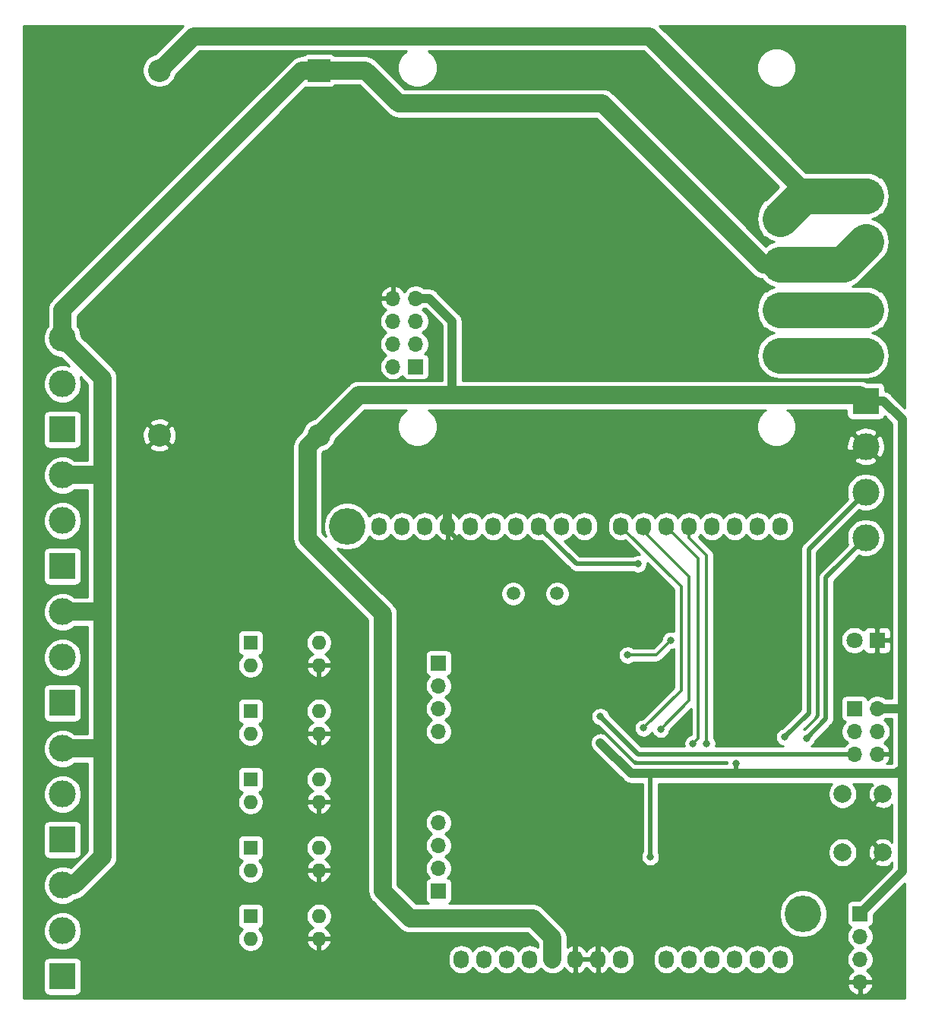
<source format=gbr>
%TF.GenerationSoftware,KiCad,Pcbnew,(5.1.12)-1*%
%TF.CreationDate,2022-07-12T11:00:18-05:00*%
%TF.ProjectId,mpe_v0.3,6d70655f-7630-42e3-932e-6b696361645f,rev?*%
%TF.SameCoordinates,Original*%
%TF.FileFunction,Copper,L2,Bot*%
%TF.FilePolarity,Positive*%
%FSLAX46Y46*%
G04 Gerber Fmt 4.6, Leading zero omitted, Abs format (unit mm)*
G04 Created by KiCad (PCBNEW (5.1.12)-1) date 2022-07-12 11:00:18*
%MOMM*%
%LPD*%
G01*
G04 APERTURE LIST*
%TA.AperFunction,ComponentPad*%
%ADD10R,1.700000X1.700000*%
%TD*%
%TA.AperFunction,ComponentPad*%
%ADD11O,1.700000X1.700000*%
%TD*%
%TA.AperFunction,ComponentPad*%
%ADD12C,1.500000*%
%TD*%
%TA.AperFunction,ComponentPad*%
%ADD13C,2.000000*%
%TD*%
%TA.AperFunction,ComponentPad*%
%ADD14C,1.800000*%
%TD*%
%TA.AperFunction,ComponentPad*%
%ADD15R,1.800000X1.800000*%
%TD*%
%TA.AperFunction,ComponentPad*%
%ADD16R,2.540000X2.540000*%
%TD*%
%TA.AperFunction,ComponentPad*%
%ADD17C,2.540000*%
%TD*%
%TA.AperFunction,ComponentPad*%
%ADD18C,3.000000*%
%TD*%
%TA.AperFunction,ComponentPad*%
%ADD19R,3.000000X3.000000*%
%TD*%
%TA.AperFunction,ComponentPad*%
%ADD20O,1.600000X1.600000*%
%TD*%
%TA.AperFunction,ComponentPad*%
%ADD21R,1.600000X1.600000*%
%TD*%
%TA.AperFunction,ComponentPad*%
%ADD22O,1.727200X2.032000*%
%TD*%
%TA.AperFunction,ComponentPad*%
%ADD23C,4.064000*%
%TD*%
%TA.AperFunction,ViaPad*%
%ADD24C,0.800000*%
%TD*%
%TA.AperFunction,Conductor*%
%ADD25C,2.000000*%
%TD*%
%TA.AperFunction,Conductor*%
%ADD26C,1.000000*%
%TD*%
%TA.AperFunction,Conductor*%
%ADD27C,0.500000*%
%TD*%
%TA.AperFunction,Conductor*%
%ADD28C,0.300000*%
%TD*%
%TA.AperFunction,Conductor*%
%ADD29C,0.250000*%
%TD*%
%TA.AperFunction,Conductor*%
%ADD30C,4.000000*%
%TD*%
%TA.AperFunction,Conductor*%
%ADD31C,0.254000*%
%TD*%
%TA.AperFunction,Conductor*%
%ADD32C,0.100000*%
%TD*%
G04 APERTURE END LIST*
D10*
%TO.P,J16,1*%
%TO.N,Net-(J16-Pad1)*%
X136398000Y-90805000D03*
D11*
%TO.P,J16,2*%
%TO.N,Net-(J16-Pad2)*%
X136398000Y-93345000D03*
%TO.P,J16,3*%
%TO.N,Net-(J16-Pad3)*%
X136398000Y-95885000D03*
%TO.P,J16,4*%
%TO.N,Net-(J16-Pad4)*%
X136398000Y-98425000D03*
%TD*%
%TO.P,J15,4*%
%TO.N,Net-(J15-Pad4)*%
X136398000Y-108585000D03*
%TO.P,J15,3*%
%TO.N,Net-(J15-Pad3)*%
X136398000Y-111125000D03*
%TO.P,J15,2*%
%TO.N,Net-(J15-Pad2)*%
X136398000Y-113665000D03*
D10*
%TO.P,J15,1*%
%TO.N,Net-(J15-Pad1)*%
X136398000Y-116205000D03*
%TD*%
D12*
%TO.P,Y1,2*%
%TO.N,Net-(C8-Pad1)*%
X149606000Y-83058000D03*
%TO.P,Y1,1*%
%TO.N,Net-(C7-Pad1)*%
X144726000Y-83058000D03*
%TD*%
D11*
%TO.P,J11,4*%
%TO.N,GND*%
X183388000Y-126365000D03*
%TO.P,J11,3*%
%TO.N,/RX*%
X183388000Y-123825000D03*
%TO.P,J11,2*%
%TO.N,/TX*%
X183388000Y-121285000D03*
D10*
%TO.P,J11,1*%
%TO.N,+5V*%
X183388000Y-118745000D03*
%TD*%
D13*
%TO.P,SW1,1*%
%TO.N,GND*%
X185928000Y-111910000D03*
%TO.P,SW1,2*%
%TO.N,/RST*%
X181428000Y-111910000D03*
%TO.P,SW1,1*%
%TO.N,GND*%
X185928000Y-105410000D03*
%TO.P,SW1,2*%
%TO.N,/RST*%
X181428000Y-105410000D03*
%TD*%
D14*
%TO.P,D1,2*%
%TO.N,/LED_*%
X182753000Y-88265000D03*
D15*
%TO.P,D1,1*%
%TO.N,GND*%
X185293000Y-88265000D03*
%TD*%
D16*
%TO.P,U7,1*%
%TO.N,+24V*%
X123063000Y-24765000D03*
D17*
%TO.P,U7,2*%
%TO.N,Earth*%
X105283000Y-24765000D03*
%TO.P,U7,4*%
%TO.N,+5V*%
X123063000Y-65405000D03*
%TO.P,U7,3*%
%TO.N,GND*%
X105283000Y-65405000D03*
%TD*%
D18*
%TO.P,J13,2*%
%TO.N,/M2*%
X184023000Y-56515000D03*
D19*
%TO.P,J13,1*%
%TO.N,/M1*%
X184023000Y-51435000D03*
%TD*%
D18*
%TO.P,J12,2*%
%TO.N,+24V*%
X184023000Y-43815000D03*
D19*
%TO.P,J12,1*%
%TO.N,Earth*%
X184023000Y-38735000D03*
%TD*%
D20*
%TO.P,U6,4*%
%TO.N,/IN5*%
X123063000Y-118999000D03*
%TO.P,U6,2*%
%TO.N,Earth*%
X115443000Y-121539000D03*
%TO.P,U6,3*%
%TO.N,GND*%
X123063000Y-121539000D03*
D21*
%TO.P,U6,1*%
%TO.N,Net-(R6-Pad1)*%
X115443000Y-118999000D03*
%TD*%
D20*
%TO.P,U5,4*%
%TO.N,/IN4*%
X123063000Y-111379000D03*
%TO.P,U5,2*%
%TO.N,Earth*%
X115443000Y-113919000D03*
%TO.P,U5,3*%
%TO.N,GND*%
X123063000Y-113919000D03*
D21*
%TO.P,U5,1*%
%TO.N,Net-(R5-Pad1)*%
X115443000Y-111379000D03*
%TD*%
D20*
%TO.P,U4,4*%
%TO.N,/IN3*%
X123063000Y-103759000D03*
%TO.P,U4,2*%
%TO.N,Earth*%
X115443000Y-106299000D03*
%TO.P,U4,3*%
%TO.N,GND*%
X123063000Y-106299000D03*
D21*
%TO.P,U4,1*%
%TO.N,Net-(R4-Pad1)*%
X115443000Y-103759000D03*
%TD*%
D20*
%TO.P,U3,4*%
%TO.N,/IN2*%
X123063000Y-96139000D03*
%TO.P,U3,2*%
%TO.N,Earth*%
X115443000Y-98679000D03*
%TO.P,U3,3*%
%TO.N,GND*%
X123063000Y-98679000D03*
D21*
%TO.P,U3,1*%
%TO.N,Net-(R3-Pad1)*%
X115443000Y-96139000D03*
%TD*%
D20*
%TO.P,U2,4*%
%TO.N,/IN1*%
X123063000Y-88519000D03*
%TO.P,U2,2*%
%TO.N,Earth*%
X115443000Y-91059000D03*
%TO.P,U2,3*%
%TO.N,GND*%
X123063000Y-91059000D03*
D21*
%TO.P,U2,1*%
%TO.N,Net-(R1-Pad1)*%
X115443000Y-88519000D03*
%TD*%
D18*
%TO.P,J10,2*%
%TO.N,GND*%
X184023000Y-66675000D03*
%TO.P,J10,3*%
%TO.N,/INTB(SDA)*%
X184023000Y-71755000D03*
D19*
%TO.P,J10,1*%
%TO.N,+5V*%
X184023000Y-61595000D03*
D18*
%TO.P,J10,4*%
%TO.N,/INTA(SCL)*%
X184023000Y-76835000D03*
%TD*%
%TO.P,J9,3*%
%TO.N,+24V*%
X94488000Y-115570000D03*
%TO.P,J9,2*%
%TO.N,Net-(J9-Pad2)*%
X94488000Y-120650000D03*
D19*
%TO.P,J9,1*%
%TO.N,Earth*%
X94488000Y-125730000D03*
%TD*%
D18*
%TO.P,J8,3*%
%TO.N,+24V*%
X94488000Y-100330000D03*
%TO.P,J8,2*%
%TO.N,Net-(J8-Pad2)*%
X94488000Y-105410000D03*
D19*
%TO.P,J8,1*%
%TO.N,Earth*%
X94488000Y-110490000D03*
%TD*%
D18*
%TO.P,J7,3*%
%TO.N,+24V*%
X94488000Y-85090000D03*
%TO.P,J7,2*%
%TO.N,Net-(J7-Pad2)*%
X94488000Y-90170000D03*
D19*
%TO.P,J7,1*%
%TO.N,Earth*%
X94488000Y-95250000D03*
%TD*%
D18*
%TO.P,J6,3*%
%TO.N,+24V*%
X94488000Y-69850000D03*
%TO.P,J6,2*%
%TO.N,Net-(J6-Pad2)*%
X94488000Y-74930000D03*
D19*
%TO.P,J6,1*%
%TO.N,Earth*%
X94488000Y-80010000D03*
%TD*%
D18*
%TO.P,J5,3*%
%TO.N,+24V*%
X94488000Y-54610000D03*
%TO.P,J5,2*%
%TO.N,Net-(J5-Pad2)*%
X94488000Y-59690000D03*
D19*
%TO.P,J5,1*%
%TO.N,Earth*%
X94488000Y-64770000D03*
%TD*%
D11*
%TO.P,J4,6*%
%TO.N,GND*%
X185293000Y-100965000D03*
%TO.P,J4,5*%
%TO.N,/RST*%
X182753000Y-100965000D03*
%TO.P,J4,4*%
%TO.N,/MOSI*%
X185293000Y-98425000D03*
%TO.P,J4,3*%
%TO.N,/SCK*%
X182753000Y-98425000D03*
%TO.P,J4,2*%
%TO.N,+5V*%
X185293000Y-95885000D03*
D10*
%TO.P,J4,1*%
%TO.N,/MISO*%
X182753000Y-95885000D03*
%TD*%
D18*
%TO.P,J3,2*%
%TO.N,/M2*%
X174498000Y-56515000D03*
D19*
%TO.P,J3,1*%
%TO.N,/M1*%
X174498000Y-51435000D03*
%TD*%
D18*
%TO.P,J2,2*%
%TO.N,+24V*%
X174498000Y-46355000D03*
D19*
%TO.P,J2,1*%
%TO.N,Earth*%
X174498000Y-41275000D03*
%TD*%
D11*
%TO.P,J1,8*%
%TO.N,GND*%
X131318000Y-50165000D03*
%TO.P,J1,7*%
%TO.N,+5V*%
X133858000Y-50165000D03*
%TO.P,J1,6*%
%TO.N,/LIS*%
X131318000Y-52705000D03*
%TO.P,J1,5*%
%TO.N,/RIS*%
X133858000Y-52705000D03*
%TO.P,J1,4*%
%TO.N,/LEN*%
X131318000Y-55245000D03*
%TO.P,J1,3*%
%TO.N,/REN*%
X133858000Y-55245000D03*
%TO.P,J1,2*%
%TO.N,/LPWM*%
X131318000Y-57785000D03*
D10*
%TO.P,J1,1*%
%TO.N,/RPWM*%
X133858000Y-57785000D03*
%TD*%
D22*
%TO.P,P1,1*%
%TO.N,Net-(P1-Pad1)*%
X138938000Y-123825000D03*
%TO.P,P1,2*%
%TO.N,/IOREF*%
X141478000Y-123825000D03*
%TO.P,P1,3*%
%TO.N,/Reset*%
X144018000Y-123825000D03*
%TO.P,P1,4*%
%TO.N,+3V3*%
X146558000Y-123825000D03*
%TO.P,P1,5*%
%TO.N,+5V*%
X149098000Y-123825000D03*
%TO.P,P1,6*%
%TO.N,GND*%
X151638000Y-123825000D03*
%TO.P,P1,7*%
X154178000Y-123825000D03*
%TO.P,P1,8*%
%TO.N,/Vin*%
X156718000Y-123825000D03*
%TD*%
%TO.P,P2,1*%
%TO.N,/A0*%
X161798000Y-123825000D03*
%TO.P,P2,2*%
%TO.N,/A1*%
X164338000Y-123825000D03*
%TO.P,P2,3*%
%TO.N,/A2*%
X166878000Y-123825000D03*
%TO.P,P2,4*%
%TO.N,/A3*%
X169418000Y-123825000D03*
%TO.P,P2,5*%
%TO.N,/A4(SDA)*%
X171958000Y-123825000D03*
%TO.P,P2,6*%
%TO.N,/A5(SCL)*%
X174498000Y-123825000D03*
%TD*%
%TO.P,P3,1*%
%TO.N,/A5*%
X129794000Y-75565000D03*
%TO.P,P3,2*%
%TO.N,/A4*%
X132334000Y-75565000D03*
%TO.P,P3,3*%
%TO.N,/AREF*%
X134874000Y-75565000D03*
%TO.P,P3,4*%
%TO.N,GND*%
X137414000Y-75565000D03*
%TO.P,P3,5*%
%TO.N,/13(SCK)*%
X139954000Y-75565000D03*
%TO.P,P3,6*%
%TO.N,/12(MISO)*%
X142494000Y-75565000D03*
%TO.P,P3,7*%
%TO.N,/11(\u002A\u002AMOSI)*%
X145034000Y-75565000D03*
%TO.P,P3,8*%
%TO.N,/10(\u002A\u002ASS)*%
X147574000Y-75565000D03*
%TO.P,P3,9*%
%TO.N,/9(\u002A\u002A)*%
X150114000Y-75565000D03*
%TO.P,P3,10*%
%TO.N,/8*%
X152654000Y-75565000D03*
%TD*%
%TO.P,P4,1*%
%TO.N,/7*%
X156718000Y-75565000D03*
%TO.P,P4,2*%
%TO.N,/6(\u002A\u002A)*%
X159258000Y-75565000D03*
%TO.P,P4,3*%
%TO.N,/5(\u002A\u002A)*%
X161798000Y-75565000D03*
%TO.P,P4,4*%
%TO.N,/4*%
X164338000Y-75565000D03*
%TO.P,P4,5*%
%TO.N,/3(\u002A\u002A)*%
X166878000Y-75565000D03*
%TO.P,P4,6*%
%TO.N,/2*%
X169418000Y-75565000D03*
%TO.P,P4,7*%
%TO.N,/1(Tx)*%
X171958000Y-75565000D03*
%TO.P,P4,8*%
%TO.N,/0(Rx)*%
X174498000Y-75565000D03*
%TD*%
D23*
%TO.P,P6,1*%
%TO.N,Net-(P6-Pad1)*%
X177038000Y-118745000D03*
%TD*%
%TO.P,P7,1*%
%TO.N,Net-(P7-Pad1)*%
X126238000Y-75565000D03*
%TD*%
D24*
%TO.N,+5V*%
X130175000Y-88519000D03*
X130175000Y-96139000D03*
X130175000Y-103759000D03*
X130175000Y-111379000D03*
X133223000Y-119253000D03*
X145034000Y-119253000D03*
X178435000Y-103124000D03*
X154432000Y-99695000D03*
X169545000Y-101981000D03*
X160020000Y-112395000D03*
%TO.N,GND*%
X147066000Y-79121000D03*
X153543000Y-83820004D03*
X148590000Y-115189000D03*
X156083000Y-113919000D03*
%TO.N,/7*%
X159257992Y-98044008D03*
%TO.N,/6(\u002A\u002A)*%
X161163000Y-98171002D03*
%TO.N,/5(\u002A\u002A)*%
X164782504Y-99758496D03*
%TO.N,/4*%
X166306507Y-99758507D03*
%TO.N,/RST*%
X154432000Y-96774000D03*
%TO.N,/10(\u002A\u002ASS)*%
X158623000Y-79756000D03*
%TO.N,/INTB(SDA)*%
X175006000Y-99060000D03*
%TO.N,/INTA(SCL)*%
X177419000Y-99187000D03*
%TO.N,/LED*%
X157479994Y-89916000D03*
X162306018Y-88265000D03*
%TD*%
D25*
%TO.N,+5V*%
X146939000Y-119253000D02*
X149098000Y-121412000D01*
X149098000Y-121412000D02*
X149098000Y-123825000D01*
X121793001Y-76962001D02*
X130175000Y-85344000D01*
X121793001Y-66674999D02*
X121793001Y-76962001D01*
X123063000Y-65405000D02*
X121793001Y-66674999D01*
X130175000Y-85344000D02*
X130175000Y-88519000D01*
X130175000Y-88519000D02*
X130175000Y-96139000D01*
X130175000Y-96139000D02*
X130175000Y-103759000D01*
X130175000Y-111379000D02*
X130175000Y-116205000D01*
X130175000Y-103759000D02*
X130175000Y-111379000D01*
X130175000Y-116205000D02*
X133223000Y-119253000D01*
X145034000Y-119253000D02*
X146939000Y-119253000D01*
X133223000Y-119253000D02*
X145034000Y-119253000D01*
X183388000Y-60960000D02*
X184023000Y-61595000D01*
X123063000Y-65405000D02*
X127508000Y-60960000D01*
X137922000Y-60960000D02*
X183388000Y-60960000D01*
X127508000Y-60960000D02*
X137922000Y-60960000D01*
D26*
X137922000Y-52705000D02*
X137922000Y-60960000D01*
X135382000Y-50165000D02*
X137922000Y-52705000D01*
X133858000Y-50165000D02*
X135382000Y-50165000D01*
X188087000Y-114046000D02*
X183388000Y-118745000D01*
X186023000Y-61595000D02*
X188087000Y-63659000D01*
X184023000Y-61595000D02*
X186023000Y-61595000D01*
X187833000Y-95885000D02*
X188087000Y-95631000D01*
X185293000Y-95885000D02*
X187833000Y-95885000D01*
X188087000Y-63659000D02*
X188087000Y-95631000D01*
X188087000Y-95631000D02*
X188087000Y-102489000D01*
X188087000Y-102489000D02*
X188087000Y-114046000D01*
X188087000Y-102489000D02*
X187452000Y-103124000D01*
X187452000Y-103124000D02*
X178435000Y-103124000D01*
X157861000Y-103124000D02*
X154432000Y-99695000D01*
D27*
X169545000Y-101981000D02*
X169545000Y-103124000D01*
D26*
X178435000Y-103124000D02*
X169545000Y-103124000D01*
D27*
X160020000Y-112395000D02*
X160020000Y-103124000D01*
D26*
X160020000Y-103124000D02*
X157861000Y-103124000D01*
X169545000Y-103124000D02*
X160020000Y-103124000D01*
D27*
%TO.N,GND*%
X147066000Y-79121000D02*
X148843996Y-79121000D01*
X148843996Y-79121000D02*
X153543000Y-83820004D01*
X151638000Y-118237000D02*
X151638000Y-123825000D01*
X148590000Y-115189000D02*
X151638000Y-118237000D01*
X154178000Y-115824000D02*
X154178000Y-123825000D01*
X156083000Y-113919000D02*
X154178000Y-115824000D01*
X137414000Y-75565000D02*
X137414000Y-75946000D01*
X140589000Y-79121000D02*
X147066000Y-79121000D01*
X137414000Y-75946000D02*
X140589000Y-79121000D01*
D26*
X137414000Y-71882000D02*
X137414000Y-75565000D01*
X141732000Y-67564000D02*
X137414000Y-71882000D01*
X183134000Y-67564000D02*
X141732000Y-67564000D01*
X184023000Y-66675000D02*
X183134000Y-67564000D01*
D28*
%TO.N,/7*%
X163449000Y-93853000D02*
X159257992Y-98044008D01*
X156718000Y-75565000D02*
X163449000Y-82296000D01*
X163449000Y-82296000D02*
X163449000Y-93853000D01*
%TO.N,/6(\u002A\u002A)*%
X164338000Y-94996002D02*
X161163000Y-98171002D01*
X164338000Y-81153000D02*
X164338000Y-94996002D01*
X159258000Y-76073000D02*
X164338000Y-81153000D01*
D29*
X159258000Y-75565000D02*
X159258000Y-76073000D01*
D28*
%TO.N,/5(\u002A\u002A)*%
X165354000Y-99187000D02*
X164782504Y-99758496D01*
X165354000Y-79121000D02*
X165354000Y-99187000D01*
X161798000Y-75565000D02*
X165354000Y-79121000D01*
%TO.N,/4*%
X166306507Y-78799507D02*
X166306507Y-99758507D01*
X164338000Y-76831000D02*
X166306507Y-78799507D01*
X164338000Y-75565000D02*
X164338000Y-76831000D01*
%TO.N,/RST*%
X182753000Y-100965000D02*
X182626000Y-100965000D01*
D27*
X182626000Y-100965000D02*
X158623000Y-100965000D01*
X158623000Y-100965000D02*
X154831999Y-97173999D01*
X154831999Y-97173999D02*
X154432000Y-96774000D01*
D30*
%TO.N,Earth*%
X177038000Y-38735000D02*
X184023000Y-38735000D01*
X174498000Y-41275000D02*
X177038000Y-38735000D01*
D25*
X177673000Y-38735000D02*
X184023000Y-38735000D01*
X159893000Y-20955000D02*
X177673000Y-38735000D01*
X109093000Y-20955000D02*
X159893000Y-20955000D01*
X105283000Y-24765000D02*
X109093000Y-20955000D01*
%TO.N,+24V*%
X154686000Y-28448000D02*
X172593000Y-46355000D01*
X131953000Y-28448000D02*
X154686000Y-28448000D01*
X128270000Y-24765000D02*
X131953000Y-28448000D01*
X172593000Y-46355000D02*
X174498000Y-46355000D01*
X123063000Y-24765000D02*
X128270000Y-24765000D01*
D30*
X181483000Y-46355000D02*
X184023000Y-43815000D01*
X174498000Y-46355000D02*
X181483000Y-46355000D01*
D25*
X94488000Y-51435000D02*
X94488000Y-54610000D01*
X121158000Y-24765000D02*
X94488000Y-51435000D01*
X123063000Y-24765000D02*
X121158000Y-24765000D01*
X98933000Y-59055000D02*
X94488000Y-54610000D01*
X95758000Y-115570000D02*
X98933000Y-112395000D01*
X94488000Y-115570000D02*
X95758000Y-115570000D01*
X94488000Y-69850000D02*
X98933000Y-69850000D01*
X98933000Y-69850000D02*
X98933000Y-59055000D01*
X98298000Y-85090000D02*
X98933000Y-84455000D01*
X94488000Y-85090000D02*
X98298000Y-85090000D01*
X98933000Y-84455000D02*
X98933000Y-69850000D01*
X94488000Y-100330000D02*
X98933000Y-100330000D01*
X98933000Y-100330000D02*
X98933000Y-84455000D01*
X98933000Y-112395000D02*
X98933000Y-100330000D01*
D27*
%TO.N,/10(\u002A\u002ASS)*%
X147574000Y-75565000D02*
X151765000Y-79756000D01*
X151765000Y-79756000D02*
X158623000Y-79756000D01*
%TO.N,/INTB(SDA)*%
X177673000Y-78105000D02*
X184023000Y-71755000D01*
X177673000Y-96393000D02*
X177673000Y-78105000D01*
X175006000Y-99060000D02*
X177673000Y-96393000D01*
%TO.N,/INTA(SCL)*%
X179578000Y-81280000D02*
X184023000Y-76835000D01*
X179578000Y-97028000D02*
X179578000Y-81280000D01*
X177419000Y-99187000D02*
X179578000Y-97028000D01*
D28*
%TO.N,/LED*%
X157479994Y-89916000D02*
X160655018Y-89916000D01*
X160655018Y-89916000D02*
X162306018Y-88265000D01*
D30*
%TO.N,/M2*%
X174498000Y-56515000D02*
X184023000Y-56515000D01*
%TO.N,/M1*%
X174498000Y-51435000D02*
X184023000Y-51435000D01*
%TD*%
D31*
%TO.N,GND*%
X107931286Y-19793286D02*
X107880084Y-19855676D01*
X104821230Y-22914531D01*
X104727332Y-22933209D01*
X104380644Y-23076811D01*
X104068634Y-23285290D01*
X103803290Y-23550634D01*
X103594811Y-23862644D01*
X103451209Y-24209332D01*
X103378000Y-24577374D01*
X103378000Y-24952626D01*
X103451209Y-25320668D01*
X103594811Y-25667356D01*
X103803290Y-25979366D01*
X104068634Y-26244710D01*
X104380644Y-26453189D01*
X104727332Y-26596791D01*
X105095374Y-26670000D01*
X105470626Y-26670000D01*
X105838668Y-26596791D01*
X106185356Y-26453189D01*
X106497366Y-26244710D01*
X106762710Y-25979366D01*
X106971189Y-25667356D01*
X107114791Y-25320668D01*
X107133469Y-25226770D01*
X109770240Y-22590000D01*
X132840121Y-22590000D01*
X132636303Y-22726187D01*
X132327187Y-23035303D01*
X132084316Y-23398785D01*
X131917023Y-23802665D01*
X131831738Y-24231422D01*
X131831738Y-24668578D01*
X131917023Y-25097335D01*
X132084316Y-25501215D01*
X132327187Y-25864697D01*
X132636303Y-26173813D01*
X132999785Y-26416684D01*
X133403665Y-26583977D01*
X133832422Y-26669262D01*
X134269578Y-26669262D01*
X134698335Y-26583977D01*
X135102215Y-26416684D01*
X135465697Y-26173813D01*
X135774813Y-25864697D01*
X136017684Y-25501215D01*
X136184977Y-25097335D01*
X136270262Y-24668578D01*
X136270262Y-24231422D01*
X136184977Y-23802665D01*
X136017684Y-23398785D01*
X135774813Y-23035303D01*
X135465697Y-22726187D01*
X135261879Y-22590000D01*
X159215762Y-22590000D01*
X174336154Y-37710393D01*
X172899965Y-39146583D01*
X172873518Y-39149188D01*
X172753820Y-39185498D01*
X172643506Y-39244463D01*
X172546815Y-39323815D01*
X172467463Y-39420506D01*
X172408498Y-39530820D01*
X172372188Y-39650518D01*
X172365336Y-39720086D01*
X172296478Y-39803990D01*
X172051799Y-40261751D01*
X171901127Y-40758451D01*
X171850252Y-41275000D01*
X171901127Y-41791549D01*
X172051799Y-42288249D01*
X172296478Y-42746010D01*
X172365336Y-42829914D01*
X172372188Y-42899482D01*
X172408498Y-43019180D01*
X172467463Y-43129494D01*
X172546815Y-43226185D01*
X172643506Y-43305537D01*
X172753820Y-43364502D01*
X172873518Y-43400812D01*
X172943086Y-43407664D01*
X173026990Y-43476522D01*
X173484751Y-43721201D01*
X173793965Y-43815000D01*
X173484750Y-43908799D01*
X173026989Y-44153477D01*
X172849433Y-44299194D01*
X155898925Y-27348687D01*
X155847714Y-27286286D01*
X155598752Y-27081969D01*
X155314715Y-26930148D01*
X155006516Y-26836657D01*
X154766322Y-26813000D01*
X154766319Y-26813000D01*
X154686000Y-26805089D01*
X154605681Y-26813000D01*
X132630240Y-26813000D01*
X129482925Y-23665686D01*
X129431714Y-23603286D01*
X129182752Y-23398969D01*
X128898715Y-23247148D01*
X128590516Y-23153657D01*
X128350322Y-23130000D01*
X128350319Y-23130000D01*
X128270000Y-23122089D01*
X128189681Y-23130000D01*
X124854915Y-23130000D01*
X124784185Y-23043815D01*
X124687494Y-22964463D01*
X124577180Y-22905498D01*
X124457482Y-22869188D01*
X124333000Y-22856928D01*
X121793000Y-22856928D01*
X121668518Y-22869188D01*
X121548820Y-22905498D01*
X121438506Y-22964463D01*
X121341815Y-23043815D01*
X121271085Y-23130000D01*
X121238322Y-23130000D01*
X121158000Y-23122089D01*
X120837483Y-23153657D01*
X120529285Y-23247148D01*
X120245248Y-23398969D01*
X119996286Y-23603286D01*
X119945084Y-23665676D01*
X93388687Y-50222075D01*
X93326286Y-50273286D01*
X93121969Y-50522249D01*
X92970148Y-50806286D01*
X92876657Y-51114485D01*
X92856566Y-51318475D01*
X92845089Y-51435000D01*
X92853000Y-51515320D01*
X92853001Y-53225653D01*
X92829637Y-53249017D01*
X92595988Y-53598698D01*
X92435047Y-53987244D01*
X92353000Y-54399721D01*
X92353000Y-54820279D01*
X92435047Y-55232756D01*
X92595988Y-55621302D01*
X92829637Y-55970983D01*
X93127017Y-56268363D01*
X93476698Y-56502012D01*
X93865244Y-56662953D01*
X94277721Y-56745000D01*
X94310762Y-56745000D01*
X95267900Y-57702138D01*
X95110756Y-57637047D01*
X94698279Y-57555000D01*
X94277721Y-57555000D01*
X93865244Y-57637047D01*
X93476698Y-57797988D01*
X93127017Y-58031637D01*
X92829637Y-58329017D01*
X92595988Y-58678698D01*
X92435047Y-59067244D01*
X92353000Y-59479721D01*
X92353000Y-59900279D01*
X92435047Y-60312756D01*
X92595988Y-60701302D01*
X92829637Y-61050983D01*
X93127017Y-61348363D01*
X93476698Y-61582012D01*
X93865244Y-61742953D01*
X94277721Y-61825000D01*
X94698279Y-61825000D01*
X95110756Y-61742953D01*
X95499302Y-61582012D01*
X95848983Y-61348363D01*
X96146363Y-61050983D01*
X96380012Y-60701302D01*
X96540953Y-60312756D01*
X96623000Y-59900279D01*
X96623000Y-59479721D01*
X96540953Y-59067244D01*
X96475862Y-58910101D01*
X97298001Y-59732240D01*
X97298000Y-68215000D01*
X95872346Y-68215000D01*
X95848983Y-68191637D01*
X95499302Y-67957988D01*
X95110756Y-67797047D01*
X94698279Y-67715000D01*
X94277721Y-67715000D01*
X93865244Y-67797047D01*
X93476698Y-67957988D01*
X93127017Y-68191637D01*
X92829637Y-68489017D01*
X92595988Y-68838698D01*
X92435047Y-69227244D01*
X92353000Y-69639721D01*
X92353000Y-70060279D01*
X92435047Y-70472756D01*
X92595988Y-70861302D01*
X92829637Y-71210983D01*
X93127017Y-71508363D01*
X93476698Y-71742012D01*
X93865244Y-71902953D01*
X94277721Y-71985000D01*
X94698279Y-71985000D01*
X95110756Y-71902953D01*
X95499302Y-71742012D01*
X95848983Y-71508363D01*
X95872346Y-71485000D01*
X97298001Y-71485000D01*
X97298000Y-83455000D01*
X95872346Y-83455000D01*
X95848983Y-83431637D01*
X95499302Y-83197988D01*
X95110756Y-83037047D01*
X94698279Y-82955000D01*
X94277721Y-82955000D01*
X93865244Y-83037047D01*
X93476698Y-83197988D01*
X93127017Y-83431637D01*
X92829637Y-83729017D01*
X92595988Y-84078698D01*
X92435047Y-84467244D01*
X92353000Y-84879721D01*
X92353000Y-85300279D01*
X92435047Y-85712756D01*
X92595988Y-86101302D01*
X92829637Y-86450983D01*
X93127017Y-86748363D01*
X93476698Y-86982012D01*
X93865244Y-87142953D01*
X94277721Y-87225000D01*
X94698279Y-87225000D01*
X95110756Y-87142953D01*
X95499302Y-86982012D01*
X95848983Y-86748363D01*
X95872346Y-86725000D01*
X97298001Y-86725000D01*
X97298000Y-98695000D01*
X95872346Y-98695000D01*
X95848983Y-98671637D01*
X95499302Y-98437988D01*
X95110756Y-98277047D01*
X94698279Y-98195000D01*
X94277721Y-98195000D01*
X93865244Y-98277047D01*
X93476698Y-98437988D01*
X93127017Y-98671637D01*
X92829637Y-98969017D01*
X92595988Y-99318698D01*
X92435047Y-99707244D01*
X92353000Y-100119721D01*
X92353000Y-100540279D01*
X92435047Y-100952756D01*
X92595988Y-101341302D01*
X92829637Y-101690983D01*
X93127017Y-101988363D01*
X93476698Y-102222012D01*
X93865244Y-102382953D01*
X94277721Y-102465000D01*
X94698279Y-102465000D01*
X95110756Y-102382953D01*
X95499302Y-102222012D01*
X95848983Y-101988363D01*
X95872346Y-101965000D01*
X97298001Y-101965000D01*
X97298000Y-111717761D01*
X95385084Y-113630677D01*
X95110756Y-113517047D01*
X94698279Y-113435000D01*
X94277721Y-113435000D01*
X93865244Y-113517047D01*
X93476698Y-113677988D01*
X93127017Y-113911637D01*
X92829637Y-114209017D01*
X92595988Y-114558698D01*
X92435047Y-114947244D01*
X92353000Y-115359721D01*
X92353000Y-115780279D01*
X92435047Y-116192756D01*
X92595988Y-116581302D01*
X92829637Y-116930983D01*
X93127017Y-117228363D01*
X93476698Y-117462012D01*
X93865244Y-117622953D01*
X94277721Y-117705000D01*
X94698279Y-117705000D01*
X95110756Y-117622953D01*
X95499302Y-117462012D01*
X95848983Y-117228363D01*
X95876063Y-117201283D01*
X96078516Y-117181343D01*
X96386715Y-117087852D01*
X96670752Y-116936031D01*
X96919714Y-116731714D01*
X96970925Y-116669313D01*
X100032320Y-113607919D01*
X100094714Y-113556714D01*
X100299031Y-113307752D01*
X100450852Y-113023715D01*
X100544343Y-112715516D01*
X100568000Y-112475322D01*
X100568000Y-112475320D01*
X100575911Y-112395001D01*
X100568000Y-112314681D01*
X100568000Y-110579000D01*
X114004928Y-110579000D01*
X114004928Y-112179000D01*
X114017188Y-112303482D01*
X114053498Y-112423180D01*
X114112463Y-112533494D01*
X114191815Y-112630185D01*
X114288506Y-112709537D01*
X114398820Y-112768502D01*
X114518518Y-112804812D01*
X114526961Y-112805643D01*
X114328363Y-113004241D01*
X114171320Y-113239273D01*
X114063147Y-113500426D01*
X114008000Y-113777665D01*
X114008000Y-114060335D01*
X114063147Y-114337574D01*
X114171320Y-114598727D01*
X114328363Y-114833759D01*
X114528241Y-115033637D01*
X114763273Y-115190680D01*
X115024426Y-115298853D01*
X115301665Y-115354000D01*
X115584335Y-115354000D01*
X115861574Y-115298853D01*
X116122727Y-115190680D01*
X116357759Y-115033637D01*
X116557637Y-114833759D01*
X116714680Y-114598727D01*
X116822853Y-114337574D01*
X116836684Y-114268039D01*
X121671096Y-114268039D01*
X121711754Y-114402087D01*
X121831963Y-114656420D01*
X121999481Y-114882414D01*
X122207869Y-115071385D01*
X122449119Y-115216070D01*
X122713960Y-115310909D01*
X122936000Y-115189624D01*
X122936000Y-114046000D01*
X123190000Y-114046000D01*
X123190000Y-115189624D01*
X123412040Y-115310909D01*
X123676881Y-115216070D01*
X123918131Y-115071385D01*
X124126519Y-114882414D01*
X124294037Y-114656420D01*
X124414246Y-114402087D01*
X124454904Y-114268039D01*
X124332915Y-114046000D01*
X123190000Y-114046000D01*
X122936000Y-114046000D01*
X121793085Y-114046000D01*
X121671096Y-114268039D01*
X116836684Y-114268039D01*
X116878000Y-114060335D01*
X116878000Y-113777665D01*
X116822853Y-113500426D01*
X116714680Y-113239273D01*
X116557637Y-113004241D01*
X116359039Y-112805643D01*
X116367482Y-112804812D01*
X116487180Y-112768502D01*
X116597494Y-112709537D01*
X116694185Y-112630185D01*
X116773537Y-112533494D01*
X116832502Y-112423180D01*
X116868812Y-112303482D01*
X116881072Y-112179000D01*
X116881072Y-111237665D01*
X121628000Y-111237665D01*
X121628000Y-111520335D01*
X121683147Y-111797574D01*
X121791320Y-112058727D01*
X121948363Y-112293759D01*
X122148241Y-112493637D01*
X122383273Y-112650680D01*
X122393865Y-112655067D01*
X122207869Y-112766615D01*
X121999481Y-112955586D01*
X121831963Y-113181580D01*
X121711754Y-113435913D01*
X121671096Y-113569961D01*
X121793085Y-113792000D01*
X122936000Y-113792000D01*
X122936000Y-113772000D01*
X123190000Y-113772000D01*
X123190000Y-113792000D01*
X124332915Y-113792000D01*
X124454904Y-113569961D01*
X124414246Y-113435913D01*
X124294037Y-113181580D01*
X124126519Y-112955586D01*
X123918131Y-112766615D01*
X123732135Y-112655067D01*
X123742727Y-112650680D01*
X123977759Y-112493637D01*
X124177637Y-112293759D01*
X124334680Y-112058727D01*
X124442853Y-111797574D01*
X124498000Y-111520335D01*
X124498000Y-111237665D01*
X124442853Y-110960426D01*
X124334680Y-110699273D01*
X124177637Y-110464241D01*
X123977759Y-110264363D01*
X123742727Y-110107320D01*
X123481574Y-109999147D01*
X123204335Y-109944000D01*
X122921665Y-109944000D01*
X122644426Y-109999147D01*
X122383273Y-110107320D01*
X122148241Y-110264363D01*
X121948363Y-110464241D01*
X121791320Y-110699273D01*
X121683147Y-110960426D01*
X121628000Y-111237665D01*
X116881072Y-111237665D01*
X116881072Y-110579000D01*
X116868812Y-110454518D01*
X116832502Y-110334820D01*
X116773537Y-110224506D01*
X116694185Y-110127815D01*
X116597494Y-110048463D01*
X116487180Y-109989498D01*
X116367482Y-109953188D01*
X116243000Y-109940928D01*
X114643000Y-109940928D01*
X114518518Y-109953188D01*
X114398820Y-109989498D01*
X114288506Y-110048463D01*
X114191815Y-110127815D01*
X114112463Y-110224506D01*
X114053498Y-110334820D01*
X114017188Y-110454518D01*
X114004928Y-110579000D01*
X100568000Y-110579000D01*
X100568000Y-102959000D01*
X114004928Y-102959000D01*
X114004928Y-104559000D01*
X114017188Y-104683482D01*
X114053498Y-104803180D01*
X114112463Y-104913494D01*
X114191815Y-105010185D01*
X114288506Y-105089537D01*
X114398820Y-105148502D01*
X114518518Y-105184812D01*
X114526961Y-105185643D01*
X114328363Y-105384241D01*
X114171320Y-105619273D01*
X114063147Y-105880426D01*
X114008000Y-106157665D01*
X114008000Y-106440335D01*
X114063147Y-106717574D01*
X114171320Y-106978727D01*
X114328363Y-107213759D01*
X114528241Y-107413637D01*
X114763273Y-107570680D01*
X115024426Y-107678853D01*
X115301665Y-107734000D01*
X115584335Y-107734000D01*
X115861574Y-107678853D01*
X116122727Y-107570680D01*
X116357759Y-107413637D01*
X116557637Y-107213759D01*
X116714680Y-106978727D01*
X116822853Y-106717574D01*
X116836684Y-106648039D01*
X121671096Y-106648039D01*
X121711754Y-106782087D01*
X121831963Y-107036420D01*
X121999481Y-107262414D01*
X122207869Y-107451385D01*
X122449119Y-107596070D01*
X122713960Y-107690909D01*
X122936000Y-107569624D01*
X122936000Y-106426000D01*
X123190000Y-106426000D01*
X123190000Y-107569624D01*
X123412040Y-107690909D01*
X123676881Y-107596070D01*
X123918131Y-107451385D01*
X124126519Y-107262414D01*
X124294037Y-107036420D01*
X124414246Y-106782087D01*
X124454904Y-106648039D01*
X124332915Y-106426000D01*
X123190000Y-106426000D01*
X122936000Y-106426000D01*
X121793085Y-106426000D01*
X121671096Y-106648039D01*
X116836684Y-106648039D01*
X116878000Y-106440335D01*
X116878000Y-106157665D01*
X116822853Y-105880426D01*
X116714680Y-105619273D01*
X116557637Y-105384241D01*
X116359039Y-105185643D01*
X116367482Y-105184812D01*
X116487180Y-105148502D01*
X116597494Y-105089537D01*
X116694185Y-105010185D01*
X116773537Y-104913494D01*
X116832502Y-104803180D01*
X116868812Y-104683482D01*
X116881072Y-104559000D01*
X116881072Y-103617665D01*
X121628000Y-103617665D01*
X121628000Y-103900335D01*
X121683147Y-104177574D01*
X121791320Y-104438727D01*
X121948363Y-104673759D01*
X122148241Y-104873637D01*
X122383273Y-105030680D01*
X122393865Y-105035067D01*
X122207869Y-105146615D01*
X121999481Y-105335586D01*
X121831963Y-105561580D01*
X121711754Y-105815913D01*
X121671096Y-105949961D01*
X121793085Y-106172000D01*
X122936000Y-106172000D01*
X122936000Y-106152000D01*
X123190000Y-106152000D01*
X123190000Y-106172000D01*
X124332915Y-106172000D01*
X124454904Y-105949961D01*
X124414246Y-105815913D01*
X124294037Y-105561580D01*
X124126519Y-105335586D01*
X123918131Y-105146615D01*
X123732135Y-105035067D01*
X123742727Y-105030680D01*
X123977759Y-104873637D01*
X124177637Y-104673759D01*
X124334680Y-104438727D01*
X124442853Y-104177574D01*
X124498000Y-103900335D01*
X124498000Y-103617665D01*
X124442853Y-103340426D01*
X124334680Y-103079273D01*
X124177637Y-102844241D01*
X123977759Y-102644363D01*
X123742727Y-102487320D01*
X123481574Y-102379147D01*
X123204335Y-102324000D01*
X122921665Y-102324000D01*
X122644426Y-102379147D01*
X122383273Y-102487320D01*
X122148241Y-102644363D01*
X121948363Y-102844241D01*
X121791320Y-103079273D01*
X121683147Y-103340426D01*
X121628000Y-103617665D01*
X116881072Y-103617665D01*
X116881072Y-102959000D01*
X116868812Y-102834518D01*
X116832502Y-102714820D01*
X116773537Y-102604506D01*
X116694185Y-102507815D01*
X116597494Y-102428463D01*
X116487180Y-102369498D01*
X116367482Y-102333188D01*
X116243000Y-102320928D01*
X114643000Y-102320928D01*
X114518518Y-102333188D01*
X114398820Y-102369498D01*
X114288506Y-102428463D01*
X114191815Y-102507815D01*
X114112463Y-102604506D01*
X114053498Y-102714820D01*
X114017188Y-102834518D01*
X114004928Y-102959000D01*
X100568000Y-102959000D01*
X100568000Y-100410321D01*
X100575911Y-100330000D01*
X100568000Y-100249678D01*
X100568000Y-95339000D01*
X114004928Y-95339000D01*
X114004928Y-96939000D01*
X114017188Y-97063482D01*
X114053498Y-97183180D01*
X114112463Y-97293494D01*
X114191815Y-97390185D01*
X114288506Y-97469537D01*
X114398820Y-97528502D01*
X114518518Y-97564812D01*
X114526961Y-97565643D01*
X114328363Y-97764241D01*
X114171320Y-97999273D01*
X114063147Y-98260426D01*
X114008000Y-98537665D01*
X114008000Y-98820335D01*
X114063147Y-99097574D01*
X114171320Y-99358727D01*
X114328363Y-99593759D01*
X114528241Y-99793637D01*
X114763273Y-99950680D01*
X115024426Y-100058853D01*
X115301665Y-100114000D01*
X115584335Y-100114000D01*
X115861574Y-100058853D01*
X116122727Y-99950680D01*
X116357759Y-99793637D01*
X116557637Y-99593759D01*
X116714680Y-99358727D01*
X116822853Y-99097574D01*
X116836684Y-99028039D01*
X121671096Y-99028039D01*
X121711754Y-99162087D01*
X121831963Y-99416420D01*
X121999481Y-99642414D01*
X122207869Y-99831385D01*
X122449119Y-99976070D01*
X122713960Y-100070909D01*
X122936000Y-99949624D01*
X122936000Y-98806000D01*
X123190000Y-98806000D01*
X123190000Y-99949624D01*
X123412040Y-100070909D01*
X123676881Y-99976070D01*
X123918131Y-99831385D01*
X124126519Y-99642414D01*
X124294037Y-99416420D01*
X124414246Y-99162087D01*
X124454904Y-99028039D01*
X124332915Y-98806000D01*
X123190000Y-98806000D01*
X122936000Y-98806000D01*
X121793085Y-98806000D01*
X121671096Y-99028039D01*
X116836684Y-99028039D01*
X116878000Y-98820335D01*
X116878000Y-98537665D01*
X116822853Y-98260426D01*
X116714680Y-97999273D01*
X116557637Y-97764241D01*
X116359039Y-97565643D01*
X116367482Y-97564812D01*
X116487180Y-97528502D01*
X116597494Y-97469537D01*
X116694185Y-97390185D01*
X116773537Y-97293494D01*
X116832502Y-97183180D01*
X116868812Y-97063482D01*
X116881072Y-96939000D01*
X116881072Y-95997665D01*
X121628000Y-95997665D01*
X121628000Y-96280335D01*
X121683147Y-96557574D01*
X121791320Y-96818727D01*
X121948363Y-97053759D01*
X122148241Y-97253637D01*
X122383273Y-97410680D01*
X122393865Y-97415067D01*
X122207869Y-97526615D01*
X121999481Y-97715586D01*
X121831963Y-97941580D01*
X121711754Y-98195913D01*
X121671096Y-98329961D01*
X121793085Y-98552000D01*
X122936000Y-98552000D01*
X122936000Y-98532000D01*
X123190000Y-98532000D01*
X123190000Y-98552000D01*
X124332915Y-98552000D01*
X124454904Y-98329961D01*
X124414246Y-98195913D01*
X124294037Y-97941580D01*
X124126519Y-97715586D01*
X123918131Y-97526615D01*
X123732135Y-97415067D01*
X123742727Y-97410680D01*
X123977759Y-97253637D01*
X124177637Y-97053759D01*
X124334680Y-96818727D01*
X124442853Y-96557574D01*
X124498000Y-96280335D01*
X124498000Y-95997665D01*
X124442853Y-95720426D01*
X124334680Y-95459273D01*
X124177637Y-95224241D01*
X123977759Y-95024363D01*
X123742727Y-94867320D01*
X123481574Y-94759147D01*
X123204335Y-94704000D01*
X122921665Y-94704000D01*
X122644426Y-94759147D01*
X122383273Y-94867320D01*
X122148241Y-95024363D01*
X121948363Y-95224241D01*
X121791320Y-95459273D01*
X121683147Y-95720426D01*
X121628000Y-95997665D01*
X116881072Y-95997665D01*
X116881072Y-95339000D01*
X116868812Y-95214518D01*
X116832502Y-95094820D01*
X116773537Y-94984506D01*
X116694185Y-94887815D01*
X116597494Y-94808463D01*
X116487180Y-94749498D01*
X116367482Y-94713188D01*
X116243000Y-94700928D01*
X114643000Y-94700928D01*
X114518518Y-94713188D01*
X114398820Y-94749498D01*
X114288506Y-94808463D01*
X114191815Y-94887815D01*
X114112463Y-94984506D01*
X114053498Y-95094820D01*
X114017188Y-95214518D01*
X114004928Y-95339000D01*
X100568000Y-95339000D01*
X100568000Y-87719000D01*
X114004928Y-87719000D01*
X114004928Y-89319000D01*
X114017188Y-89443482D01*
X114053498Y-89563180D01*
X114112463Y-89673494D01*
X114191815Y-89770185D01*
X114288506Y-89849537D01*
X114398820Y-89908502D01*
X114518518Y-89944812D01*
X114526961Y-89945643D01*
X114328363Y-90144241D01*
X114171320Y-90379273D01*
X114063147Y-90640426D01*
X114008000Y-90917665D01*
X114008000Y-91200335D01*
X114063147Y-91477574D01*
X114171320Y-91738727D01*
X114328363Y-91973759D01*
X114528241Y-92173637D01*
X114763273Y-92330680D01*
X115024426Y-92438853D01*
X115301665Y-92494000D01*
X115584335Y-92494000D01*
X115861574Y-92438853D01*
X116122727Y-92330680D01*
X116357759Y-92173637D01*
X116557637Y-91973759D01*
X116714680Y-91738727D01*
X116822853Y-91477574D01*
X116836684Y-91408039D01*
X121671096Y-91408039D01*
X121711754Y-91542087D01*
X121831963Y-91796420D01*
X121999481Y-92022414D01*
X122207869Y-92211385D01*
X122449119Y-92356070D01*
X122713960Y-92450909D01*
X122936000Y-92329624D01*
X122936000Y-91186000D01*
X123190000Y-91186000D01*
X123190000Y-92329624D01*
X123412040Y-92450909D01*
X123676881Y-92356070D01*
X123918131Y-92211385D01*
X124126519Y-92022414D01*
X124294037Y-91796420D01*
X124414246Y-91542087D01*
X124454904Y-91408039D01*
X124332915Y-91186000D01*
X123190000Y-91186000D01*
X122936000Y-91186000D01*
X121793085Y-91186000D01*
X121671096Y-91408039D01*
X116836684Y-91408039D01*
X116878000Y-91200335D01*
X116878000Y-90917665D01*
X116822853Y-90640426D01*
X116714680Y-90379273D01*
X116557637Y-90144241D01*
X116359039Y-89945643D01*
X116367482Y-89944812D01*
X116487180Y-89908502D01*
X116597494Y-89849537D01*
X116694185Y-89770185D01*
X116773537Y-89673494D01*
X116832502Y-89563180D01*
X116868812Y-89443482D01*
X116881072Y-89319000D01*
X116881072Y-88377665D01*
X121628000Y-88377665D01*
X121628000Y-88660335D01*
X121683147Y-88937574D01*
X121791320Y-89198727D01*
X121948363Y-89433759D01*
X122148241Y-89633637D01*
X122383273Y-89790680D01*
X122393865Y-89795067D01*
X122207869Y-89906615D01*
X121999481Y-90095586D01*
X121831963Y-90321580D01*
X121711754Y-90575913D01*
X121671096Y-90709961D01*
X121793085Y-90932000D01*
X122936000Y-90932000D01*
X122936000Y-90912000D01*
X123190000Y-90912000D01*
X123190000Y-90932000D01*
X124332915Y-90932000D01*
X124454904Y-90709961D01*
X124414246Y-90575913D01*
X124294037Y-90321580D01*
X124126519Y-90095586D01*
X123918131Y-89906615D01*
X123732135Y-89795067D01*
X123742727Y-89790680D01*
X123977759Y-89633637D01*
X124177637Y-89433759D01*
X124334680Y-89198727D01*
X124442853Y-88937574D01*
X124498000Y-88660335D01*
X124498000Y-88377665D01*
X124442853Y-88100426D01*
X124334680Y-87839273D01*
X124177637Y-87604241D01*
X123977759Y-87404363D01*
X123742727Y-87247320D01*
X123481574Y-87139147D01*
X123204335Y-87084000D01*
X122921665Y-87084000D01*
X122644426Y-87139147D01*
X122383273Y-87247320D01*
X122148241Y-87404363D01*
X121948363Y-87604241D01*
X121791320Y-87839273D01*
X121683147Y-88100426D01*
X121628000Y-88377665D01*
X116881072Y-88377665D01*
X116881072Y-87719000D01*
X116868812Y-87594518D01*
X116832502Y-87474820D01*
X116773537Y-87364506D01*
X116694185Y-87267815D01*
X116597494Y-87188463D01*
X116487180Y-87129498D01*
X116367482Y-87093188D01*
X116243000Y-87080928D01*
X114643000Y-87080928D01*
X114518518Y-87093188D01*
X114398820Y-87129498D01*
X114288506Y-87188463D01*
X114191815Y-87267815D01*
X114112463Y-87364506D01*
X114053498Y-87474820D01*
X114017188Y-87594518D01*
X114004928Y-87719000D01*
X100568000Y-87719000D01*
X100568000Y-84535321D01*
X100575911Y-84455000D01*
X100568000Y-84374678D01*
X100568000Y-69930321D01*
X100575911Y-69850000D01*
X100568000Y-69769678D01*
X100568000Y-66732852D01*
X104134753Y-66732852D01*
X104263076Y-67024871D01*
X104598695Y-67192723D01*
X104960611Y-67291874D01*
X105334916Y-67318514D01*
X105707227Y-67271618D01*
X106063235Y-67152988D01*
X106302924Y-67024871D01*
X106431247Y-66732852D01*
X105283000Y-65584605D01*
X104134753Y-66732852D01*
X100568000Y-66732852D01*
X100568000Y-65456916D01*
X103369486Y-65456916D01*
X103416382Y-65829227D01*
X103535012Y-66185235D01*
X103663129Y-66424924D01*
X103955148Y-66553247D01*
X105103395Y-65405000D01*
X105462605Y-65405000D01*
X106610852Y-66553247D01*
X106902871Y-66424924D01*
X107070723Y-66089305D01*
X107169874Y-65727389D01*
X107196514Y-65353084D01*
X107149618Y-64980773D01*
X107030988Y-64624765D01*
X106902871Y-64385076D01*
X106610852Y-64256753D01*
X105462605Y-65405000D01*
X105103395Y-65405000D01*
X103955148Y-64256753D01*
X103663129Y-64385076D01*
X103495277Y-64720695D01*
X103396126Y-65082611D01*
X103369486Y-65456916D01*
X100568000Y-65456916D01*
X100568000Y-64077148D01*
X104134753Y-64077148D01*
X105283000Y-65225395D01*
X106431247Y-64077148D01*
X106302924Y-63785129D01*
X105967305Y-63617277D01*
X105605389Y-63518126D01*
X105231084Y-63491486D01*
X104858773Y-63538382D01*
X104502765Y-63657012D01*
X104263076Y-63785129D01*
X104134753Y-64077148D01*
X100568000Y-64077148D01*
X100568000Y-59135319D01*
X100575911Y-59054999D01*
X100568000Y-58974678D01*
X100544343Y-58734484D01*
X100450852Y-58426285D01*
X100299031Y-58142248D01*
X100094714Y-57893286D01*
X100032319Y-57842080D01*
X96623000Y-54432762D01*
X96623000Y-54399721D01*
X96540953Y-53987244D01*
X96380012Y-53598698D01*
X96146363Y-53249017D01*
X96123000Y-53225654D01*
X96123000Y-52112238D01*
X98427128Y-49808110D01*
X129876524Y-49808110D01*
X129997845Y-50038000D01*
X131191000Y-50038000D01*
X131191000Y-48844186D01*
X130961109Y-48723519D01*
X130686748Y-48820843D01*
X130436645Y-48969822D01*
X130220412Y-49164731D01*
X130046359Y-49398080D01*
X129921175Y-49660901D01*
X129876524Y-49808110D01*
X98427128Y-49808110D01*
X121596327Y-26638913D01*
X121668518Y-26660812D01*
X121793000Y-26673072D01*
X124333000Y-26673072D01*
X124457482Y-26660812D01*
X124577180Y-26624502D01*
X124687494Y-26565537D01*
X124784185Y-26486185D01*
X124854915Y-26400000D01*
X127592762Y-26400000D01*
X130740083Y-29547323D01*
X130791286Y-29609714D01*
X131040248Y-29814031D01*
X131324285Y-29965852D01*
X131632483Y-30059343D01*
X131953000Y-30090912D01*
X132033330Y-30083000D01*
X154008762Y-30083000D01*
X171380080Y-47454319D01*
X171431286Y-47516714D01*
X171680248Y-47721031D01*
X171964285Y-47872852D01*
X172272484Y-47966343D01*
X172423882Y-47981254D01*
X172625759Y-48227241D01*
X173026989Y-48556523D01*
X173484750Y-48801201D01*
X173793964Y-48895000D01*
X173484750Y-48988799D01*
X173026989Y-49233477D01*
X172943084Y-49302337D01*
X172873518Y-49309188D01*
X172753820Y-49345498D01*
X172643506Y-49404463D01*
X172546815Y-49483815D01*
X172467463Y-49580506D01*
X172408498Y-49690820D01*
X172372188Y-49810518D01*
X172365337Y-49880084D01*
X172296477Y-49963989D01*
X172051799Y-50421750D01*
X171901127Y-50918450D01*
X171850251Y-51435000D01*
X171901127Y-51951550D01*
X172051799Y-52448250D01*
X172296477Y-52906011D01*
X172365337Y-52989916D01*
X172372188Y-53059482D01*
X172408498Y-53179180D01*
X172467463Y-53289494D01*
X172546815Y-53386185D01*
X172643506Y-53465537D01*
X172753820Y-53524502D01*
X172873518Y-53560812D01*
X172943084Y-53567663D01*
X173026989Y-53636523D01*
X173484750Y-53881201D01*
X173793964Y-53975000D01*
X173484750Y-54068799D01*
X173026989Y-54313477D01*
X172625759Y-54642759D01*
X172296477Y-55043989D01*
X172051799Y-55501750D01*
X171901127Y-55998450D01*
X171850251Y-56515000D01*
X171901127Y-57031550D01*
X172051799Y-57528250D01*
X172296477Y-57986011D01*
X172625759Y-58387241D01*
X173026989Y-58716523D01*
X173484750Y-58961201D01*
X173981450Y-59111873D01*
X174368558Y-59150000D01*
X184152442Y-59150000D01*
X184539550Y-59111873D01*
X185036250Y-58961201D01*
X185494011Y-58716523D01*
X185895241Y-58387241D01*
X186224523Y-57986011D01*
X186469201Y-57528250D01*
X186619873Y-57031550D01*
X186670749Y-56515000D01*
X186619873Y-55998450D01*
X186469201Y-55501750D01*
X186224523Y-55043989D01*
X185895241Y-54642759D01*
X185494011Y-54313477D01*
X185036250Y-54068799D01*
X184727036Y-53975000D01*
X185036250Y-53881201D01*
X185494011Y-53636523D01*
X185577916Y-53567663D01*
X185647482Y-53560812D01*
X185767180Y-53524502D01*
X185877494Y-53465537D01*
X185974185Y-53386185D01*
X186053537Y-53289494D01*
X186112502Y-53179180D01*
X186148812Y-53059482D01*
X186155663Y-52989916D01*
X186224523Y-52906011D01*
X186469201Y-52448250D01*
X186619873Y-51951550D01*
X186670749Y-51435000D01*
X186619873Y-50918450D01*
X186469201Y-50421750D01*
X186224523Y-49963989D01*
X186155663Y-49880084D01*
X186148812Y-49810518D01*
X186112502Y-49690820D01*
X186053537Y-49580506D01*
X185974185Y-49483815D01*
X185877494Y-49404463D01*
X185767180Y-49345498D01*
X185647482Y-49309188D01*
X185577916Y-49302337D01*
X185494011Y-49233477D01*
X185036250Y-48988799D01*
X184539550Y-48838127D01*
X184152442Y-48800000D01*
X182498497Y-48800000D01*
X182954011Y-48556523D01*
X183355241Y-48227241D01*
X183437758Y-48126694D01*
X185977755Y-45586698D01*
X186224522Y-45286011D01*
X186469200Y-44828250D01*
X186619873Y-44331551D01*
X186670748Y-43815001D01*
X186619873Y-43298451D01*
X186469200Y-42801751D01*
X186224522Y-42343990D01*
X185895240Y-41942760D01*
X185494010Y-41613478D01*
X185036249Y-41368800D01*
X184727034Y-41275000D01*
X185036250Y-41181201D01*
X185494011Y-40936523D01*
X185577916Y-40867663D01*
X185647482Y-40860812D01*
X185767180Y-40824502D01*
X185877494Y-40765537D01*
X185974185Y-40686185D01*
X186053537Y-40589494D01*
X186112502Y-40479180D01*
X186148812Y-40359482D01*
X186155663Y-40289916D01*
X186224523Y-40206011D01*
X186469201Y-39748250D01*
X186619873Y-39251550D01*
X186670749Y-38735000D01*
X186619873Y-38218450D01*
X186469201Y-37721750D01*
X186224523Y-37263989D01*
X186155663Y-37180084D01*
X186148812Y-37110518D01*
X186112502Y-36990820D01*
X186053537Y-36880506D01*
X185974185Y-36783815D01*
X185877494Y-36704463D01*
X185767180Y-36645498D01*
X185647482Y-36609188D01*
X185577916Y-36602337D01*
X185494011Y-36533477D01*
X185036250Y-36288799D01*
X184539550Y-36138127D01*
X184152442Y-36100000D01*
X177350239Y-36100000D01*
X165481661Y-24231422D01*
X171831738Y-24231422D01*
X171831738Y-24668578D01*
X171917023Y-25097335D01*
X172084316Y-25501215D01*
X172327187Y-25864697D01*
X172636303Y-26173813D01*
X172999785Y-26416684D01*
X173403665Y-26583977D01*
X173832422Y-26669262D01*
X174269578Y-26669262D01*
X174698335Y-26583977D01*
X175102215Y-26416684D01*
X175465697Y-26173813D01*
X175774813Y-25864697D01*
X176017684Y-25501215D01*
X176184977Y-25097335D01*
X176270262Y-24668578D01*
X176270262Y-24231422D01*
X176184977Y-23802665D01*
X176017684Y-23398785D01*
X175774813Y-23035303D01*
X175465697Y-22726187D01*
X175102215Y-22483316D01*
X174698335Y-22316023D01*
X174269578Y-22230738D01*
X173832422Y-22230738D01*
X173403665Y-22316023D01*
X172999785Y-22483316D01*
X172636303Y-22726187D01*
X172327187Y-23035303D01*
X172084316Y-23398785D01*
X171917023Y-23802665D01*
X171831738Y-24231422D01*
X165481661Y-24231422D01*
X161105925Y-19855687D01*
X161054714Y-19793286D01*
X161014155Y-19760000D01*
X188393001Y-19760000D01*
X188393001Y-62359869D01*
X186864996Y-60831865D01*
X186829449Y-60788551D01*
X186656623Y-60646716D01*
X186459447Y-60541324D01*
X186245499Y-60476423D01*
X186161072Y-60468108D01*
X186161072Y-60095000D01*
X186148812Y-59970518D01*
X186112502Y-59850820D01*
X186053537Y-59740506D01*
X185974185Y-59643815D01*
X185877494Y-59564463D01*
X185767180Y-59505498D01*
X185647482Y-59469188D01*
X185523000Y-59456928D01*
X184044366Y-59456928D01*
X184016715Y-59442148D01*
X183708516Y-59348657D01*
X183468322Y-59325000D01*
X183468319Y-59325000D01*
X183388000Y-59317089D01*
X183307681Y-59325000D01*
X139057000Y-59325000D01*
X139057000Y-52760741D01*
X139062490Y-52704999D01*
X139057000Y-52649257D01*
X139057000Y-52649248D01*
X139040577Y-52482501D01*
X138975676Y-52268553D01*
X138870284Y-52071377D01*
X138728449Y-51898551D01*
X138685141Y-51863009D01*
X136223996Y-49401865D01*
X136188449Y-49358551D01*
X136015623Y-49216716D01*
X135818447Y-49111324D01*
X135604499Y-49046423D01*
X135437752Y-49030000D01*
X135437751Y-49030000D01*
X135382000Y-49024509D01*
X135326249Y-49030000D01*
X134823107Y-49030000D01*
X134804632Y-49011525D01*
X134561411Y-48849010D01*
X134291158Y-48737068D01*
X134004260Y-48680000D01*
X133711740Y-48680000D01*
X133424842Y-48737068D01*
X133154589Y-48849010D01*
X132911368Y-49011525D01*
X132704525Y-49218368D01*
X132586900Y-49394406D01*
X132415588Y-49164731D01*
X132199355Y-48969822D01*
X131949252Y-48820843D01*
X131674891Y-48723519D01*
X131445000Y-48844186D01*
X131445000Y-50038000D01*
X131465000Y-50038000D01*
X131465000Y-50292000D01*
X131445000Y-50292000D01*
X131445000Y-50312000D01*
X131191000Y-50312000D01*
X131191000Y-50292000D01*
X129997845Y-50292000D01*
X129876524Y-50521890D01*
X129921175Y-50669099D01*
X130046359Y-50931920D01*
X130220412Y-51165269D01*
X130436645Y-51360178D01*
X130553534Y-51429805D01*
X130371368Y-51551525D01*
X130164525Y-51758368D01*
X130002010Y-52001589D01*
X129890068Y-52271842D01*
X129833000Y-52558740D01*
X129833000Y-52851260D01*
X129890068Y-53138158D01*
X130002010Y-53408411D01*
X130164525Y-53651632D01*
X130371368Y-53858475D01*
X130545760Y-53975000D01*
X130371368Y-54091525D01*
X130164525Y-54298368D01*
X130002010Y-54541589D01*
X129890068Y-54811842D01*
X129833000Y-55098740D01*
X129833000Y-55391260D01*
X129890068Y-55678158D01*
X130002010Y-55948411D01*
X130164525Y-56191632D01*
X130371368Y-56398475D01*
X130545760Y-56515000D01*
X130371368Y-56631525D01*
X130164525Y-56838368D01*
X130002010Y-57081589D01*
X129890068Y-57351842D01*
X129833000Y-57638740D01*
X129833000Y-57931260D01*
X129890068Y-58218158D01*
X130002010Y-58488411D01*
X130164525Y-58731632D01*
X130371368Y-58938475D01*
X130614589Y-59100990D01*
X130884842Y-59212932D01*
X131171740Y-59270000D01*
X131464260Y-59270000D01*
X131751158Y-59212932D01*
X132021411Y-59100990D01*
X132264632Y-58938475D01*
X132396487Y-58806620D01*
X132418498Y-58879180D01*
X132477463Y-58989494D01*
X132556815Y-59086185D01*
X132653506Y-59165537D01*
X132763820Y-59224502D01*
X132883518Y-59260812D01*
X133008000Y-59273072D01*
X134708000Y-59273072D01*
X134832482Y-59260812D01*
X134952180Y-59224502D01*
X135062494Y-59165537D01*
X135159185Y-59086185D01*
X135238537Y-58989494D01*
X135297502Y-58879180D01*
X135333812Y-58759482D01*
X135346072Y-58635000D01*
X135346072Y-56935000D01*
X135333812Y-56810518D01*
X135297502Y-56690820D01*
X135238537Y-56580506D01*
X135159185Y-56483815D01*
X135062494Y-56404463D01*
X134952180Y-56345498D01*
X134879620Y-56323487D01*
X135011475Y-56191632D01*
X135173990Y-55948411D01*
X135285932Y-55678158D01*
X135343000Y-55391260D01*
X135343000Y-55098740D01*
X135285932Y-54811842D01*
X135173990Y-54541589D01*
X135011475Y-54298368D01*
X134804632Y-54091525D01*
X134630240Y-53975000D01*
X134804632Y-53858475D01*
X135011475Y-53651632D01*
X135173990Y-53408411D01*
X135285932Y-53138158D01*
X135343000Y-52851260D01*
X135343000Y-52558740D01*
X135285932Y-52271842D01*
X135173990Y-52001589D01*
X135011475Y-51758368D01*
X134804632Y-51551525D01*
X134630240Y-51435000D01*
X134804632Y-51318475D01*
X134823107Y-51300000D01*
X134911869Y-51300000D01*
X136787000Y-53175132D01*
X136787001Y-59325000D01*
X127588319Y-59325000D01*
X127507999Y-59317089D01*
X127427680Y-59325000D01*
X127427678Y-59325000D01*
X127187484Y-59348657D01*
X126879285Y-59442148D01*
X126595248Y-59593969D01*
X126346286Y-59798286D01*
X126295080Y-59860681D01*
X122601231Y-63554531D01*
X122507332Y-63573209D01*
X122160644Y-63716811D01*
X121848634Y-63925290D01*
X121583290Y-64190634D01*
X121374811Y-64502644D01*
X121231209Y-64849332D01*
X121212531Y-64943230D01*
X120693687Y-65462075D01*
X120631287Y-65513285D01*
X120426970Y-65762248D01*
X120275149Y-66046285D01*
X120181658Y-66354484D01*
X120159055Y-66583977D01*
X120150090Y-66674999D01*
X120158001Y-66755319D01*
X120158002Y-76881672D01*
X120150090Y-76962001D01*
X120181659Y-77282517D01*
X120275149Y-77590715D01*
X120299672Y-77636594D01*
X120426971Y-77874753D01*
X120631288Y-78123715D01*
X120693683Y-78174921D01*
X128540000Y-86021240D01*
X128540001Y-88438669D01*
X128540000Y-88438679D01*
X128540001Y-96058669D01*
X128540000Y-96058679D01*
X128540001Y-103678669D01*
X128540000Y-103678679D01*
X128540001Y-111298669D01*
X128540000Y-111298679D01*
X128540001Y-116124671D01*
X128532089Y-116205000D01*
X128563658Y-116525516D01*
X128657148Y-116833714D01*
X128711838Y-116936031D01*
X128808970Y-117117752D01*
X129013287Y-117366714D01*
X129075682Y-117417920D01*
X132010080Y-120352319D01*
X132061286Y-120414714D01*
X132310248Y-120619031D01*
X132594285Y-120770852D01*
X132902484Y-120864343D01*
X133142678Y-120888000D01*
X133142680Y-120888000D01*
X133223000Y-120895911D01*
X133303319Y-120888000D01*
X146261762Y-120888000D01*
X147463000Y-122089239D01*
X147463000Y-122476662D01*
X147394605Y-122420531D01*
X147134263Y-122281375D01*
X146851776Y-122195684D01*
X146558000Y-122166749D01*
X146264223Y-122195684D01*
X145981736Y-122281375D01*
X145721394Y-122420531D01*
X145493203Y-122607803D01*
X145305931Y-122835995D01*
X145288000Y-122869541D01*
X145270069Y-122835994D01*
X145082797Y-122607803D01*
X144854605Y-122420531D01*
X144594263Y-122281375D01*
X144311776Y-122195684D01*
X144018000Y-122166749D01*
X143724223Y-122195684D01*
X143441736Y-122281375D01*
X143181394Y-122420531D01*
X142953203Y-122607803D01*
X142765931Y-122835995D01*
X142748000Y-122869541D01*
X142730069Y-122835994D01*
X142542797Y-122607803D01*
X142314605Y-122420531D01*
X142054263Y-122281375D01*
X141771776Y-122195684D01*
X141478000Y-122166749D01*
X141184223Y-122195684D01*
X140901736Y-122281375D01*
X140641394Y-122420531D01*
X140413203Y-122607803D01*
X140225931Y-122835995D01*
X140208000Y-122869541D01*
X140190069Y-122835994D01*
X140002797Y-122607803D01*
X139774605Y-122420531D01*
X139514263Y-122281375D01*
X139231776Y-122195684D01*
X138938000Y-122166749D01*
X138644223Y-122195684D01*
X138361736Y-122281375D01*
X138101394Y-122420531D01*
X137873203Y-122607803D01*
X137685931Y-122835995D01*
X137546775Y-123096337D01*
X137461084Y-123378824D01*
X137439400Y-123598982D01*
X137439400Y-124051019D01*
X137461084Y-124271177D01*
X137546775Y-124553664D01*
X137685931Y-124814006D01*
X137873203Y-125042197D01*
X138101395Y-125229469D01*
X138361737Y-125368625D01*
X138644224Y-125454316D01*
X138938000Y-125483251D01*
X139231777Y-125454316D01*
X139514264Y-125368625D01*
X139774606Y-125229469D01*
X140002797Y-125042197D01*
X140190069Y-124814006D01*
X140208000Y-124780459D01*
X140225931Y-124814006D01*
X140413203Y-125042197D01*
X140641395Y-125229469D01*
X140901737Y-125368625D01*
X141184224Y-125454316D01*
X141478000Y-125483251D01*
X141771777Y-125454316D01*
X142054264Y-125368625D01*
X142314606Y-125229469D01*
X142542797Y-125042197D01*
X142730069Y-124814006D01*
X142748000Y-124780459D01*
X142765931Y-124814006D01*
X142953203Y-125042197D01*
X143181395Y-125229469D01*
X143441737Y-125368625D01*
X143724224Y-125454316D01*
X144018000Y-125483251D01*
X144311777Y-125454316D01*
X144594264Y-125368625D01*
X144854606Y-125229469D01*
X145082797Y-125042197D01*
X145270069Y-124814006D01*
X145288000Y-124780459D01*
X145305931Y-124814006D01*
X145493203Y-125042197D01*
X145721395Y-125229469D01*
X145981737Y-125368625D01*
X146264224Y-125454316D01*
X146558000Y-125483251D01*
X146851777Y-125454316D01*
X147134264Y-125368625D01*
X147394606Y-125229469D01*
X147622797Y-125042197D01*
X147802309Y-124823461D01*
X147936287Y-124986714D01*
X148185249Y-125191031D01*
X148469286Y-125342852D01*
X148479074Y-125345821D01*
X148521737Y-125368625D01*
X148804224Y-125454316D01*
X149098000Y-125483251D01*
X149391777Y-125454316D01*
X149674264Y-125368625D01*
X149716927Y-125345821D01*
X149726715Y-125342852D01*
X150010752Y-125191031D01*
X150259714Y-124986714D01*
X150401010Y-124814544D01*
X150519514Y-124976729D01*
X150735965Y-125175733D01*
X150987081Y-125328686D01*
X151263211Y-125429709D01*
X151278974Y-125432358D01*
X151511000Y-125311217D01*
X151511000Y-123952000D01*
X151765000Y-123952000D01*
X151765000Y-125311217D01*
X151997026Y-125432358D01*
X152012789Y-125429709D01*
X152288919Y-125328686D01*
X152540035Y-125175733D01*
X152756486Y-124976729D01*
X152908000Y-124769367D01*
X153059514Y-124976729D01*
X153275965Y-125175733D01*
X153527081Y-125328686D01*
X153803211Y-125429709D01*
X153818974Y-125432358D01*
X154051000Y-125311217D01*
X154051000Y-123952000D01*
X151765000Y-123952000D01*
X151511000Y-123952000D01*
X151491000Y-123952000D01*
X151491000Y-123698000D01*
X151511000Y-123698000D01*
X151511000Y-122338783D01*
X151765000Y-122338783D01*
X151765000Y-123698000D01*
X154051000Y-123698000D01*
X154051000Y-122338783D01*
X154305000Y-122338783D01*
X154305000Y-123698000D01*
X154325000Y-123698000D01*
X154325000Y-123952000D01*
X154305000Y-123952000D01*
X154305000Y-125311217D01*
X154537026Y-125432358D01*
X154552789Y-125429709D01*
X154828919Y-125328686D01*
X155080035Y-125175733D01*
X155296486Y-124976729D01*
X155444576Y-124774053D01*
X155465931Y-124814006D01*
X155653203Y-125042197D01*
X155881395Y-125229469D01*
X156141737Y-125368625D01*
X156424224Y-125454316D01*
X156718000Y-125483251D01*
X157011777Y-125454316D01*
X157294264Y-125368625D01*
X157554606Y-125229469D01*
X157782797Y-125042197D01*
X157970069Y-124814006D01*
X158109225Y-124553663D01*
X158194916Y-124271176D01*
X158216600Y-124051018D01*
X158216600Y-123598982D01*
X160299400Y-123598982D01*
X160299400Y-124051019D01*
X160321084Y-124271177D01*
X160406775Y-124553664D01*
X160545931Y-124814006D01*
X160733203Y-125042197D01*
X160961395Y-125229469D01*
X161221737Y-125368625D01*
X161504224Y-125454316D01*
X161798000Y-125483251D01*
X162091777Y-125454316D01*
X162374264Y-125368625D01*
X162634606Y-125229469D01*
X162862797Y-125042197D01*
X163050069Y-124814006D01*
X163068000Y-124780459D01*
X163085931Y-124814006D01*
X163273203Y-125042197D01*
X163501395Y-125229469D01*
X163761737Y-125368625D01*
X164044224Y-125454316D01*
X164338000Y-125483251D01*
X164631777Y-125454316D01*
X164914264Y-125368625D01*
X165174606Y-125229469D01*
X165402797Y-125042197D01*
X165590069Y-124814006D01*
X165608000Y-124780459D01*
X165625931Y-124814006D01*
X165813203Y-125042197D01*
X166041395Y-125229469D01*
X166301737Y-125368625D01*
X166584224Y-125454316D01*
X166878000Y-125483251D01*
X167171777Y-125454316D01*
X167454264Y-125368625D01*
X167714606Y-125229469D01*
X167942797Y-125042197D01*
X168130069Y-124814006D01*
X168148000Y-124780459D01*
X168165931Y-124814006D01*
X168353203Y-125042197D01*
X168581395Y-125229469D01*
X168841737Y-125368625D01*
X169124224Y-125454316D01*
X169418000Y-125483251D01*
X169711777Y-125454316D01*
X169994264Y-125368625D01*
X170254606Y-125229469D01*
X170482797Y-125042197D01*
X170670069Y-124814006D01*
X170688000Y-124780459D01*
X170705931Y-124814006D01*
X170893203Y-125042197D01*
X171121395Y-125229469D01*
X171381737Y-125368625D01*
X171664224Y-125454316D01*
X171958000Y-125483251D01*
X172251777Y-125454316D01*
X172534264Y-125368625D01*
X172794606Y-125229469D01*
X173022797Y-125042197D01*
X173210069Y-124814006D01*
X173228000Y-124780459D01*
X173245931Y-124814006D01*
X173433203Y-125042197D01*
X173661395Y-125229469D01*
X173921737Y-125368625D01*
X174204224Y-125454316D01*
X174498000Y-125483251D01*
X174791777Y-125454316D01*
X175074264Y-125368625D01*
X175334606Y-125229469D01*
X175562797Y-125042197D01*
X175750069Y-124814006D01*
X175889225Y-124553663D01*
X175974916Y-124271176D01*
X175996600Y-124051018D01*
X175996600Y-123598981D01*
X175974916Y-123378823D01*
X175889225Y-123096336D01*
X175750069Y-122835994D01*
X175562797Y-122607803D01*
X175334605Y-122420531D01*
X175074263Y-122281375D01*
X174791776Y-122195684D01*
X174498000Y-122166749D01*
X174204223Y-122195684D01*
X173921736Y-122281375D01*
X173661394Y-122420531D01*
X173433203Y-122607803D01*
X173245931Y-122835995D01*
X173228000Y-122869541D01*
X173210069Y-122835994D01*
X173022797Y-122607803D01*
X172794605Y-122420531D01*
X172534263Y-122281375D01*
X172251776Y-122195684D01*
X171958000Y-122166749D01*
X171664223Y-122195684D01*
X171381736Y-122281375D01*
X171121394Y-122420531D01*
X170893203Y-122607803D01*
X170705931Y-122835995D01*
X170688000Y-122869541D01*
X170670069Y-122835994D01*
X170482797Y-122607803D01*
X170254605Y-122420531D01*
X169994263Y-122281375D01*
X169711776Y-122195684D01*
X169418000Y-122166749D01*
X169124223Y-122195684D01*
X168841736Y-122281375D01*
X168581394Y-122420531D01*
X168353203Y-122607803D01*
X168165931Y-122835995D01*
X168148000Y-122869541D01*
X168130069Y-122835994D01*
X167942797Y-122607803D01*
X167714605Y-122420531D01*
X167454263Y-122281375D01*
X167171776Y-122195684D01*
X166878000Y-122166749D01*
X166584223Y-122195684D01*
X166301736Y-122281375D01*
X166041394Y-122420531D01*
X165813203Y-122607803D01*
X165625931Y-122835995D01*
X165608000Y-122869541D01*
X165590069Y-122835994D01*
X165402797Y-122607803D01*
X165174605Y-122420531D01*
X164914263Y-122281375D01*
X164631776Y-122195684D01*
X164338000Y-122166749D01*
X164044223Y-122195684D01*
X163761736Y-122281375D01*
X163501394Y-122420531D01*
X163273203Y-122607803D01*
X163085931Y-122835995D01*
X163068000Y-122869541D01*
X163050069Y-122835994D01*
X162862797Y-122607803D01*
X162634605Y-122420531D01*
X162374263Y-122281375D01*
X162091776Y-122195684D01*
X161798000Y-122166749D01*
X161504223Y-122195684D01*
X161221736Y-122281375D01*
X160961394Y-122420531D01*
X160733203Y-122607803D01*
X160545931Y-122835995D01*
X160406775Y-123096337D01*
X160321084Y-123378824D01*
X160299400Y-123598982D01*
X158216600Y-123598982D01*
X158216600Y-123598981D01*
X158194916Y-123378823D01*
X158109225Y-123096336D01*
X157970069Y-122835994D01*
X157782797Y-122607803D01*
X157554605Y-122420531D01*
X157294263Y-122281375D01*
X157011776Y-122195684D01*
X156718000Y-122166749D01*
X156424223Y-122195684D01*
X156141736Y-122281375D01*
X155881394Y-122420531D01*
X155653203Y-122607803D01*
X155465931Y-122835995D01*
X155444576Y-122875947D01*
X155296486Y-122673271D01*
X155080035Y-122474267D01*
X154828919Y-122321314D01*
X154552789Y-122220291D01*
X154537026Y-122217642D01*
X154305000Y-122338783D01*
X154051000Y-122338783D01*
X153818974Y-122217642D01*
X153803211Y-122220291D01*
X153527081Y-122321314D01*
X153275965Y-122474267D01*
X153059514Y-122673271D01*
X152908000Y-122880633D01*
X152756486Y-122673271D01*
X152540035Y-122474267D01*
X152288919Y-122321314D01*
X152012789Y-122220291D01*
X151997026Y-122217642D01*
X151765000Y-122338783D01*
X151511000Y-122338783D01*
X151278974Y-122217642D01*
X151263211Y-122220291D01*
X150987081Y-122321314D01*
X150735965Y-122474267D01*
X150733000Y-122476993D01*
X150733000Y-121492319D01*
X150740911Y-121411999D01*
X150730816Y-121309508D01*
X150709343Y-121091484D01*
X150615852Y-120783285D01*
X150464031Y-120499248D01*
X150259714Y-120250286D01*
X150197320Y-120199081D01*
X148480562Y-118482323D01*
X174371000Y-118482323D01*
X174371000Y-119007677D01*
X174473492Y-119522935D01*
X174674536Y-120008298D01*
X174966406Y-120445113D01*
X175337887Y-120816594D01*
X175774702Y-121108464D01*
X176260065Y-121309508D01*
X176775323Y-121412000D01*
X177300677Y-121412000D01*
X177815935Y-121309508D01*
X178301298Y-121108464D01*
X178738113Y-120816594D01*
X179109594Y-120445113D01*
X179401464Y-120008298D01*
X179602508Y-119522935D01*
X179705000Y-119007677D01*
X179705000Y-118482323D01*
X179602508Y-117967065D01*
X179401464Y-117481702D01*
X179109594Y-117044887D01*
X178738113Y-116673406D01*
X178301298Y-116381536D01*
X177815935Y-116180492D01*
X177300677Y-116078000D01*
X176775323Y-116078000D01*
X176260065Y-116180492D01*
X175774702Y-116381536D01*
X175337887Y-116673406D01*
X174966406Y-117044887D01*
X174674536Y-117481702D01*
X174473492Y-117967065D01*
X174371000Y-118482323D01*
X148480562Y-118482323D01*
X148151925Y-118153687D01*
X148100714Y-118091286D01*
X147851752Y-117886969D01*
X147567715Y-117735148D01*
X147259516Y-117641657D01*
X147019322Y-117618000D01*
X147019319Y-117618000D01*
X146939000Y-117610089D01*
X146858681Y-117618000D01*
X137541761Y-117618000D01*
X137602494Y-117585537D01*
X137699185Y-117506185D01*
X137778537Y-117409494D01*
X137837502Y-117299180D01*
X137873812Y-117179482D01*
X137886072Y-117055000D01*
X137886072Y-115355000D01*
X137873812Y-115230518D01*
X137837502Y-115110820D01*
X137778537Y-115000506D01*
X137699185Y-114903815D01*
X137602494Y-114824463D01*
X137492180Y-114765498D01*
X137419620Y-114743487D01*
X137551475Y-114611632D01*
X137713990Y-114368411D01*
X137825932Y-114098158D01*
X137883000Y-113811260D01*
X137883000Y-113518740D01*
X137825932Y-113231842D01*
X137713990Y-112961589D01*
X137551475Y-112718368D01*
X137344632Y-112511525D01*
X137170240Y-112395000D01*
X137344632Y-112278475D01*
X137551475Y-112071632D01*
X137713990Y-111828411D01*
X137825932Y-111558158D01*
X137883000Y-111271260D01*
X137883000Y-110978740D01*
X137825932Y-110691842D01*
X137713990Y-110421589D01*
X137551475Y-110178368D01*
X137344632Y-109971525D01*
X137170240Y-109855000D01*
X137344632Y-109738475D01*
X137551475Y-109531632D01*
X137713990Y-109288411D01*
X137825932Y-109018158D01*
X137883000Y-108731260D01*
X137883000Y-108438740D01*
X137825932Y-108151842D01*
X137713990Y-107881589D01*
X137551475Y-107638368D01*
X137344632Y-107431525D01*
X137101411Y-107269010D01*
X136831158Y-107157068D01*
X136544260Y-107100000D01*
X136251740Y-107100000D01*
X135964842Y-107157068D01*
X135694589Y-107269010D01*
X135451368Y-107431525D01*
X135244525Y-107638368D01*
X135082010Y-107881589D01*
X134970068Y-108151842D01*
X134913000Y-108438740D01*
X134913000Y-108731260D01*
X134970068Y-109018158D01*
X135082010Y-109288411D01*
X135244525Y-109531632D01*
X135451368Y-109738475D01*
X135625760Y-109855000D01*
X135451368Y-109971525D01*
X135244525Y-110178368D01*
X135082010Y-110421589D01*
X134970068Y-110691842D01*
X134913000Y-110978740D01*
X134913000Y-111271260D01*
X134970068Y-111558158D01*
X135082010Y-111828411D01*
X135244525Y-112071632D01*
X135451368Y-112278475D01*
X135625760Y-112395000D01*
X135451368Y-112511525D01*
X135244525Y-112718368D01*
X135082010Y-112961589D01*
X134970068Y-113231842D01*
X134913000Y-113518740D01*
X134913000Y-113811260D01*
X134970068Y-114098158D01*
X135082010Y-114368411D01*
X135244525Y-114611632D01*
X135376380Y-114743487D01*
X135303820Y-114765498D01*
X135193506Y-114824463D01*
X135096815Y-114903815D01*
X135017463Y-115000506D01*
X134958498Y-115110820D01*
X134922188Y-115230518D01*
X134909928Y-115355000D01*
X134909928Y-117055000D01*
X134922188Y-117179482D01*
X134958498Y-117299180D01*
X135017463Y-117409494D01*
X135096815Y-117506185D01*
X135193506Y-117585537D01*
X135254239Y-117618000D01*
X133900239Y-117618000D01*
X131810000Y-115527762D01*
X131810000Y-89955000D01*
X134909928Y-89955000D01*
X134909928Y-91655000D01*
X134922188Y-91779482D01*
X134958498Y-91899180D01*
X135017463Y-92009494D01*
X135096815Y-92106185D01*
X135193506Y-92185537D01*
X135303820Y-92244502D01*
X135376380Y-92266513D01*
X135244525Y-92398368D01*
X135082010Y-92641589D01*
X134970068Y-92911842D01*
X134913000Y-93198740D01*
X134913000Y-93491260D01*
X134970068Y-93778158D01*
X135082010Y-94048411D01*
X135244525Y-94291632D01*
X135451368Y-94498475D01*
X135625760Y-94615000D01*
X135451368Y-94731525D01*
X135244525Y-94938368D01*
X135082010Y-95181589D01*
X134970068Y-95451842D01*
X134913000Y-95738740D01*
X134913000Y-96031260D01*
X134970068Y-96318158D01*
X135082010Y-96588411D01*
X135244525Y-96831632D01*
X135451368Y-97038475D01*
X135625760Y-97155000D01*
X135451368Y-97271525D01*
X135244525Y-97478368D01*
X135082010Y-97721589D01*
X134970068Y-97991842D01*
X134913000Y-98278740D01*
X134913000Y-98571260D01*
X134970068Y-98858158D01*
X135082010Y-99128411D01*
X135244525Y-99371632D01*
X135451368Y-99578475D01*
X135694589Y-99740990D01*
X135964842Y-99852932D01*
X136251740Y-99910000D01*
X136544260Y-99910000D01*
X136831158Y-99852932D01*
X137101411Y-99740990D01*
X137344632Y-99578475D01*
X137551475Y-99371632D01*
X137713990Y-99128411D01*
X137825932Y-98858158D01*
X137883000Y-98571260D01*
X137883000Y-98278740D01*
X137825932Y-97991842D01*
X137713990Y-97721589D01*
X137551475Y-97478368D01*
X137344632Y-97271525D01*
X137170240Y-97155000D01*
X137344632Y-97038475D01*
X137551475Y-96831632D01*
X137713990Y-96588411D01*
X137825932Y-96318158D01*
X137883000Y-96031260D01*
X137883000Y-95738740D01*
X137825932Y-95451842D01*
X137713990Y-95181589D01*
X137551475Y-94938368D01*
X137344632Y-94731525D01*
X137170240Y-94615000D01*
X137344632Y-94498475D01*
X137551475Y-94291632D01*
X137713990Y-94048411D01*
X137825932Y-93778158D01*
X137883000Y-93491260D01*
X137883000Y-93198740D01*
X137825932Y-92911842D01*
X137713990Y-92641589D01*
X137551475Y-92398368D01*
X137419620Y-92266513D01*
X137492180Y-92244502D01*
X137602494Y-92185537D01*
X137699185Y-92106185D01*
X137778537Y-92009494D01*
X137837502Y-91899180D01*
X137873812Y-91779482D01*
X137886072Y-91655000D01*
X137886072Y-89955000D01*
X137873812Y-89830518D01*
X137837502Y-89710820D01*
X137778537Y-89600506D01*
X137699185Y-89503815D01*
X137602494Y-89424463D01*
X137492180Y-89365498D01*
X137372482Y-89329188D01*
X137248000Y-89316928D01*
X135548000Y-89316928D01*
X135423518Y-89329188D01*
X135303820Y-89365498D01*
X135193506Y-89424463D01*
X135096815Y-89503815D01*
X135017463Y-89600506D01*
X134958498Y-89710820D01*
X134922188Y-89830518D01*
X134909928Y-89955000D01*
X131810000Y-89955000D01*
X131810000Y-85424322D01*
X131817911Y-85344000D01*
X131786343Y-85023483D01*
X131692852Y-84715285D01*
X131541031Y-84431248D01*
X131336714Y-84182286D01*
X131274325Y-84131085D01*
X130064829Y-82921589D01*
X143341000Y-82921589D01*
X143341000Y-83194411D01*
X143394225Y-83461989D01*
X143498629Y-83714043D01*
X143650201Y-83940886D01*
X143843114Y-84133799D01*
X144069957Y-84285371D01*
X144322011Y-84389775D01*
X144589589Y-84443000D01*
X144862411Y-84443000D01*
X145129989Y-84389775D01*
X145382043Y-84285371D01*
X145608886Y-84133799D01*
X145801799Y-83940886D01*
X145953371Y-83714043D01*
X146057775Y-83461989D01*
X146111000Y-83194411D01*
X146111000Y-82921589D01*
X148221000Y-82921589D01*
X148221000Y-83194411D01*
X148274225Y-83461989D01*
X148378629Y-83714043D01*
X148530201Y-83940886D01*
X148723114Y-84133799D01*
X148949957Y-84285371D01*
X149202011Y-84389775D01*
X149469589Y-84443000D01*
X149742411Y-84443000D01*
X150009989Y-84389775D01*
X150262043Y-84285371D01*
X150488886Y-84133799D01*
X150681799Y-83940886D01*
X150833371Y-83714043D01*
X150937775Y-83461989D01*
X150991000Y-83194411D01*
X150991000Y-82921589D01*
X150937775Y-82654011D01*
X150833371Y-82401957D01*
X150681799Y-82175114D01*
X150488886Y-81982201D01*
X150262043Y-81830629D01*
X150009989Y-81726225D01*
X149742411Y-81673000D01*
X149469589Y-81673000D01*
X149202011Y-81726225D01*
X148949957Y-81830629D01*
X148723114Y-81982201D01*
X148530201Y-82175114D01*
X148378629Y-82401957D01*
X148274225Y-82654011D01*
X148221000Y-82921589D01*
X146111000Y-82921589D01*
X146057775Y-82654011D01*
X145953371Y-82401957D01*
X145801799Y-82175114D01*
X145608886Y-81982201D01*
X145382043Y-81830629D01*
X145129989Y-81726225D01*
X144862411Y-81673000D01*
X144589589Y-81673000D01*
X144322011Y-81726225D01*
X144069957Y-81830629D01*
X143843114Y-81982201D01*
X143650201Y-82175114D01*
X143498629Y-82401957D01*
X143394225Y-82654011D01*
X143341000Y-82921589D01*
X130064829Y-82921589D01*
X125140292Y-77997054D01*
X125460065Y-78129508D01*
X125975323Y-78232000D01*
X126500677Y-78232000D01*
X127015935Y-78129508D01*
X127501298Y-77928464D01*
X127938113Y-77636594D01*
X128309594Y-77265113D01*
X128601464Y-76828298D01*
X128657001Y-76694219D01*
X128729203Y-76782197D01*
X128957395Y-76969469D01*
X129217737Y-77108625D01*
X129500224Y-77194316D01*
X129794000Y-77223251D01*
X130087777Y-77194316D01*
X130370264Y-77108625D01*
X130630606Y-76969469D01*
X130858797Y-76782197D01*
X131046069Y-76554006D01*
X131064000Y-76520459D01*
X131081931Y-76554006D01*
X131269203Y-76782197D01*
X131497395Y-76969469D01*
X131757737Y-77108625D01*
X132040224Y-77194316D01*
X132334000Y-77223251D01*
X132627777Y-77194316D01*
X132910264Y-77108625D01*
X133170606Y-76969469D01*
X133398797Y-76782197D01*
X133586069Y-76554006D01*
X133604000Y-76520459D01*
X133621931Y-76554006D01*
X133809203Y-76782197D01*
X134037395Y-76969469D01*
X134297737Y-77108625D01*
X134580224Y-77194316D01*
X134874000Y-77223251D01*
X135167777Y-77194316D01*
X135450264Y-77108625D01*
X135710606Y-76969469D01*
X135938797Y-76782197D01*
X136126069Y-76554006D01*
X136147424Y-76514053D01*
X136295514Y-76716729D01*
X136511965Y-76915733D01*
X136763081Y-77068686D01*
X137039211Y-77169709D01*
X137054974Y-77172358D01*
X137287000Y-77051217D01*
X137287000Y-75692000D01*
X137267000Y-75692000D01*
X137267000Y-75438000D01*
X137287000Y-75438000D01*
X137287000Y-74078783D01*
X137054974Y-73957642D01*
X137039211Y-73960291D01*
X136763081Y-74061314D01*
X136511965Y-74214267D01*
X136295514Y-74413271D01*
X136147424Y-74615947D01*
X136126069Y-74575994D01*
X135938797Y-74347803D01*
X135710605Y-74160531D01*
X135450263Y-74021375D01*
X135167776Y-73935684D01*
X134874000Y-73906749D01*
X134580223Y-73935684D01*
X134297736Y-74021375D01*
X134037394Y-74160531D01*
X133809203Y-74347803D01*
X133621931Y-74575995D01*
X133604000Y-74609541D01*
X133586069Y-74575994D01*
X133398797Y-74347803D01*
X133170605Y-74160531D01*
X132910263Y-74021375D01*
X132627776Y-73935684D01*
X132334000Y-73906749D01*
X132040223Y-73935684D01*
X131757736Y-74021375D01*
X131497394Y-74160531D01*
X131269203Y-74347803D01*
X131081931Y-74575995D01*
X131064000Y-74609541D01*
X131046069Y-74575994D01*
X130858797Y-74347803D01*
X130630605Y-74160531D01*
X130370263Y-74021375D01*
X130087776Y-73935684D01*
X129794000Y-73906749D01*
X129500223Y-73935684D01*
X129217736Y-74021375D01*
X128957394Y-74160531D01*
X128729203Y-74347803D01*
X128657001Y-74435781D01*
X128601464Y-74301702D01*
X128309594Y-73864887D01*
X127938113Y-73493406D01*
X127501298Y-73201536D01*
X127015935Y-73000492D01*
X126500677Y-72898000D01*
X125975323Y-72898000D01*
X125460065Y-73000492D01*
X124974702Y-73201536D01*
X124537887Y-73493406D01*
X124166406Y-73864887D01*
X123874536Y-74301702D01*
X123673492Y-74787065D01*
X123571000Y-75302323D01*
X123571000Y-75827677D01*
X123673492Y-76342935D01*
X123805946Y-76662708D01*
X123428001Y-76284763D01*
X123428001Y-68166653D01*
X182710952Y-68166653D01*
X182866962Y-68482214D01*
X183241745Y-68673020D01*
X183646551Y-68787044D01*
X184065824Y-68819902D01*
X184483451Y-68770334D01*
X184883383Y-68640243D01*
X185179038Y-68482214D01*
X185335048Y-68166653D01*
X184023000Y-66854605D01*
X182710952Y-68166653D01*
X123428001Y-68166653D01*
X123428001Y-67352237D01*
X123524770Y-67255469D01*
X123618668Y-67236791D01*
X123965356Y-67093189D01*
X124277366Y-66884710D01*
X124444252Y-66717824D01*
X181878098Y-66717824D01*
X181927666Y-67135451D01*
X182057757Y-67535383D01*
X182215786Y-67831038D01*
X182531347Y-67987048D01*
X183843395Y-66675000D01*
X184202605Y-66675000D01*
X185514653Y-67987048D01*
X185830214Y-67831038D01*
X186021020Y-67456255D01*
X186135044Y-67051449D01*
X186167902Y-66632176D01*
X186118334Y-66214549D01*
X185988243Y-65814617D01*
X185830214Y-65518962D01*
X185514653Y-65362952D01*
X184202605Y-66675000D01*
X183843395Y-66675000D01*
X182531347Y-65362952D01*
X182215786Y-65518962D01*
X182024980Y-65893745D01*
X181910956Y-66298551D01*
X181878098Y-66717824D01*
X124444252Y-66717824D01*
X124542710Y-66619366D01*
X124751189Y-66307356D01*
X124894791Y-65960668D01*
X124913469Y-65866769D01*
X128185239Y-62595000D01*
X132832638Y-62595000D01*
X132636303Y-62726187D01*
X132327187Y-63035303D01*
X132084316Y-63398785D01*
X131917023Y-63802665D01*
X131831738Y-64231422D01*
X131831738Y-64668578D01*
X131917023Y-65097335D01*
X132084316Y-65501215D01*
X132327187Y-65864697D01*
X132636303Y-66173813D01*
X132999785Y-66416684D01*
X133403665Y-66583977D01*
X133832422Y-66669262D01*
X134269578Y-66669262D01*
X134698335Y-66583977D01*
X135102215Y-66416684D01*
X135465697Y-66173813D01*
X135774813Y-65864697D01*
X136017684Y-65501215D01*
X136184977Y-65097335D01*
X136270262Y-64668578D01*
X136270262Y-64231422D01*
X136184977Y-63802665D01*
X136017684Y-63398785D01*
X135774813Y-63035303D01*
X135465697Y-62726187D01*
X135269362Y-62595000D01*
X172832638Y-62595000D01*
X172636303Y-62726187D01*
X172327187Y-63035303D01*
X172084316Y-63398785D01*
X171917023Y-63802665D01*
X171831738Y-64231422D01*
X171831738Y-64668578D01*
X171917023Y-65097335D01*
X172084316Y-65501215D01*
X172327187Y-65864697D01*
X172636303Y-66173813D01*
X172999785Y-66416684D01*
X173403665Y-66583977D01*
X173832422Y-66669262D01*
X174269578Y-66669262D01*
X174698335Y-66583977D01*
X175102215Y-66416684D01*
X175465697Y-66173813D01*
X175774813Y-65864697D01*
X176017684Y-65501215D01*
X176149349Y-65183347D01*
X182710952Y-65183347D01*
X184023000Y-66495395D01*
X185335048Y-65183347D01*
X185179038Y-64867786D01*
X184804255Y-64676980D01*
X184399449Y-64562956D01*
X183980176Y-64530098D01*
X183562549Y-64579666D01*
X183162617Y-64709757D01*
X182866962Y-64867786D01*
X182710952Y-65183347D01*
X176149349Y-65183347D01*
X176184977Y-65097335D01*
X176270262Y-64668578D01*
X176270262Y-64231422D01*
X176184977Y-63802665D01*
X176017684Y-63398785D01*
X175774813Y-63035303D01*
X175465697Y-62726187D01*
X175269362Y-62595000D01*
X181884928Y-62595000D01*
X181884928Y-63095000D01*
X181897188Y-63219482D01*
X181933498Y-63339180D01*
X181992463Y-63449494D01*
X182071815Y-63546185D01*
X182168506Y-63625537D01*
X182278820Y-63684502D01*
X182398518Y-63720812D01*
X182523000Y-63733072D01*
X185523000Y-63733072D01*
X185647482Y-63720812D01*
X185767180Y-63684502D01*
X185877494Y-63625537D01*
X185974185Y-63546185D01*
X186053537Y-63449494D01*
X186112502Y-63339180D01*
X186124034Y-63301165D01*
X186952000Y-64129132D01*
X186952001Y-94750000D01*
X186258107Y-94750000D01*
X186239632Y-94731525D01*
X185996411Y-94569010D01*
X185726158Y-94457068D01*
X185439260Y-94400000D01*
X185146740Y-94400000D01*
X184859842Y-94457068D01*
X184589589Y-94569010D01*
X184346368Y-94731525D01*
X184214513Y-94863380D01*
X184192502Y-94790820D01*
X184133537Y-94680506D01*
X184054185Y-94583815D01*
X183957494Y-94504463D01*
X183847180Y-94445498D01*
X183727482Y-94409188D01*
X183603000Y-94396928D01*
X181903000Y-94396928D01*
X181778518Y-94409188D01*
X181658820Y-94445498D01*
X181548506Y-94504463D01*
X181451815Y-94583815D01*
X181372463Y-94680506D01*
X181313498Y-94790820D01*
X181277188Y-94910518D01*
X181264928Y-95035000D01*
X181264928Y-96735000D01*
X181277188Y-96859482D01*
X181313498Y-96979180D01*
X181372463Y-97089494D01*
X181451815Y-97186185D01*
X181548506Y-97265537D01*
X181658820Y-97324502D01*
X181731380Y-97346513D01*
X181599525Y-97478368D01*
X181437010Y-97721589D01*
X181325068Y-97991842D01*
X181268000Y-98278740D01*
X181268000Y-98571260D01*
X181325068Y-98858158D01*
X181437010Y-99128411D01*
X181599525Y-99371632D01*
X181806368Y-99578475D01*
X181980760Y-99695000D01*
X181806368Y-99811525D01*
X181599525Y-100018368D01*
X181558344Y-100080000D01*
X177945481Y-100080000D01*
X178078774Y-99990937D01*
X178222937Y-99846774D01*
X178336205Y-99677256D01*
X178414226Y-99488898D01*
X178425535Y-99432043D01*
X180173050Y-97684529D01*
X180206817Y-97656817D01*
X180317411Y-97522059D01*
X180399589Y-97368313D01*
X180450195Y-97201490D01*
X180463000Y-97071477D01*
X180463000Y-97071467D01*
X180467281Y-97028001D01*
X180463000Y-96984534D01*
X180463000Y-88113816D01*
X181218000Y-88113816D01*
X181218000Y-88416184D01*
X181276989Y-88712743D01*
X181392701Y-88992095D01*
X181560688Y-89243505D01*
X181774495Y-89457312D01*
X182025905Y-89625299D01*
X182305257Y-89741011D01*
X182601816Y-89800000D01*
X182904184Y-89800000D01*
X183200743Y-89741011D01*
X183480095Y-89625299D01*
X183731505Y-89457312D01*
X183797944Y-89390873D01*
X183803498Y-89409180D01*
X183862463Y-89519494D01*
X183941815Y-89616185D01*
X184038506Y-89695537D01*
X184148820Y-89754502D01*
X184268518Y-89790812D01*
X184393000Y-89803072D01*
X185007250Y-89800000D01*
X185166000Y-89641250D01*
X185166000Y-88392000D01*
X185420000Y-88392000D01*
X185420000Y-89641250D01*
X185578750Y-89800000D01*
X186193000Y-89803072D01*
X186317482Y-89790812D01*
X186437180Y-89754502D01*
X186547494Y-89695537D01*
X186644185Y-89616185D01*
X186723537Y-89519494D01*
X186782502Y-89409180D01*
X186818812Y-89289482D01*
X186831072Y-89165000D01*
X186828000Y-88550750D01*
X186669250Y-88392000D01*
X185420000Y-88392000D01*
X185166000Y-88392000D01*
X185146000Y-88392000D01*
X185146000Y-88138000D01*
X185166000Y-88138000D01*
X185166000Y-86888750D01*
X185420000Y-86888750D01*
X185420000Y-88138000D01*
X186669250Y-88138000D01*
X186828000Y-87979250D01*
X186831072Y-87365000D01*
X186818812Y-87240518D01*
X186782502Y-87120820D01*
X186723537Y-87010506D01*
X186644185Y-86913815D01*
X186547494Y-86834463D01*
X186437180Y-86775498D01*
X186317482Y-86739188D01*
X186193000Y-86726928D01*
X185578750Y-86730000D01*
X185420000Y-86888750D01*
X185166000Y-86888750D01*
X185007250Y-86730000D01*
X184393000Y-86726928D01*
X184268518Y-86739188D01*
X184148820Y-86775498D01*
X184038506Y-86834463D01*
X183941815Y-86913815D01*
X183862463Y-87010506D01*
X183803498Y-87120820D01*
X183797944Y-87139127D01*
X183731505Y-87072688D01*
X183480095Y-86904701D01*
X183200743Y-86788989D01*
X182904184Y-86730000D01*
X182601816Y-86730000D01*
X182305257Y-86788989D01*
X182025905Y-86904701D01*
X181774495Y-87072688D01*
X181560688Y-87286495D01*
X181392701Y-87537905D01*
X181276989Y-87817257D01*
X181218000Y-88113816D01*
X180463000Y-88113816D01*
X180463000Y-81646578D01*
X183273942Y-78835637D01*
X183400244Y-78887953D01*
X183812721Y-78970000D01*
X184233279Y-78970000D01*
X184645756Y-78887953D01*
X185034302Y-78727012D01*
X185383983Y-78493363D01*
X185681363Y-78195983D01*
X185915012Y-77846302D01*
X186075953Y-77457756D01*
X186158000Y-77045279D01*
X186158000Y-76624721D01*
X186075953Y-76212244D01*
X185915012Y-75823698D01*
X185681363Y-75474017D01*
X185383983Y-75176637D01*
X185034302Y-74942988D01*
X184645756Y-74782047D01*
X184233279Y-74700000D01*
X183812721Y-74700000D01*
X183400244Y-74782047D01*
X183011698Y-74942988D01*
X182662017Y-75176637D01*
X182364637Y-75474017D01*
X182130988Y-75823698D01*
X181970047Y-76212244D01*
X181888000Y-76624721D01*
X181888000Y-77045279D01*
X181970047Y-77457756D01*
X182022363Y-77584058D01*
X178982951Y-80623470D01*
X178949184Y-80651183D01*
X178921471Y-80684951D01*
X178921468Y-80684954D01*
X178838590Y-80785941D01*
X178756412Y-80939687D01*
X178705805Y-81106510D01*
X178688719Y-81280000D01*
X178693001Y-81323479D01*
X178693000Y-96661421D01*
X177173957Y-98180465D01*
X177127965Y-98189613D01*
X178268050Y-97049529D01*
X178301817Y-97021817D01*
X178412411Y-96887059D01*
X178418355Y-96875939D01*
X178494589Y-96733314D01*
X178545195Y-96566490D01*
X178546073Y-96557574D01*
X178558000Y-96436477D01*
X178558000Y-96436469D01*
X178562281Y-96393000D01*
X178558000Y-96349531D01*
X178558000Y-78471578D01*
X183273942Y-73755637D01*
X183400244Y-73807953D01*
X183812721Y-73890000D01*
X184233279Y-73890000D01*
X184645756Y-73807953D01*
X185034302Y-73647012D01*
X185383983Y-73413363D01*
X185681363Y-73115983D01*
X185915012Y-72766302D01*
X186075953Y-72377756D01*
X186158000Y-71965279D01*
X186158000Y-71544721D01*
X186075953Y-71132244D01*
X185915012Y-70743698D01*
X185681363Y-70394017D01*
X185383983Y-70096637D01*
X185034302Y-69862988D01*
X184645756Y-69702047D01*
X184233279Y-69620000D01*
X183812721Y-69620000D01*
X183400244Y-69702047D01*
X183011698Y-69862988D01*
X182662017Y-70096637D01*
X182364637Y-70394017D01*
X182130988Y-70743698D01*
X181970047Y-71132244D01*
X181888000Y-71544721D01*
X181888000Y-71965279D01*
X181970047Y-72377756D01*
X182022363Y-72504058D01*
X177077952Y-77448470D01*
X177044184Y-77476183D01*
X177016471Y-77509951D01*
X177016468Y-77509954D01*
X176933590Y-77610941D01*
X176851412Y-77764687D01*
X176800805Y-77931510D01*
X176783719Y-78105000D01*
X176788001Y-78148479D01*
X176788000Y-96026421D01*
X174760957Y-98053465D01*
X174704102Y-98064774D01*
X174515744Y-98142795D01*
X174346226Y-98256063D01*
X174202063Y-98400226D01*
X174088795Y-98569744D01*
X174010774Y-98758102D01*
X173971000Y-98958061D01*
X173971000Y-99161939D01*
X174010774Y-99361898D01*
X174088795Y-99550256D01*
X174202063Y-99719774D01*
X174346226Y-99863937D01*
X174515744Y-99977205D01*
X174704102Y-100055226D01*
X174828650Y-100080000D01*
X167293616Y-100080000D01*
X167301733Y-100060405D01*
X167341507Y-99860446D01*
X167341507Y-99656568D01*
X167301733Y-99456609D01*
X167223712Y-99268251D01*
X167110444Y-99098733D01*
X167091507Y-99079796D01*
X167091507Y-78838059D01*
X167095304Y-78799506D01*
X167091507Y-78760953D01*
X167091507Y-78760946D01*
X167080148Y-78645620D01*
X167035261Y-78497647D01*
X166962369Y-78361274D01*
X166864271Y-78241743D01*
X166834324Y-78217166D01*
X165400906Y-76783749D01*
X165402797Y-76782197D01*
X165590069Y-76554006D01*
X165608000Y-76520459D01*
X165625931Y-76554006D01*
X165813203Y-76782197D01*
X166041395Y-76969469D01*
X166301737Y-77108625D01*
X166584224Y-77194316D01*
X166878000Y-77223251D01*
X167171777Y-77194316D01*
X167454264Y-77108625D01*
X167714606Y-76969469D01*
X167942797Y-76782197D01*
X168130069Y-76554006D01*
X168148000Y-76520459D01*
X168165931Y-76554006D01*
X168353203Y-76782197D01*
X168581395Y-76969469D01*
X168841737Y-77108625D01*
X169124224Y-77194316D01*
X169418000Y-77223251D01*
X169711777Y-77194316D01*
X169994264Y-77108625D01*
X170254606Y-76969469D01*
X170482797Y-76782197D01*
X170670069Y-76554006D01*
X170688000Y-76520459D01*
X170705931Y-76554006D01*
X170893203Y-76782197D01*
X171121395Y-76969469D01*
X171381737Y-77108625D01*
X171664224Y-77194316D01*
X171958000Y-77223251D01*
X172251777Y-77194316D01*
X172534264Y-77108625D01*
X172794606Y-76969469D01*
X173022797Y-76782197D01*
X173210069Y-76554006D01*
X173228000Y-76520459D01*
X173245931Y-76554006D01*
X173433203Y-76782197D01*
X173661395Y-76969469D01*
X173921737Y-77108625D01*
X174204224Y-77194316D01*
X174498000Y-77223251D01*
X174791777Y-77194316D01*
X175074264Y-77108625D01*
X175334606Y-76969469D01*
X175562797Y-76782197D01*
X175750069Y-76554006D01*
X175889225Y-76293663D01*
X175974916Y-76011176D01*
X175996600Y-75791018D01*
X175996600Y-75338981D01*
X175974916Y-75118823D01*
X175889225Y-74836336D01*
X175750069Y-74575994D01*
X175562797Y-74347803D01*
X175334605Y-74160531D01*
X175074263Y-74021375D01*
X174791776Y-73935684D01*
X174498000Y-73906749D01*
X174204223Y-73935684D01*
X173921736Y-74021375D01*
X173661394Y-74160531D01*
X173433203Y-74347803D01*
X173245931Y-74575995D01*
X173228000Y-74609541D01*
X173210069Y-74575994D01*
X173022797Y-74347803D01*
X172794605Y-74160531D01*
X172534263Y-74021375D01*
X172251776Y-73935684D01*
X171958000Y-73906749D01*
X171664223Y-73935684D01*
X171381736Y-74021375D01*
X171121394Y-74160531D01*
X170893203Y-74347803D01*
X170705931Y-74575995D01*
X170688000Y-74609541D01*
X170670069Y-74575994D01*
X170482797Y-74347803D01*
X170254605Y-74160531D01*
X169994263Y-74021375D01*
X169711776Y-73935684D01*
X169418000Y-73906749D01*
X169124223Y-73935684D01*
X168841736Y-74021375D01*
X168581394Y-74160531D01*
X168353203Y-74347803D01*
X168165931Y-74575995D01*
X168148000Y-74609541D01*
X168130069Y-74575994D01*
X167942797Y-74347803D01*
X167714605Y-74160531D01*
X167454263Y-74021375D01*
X167171776Y-73935684D01*
X166878000Y-73906749D01*
X166584223Y-73935684D01*
X166301736Y-74021375D01*
X166041394Y-74160531D01*
X165813203Y-74347803D01*
X165625931Y-74575995D01*
X165608000Y-74609541D01*
X165590069Y-74575994D01*
X165402797Y-74347803D01*
X165174605Y-74160531D01*
X164914263Y-74021375D01*
X164631776Y-73935684D01*
X164338000Y-73906749D01*
X164044223Y-73935684D01*
X163761736Y-74021375D01*
X163501394Y-74160531D01*
X163273203Y-74347803D01*
X163085931Y-74575995D01*
X163068000Y-74609541D01*
X163050069Y-74575994D01*
X162862797Y-74347803D01*
X162634605Y-74160531D01*
X162374263Y-74021375D01*
X162091776Y-73935684D01*
X161798000Y-73906749D01*
X161504223Y-73935684D01*
X161221736Y-74021375D01*
X160961394Y-74160531D01*
X160733203Y-74347803D01*
X160545931Y-74575995D01*
X160528000Y-74609541D01*
X160510069Y-74575994D01*
X160322797Y-74347803D01*
X160094605Y-74160531D01*
X159834263Y-74021375D01*
X159551776Y-73935684D01*
X159258000Y-73906749D01*
X158964223Y-73935684D01*
X158681736Y-74021375D01*
X158421394Y-74160531D01*
X158193203Y-74347803D01*
X158005931Y-74575995D01*
X157988000Y-74609541D01*
X157970069Y-74575994D01*
X157782797Y-74347803D01*
X157554605Y-74160531D01*
X157294263Y-74021375D01*
X157011776Y-73935684D01*
X156718000Y-73906749D01*
X156424223Y-73935684D01*
X156141736Y-74021375D01*
X155881394Y-74160531D01*
X155653203Y-74347803D01*
X155465931Y-74575995D01*
X155326775Y-74836337D01*
X155241084Y-75118824D01*
X155219400Y-75338982D01*
X155219400Y-75791019D01*
X155241084Y-76011177D01*
X155326775Y-76293664D01*
X155465931Y-76554006D01*
X155653203Y-76782197D01*
X155881395Y-76969469D01*
X156141737Y-77108625D01*
X156424224Y-77194316D01*
X156718000Y-77223251D01*
X157011777Y-77194316D01*
X157184703Y-77141860D01*
X158773502Y-78730660D01*
X158724939Y-78721000D01*
X158521061Y-78721000D01*
X158321102Y-78760774D01*
X158132744Y-78838795D01*
X158084546Y-78871000D01*
X152131579Y-78871000D01*
X150443928Y-77183350D01*
X150690264Y-77108625D01*
X150950606Y-76969469D01*
X151178797Y-76782197D01*
X151366069Y-76554006D01*
X151384000Y-76520459D01*
X151401931Y-76554006D01*
X151589203Y-76782197D01*
X151817395Y-76969469D01*
X152077737Y-77108625D01*
X152360224Y-77194316D01*
X152654000Y-77223251D01*
X152947777Y-77194316D01*
X153230264Y-77108625D01*
X153490606Y-76969469D01*
X153718797Y-76782197D01*
X153906069Y-76554006D01*
X154045225Y-76293663D01*
X154130916Y-76011176D01*
X154152600Y-75791018D01*
X154152600Y-75338981D01*
X154130916Y-75118823D01*
X154045225Y-74836336D01*
X153906069Y-74575994D01*
X153718797Y-74347803D01*
X153490605Y-74160531D01*
X153230263Y-74021375D01*
X152947776Y-73935684D01*
X152654000Y-73906749D01*
X152360223Y-73935684D01*
X152077736Y-74021375D01*
X151817394Y-74160531D01*
X151589203Y-74347803D01*
X151401931Y-74575995D01*
X151384000Y-74609541D01*
X151366069Y-74575994D01*
X151178797Y-74347803D01*
X150950605Y-74160531D01*
X150690263Y-74021375D01*
X150407776Y-73935684D01*
X150114000Y-73906749D01*
X149820223Y-73935684D01*
X149537736Y-74021375D01*
X149277394Y-74160531D01*
X149049203Y-74347803D01*
X148861931Y-74575995D01*
X148844000Y-74609541D01*
X148826069Y-74575994D01*
X148638797Y-74347803D01*
X148410605Y-74160531D01*
X148150263Y-74021375D01*
X147867776Y-73935684D01*
X147574000Y-73906749D01*
X147280223Y-73935684D01*
X146997736Y-74021375D01*
X146737394Y-74160531D01*
X146509203Y-74347803D01*
X146321931Y-74575995D01*
X146304000Y-74609541D01*
X146286069Y-74575994D01*
X146098797Y-74347803D01*
X145870605Y-74160531D01*
X145610263Y-74021375D01*
X145327776Y-73935684D01*
X145034000Y-73906749D01*
X144740223Y-73935684D01*
X144457736Y-74021375D01*
X144197394Y-74160531D01*
X143969203Y-74347803D01*
X143781931Y-74575995D01*
X143764000Y-74609541D01*
X143746069Y-74575994D01*
X143558797Y-74347803D01*
X143330605Y-74160531D01*
X143070263Y-74021375D01*
X142787776Y-73935684D01*
X142494000Y-73906749D01*
X142200223Y-73935684D01*
X141917736Y-74021375D01*
X141657394Y-74160531D01*
X141429203Y-74347803D01*
X141241931Y-74575995D01*
X141224000Y-74609541D01*
X141206069Y-74575994D01*
X141018797Y-74347803D01*
X140790605Y-74160531D01*
X140530263Y-74021375D01*
X140247776Y-73935684D01*
X139954000Y-73906749D01*
X139660223Y-73935684D01*
X139377736Y-74021375D01*
X139117394Y-74160531D01*
X138889203Y-74347803D01*
X138701931Y-74575995D01*
X138680576Y-74615947D01*
X138532486Y-74413271D01*
X138316035Y-74214267D01*
X138064919Y-74061314D01*
X137788789Y-73960291D01*
X137773026Y-73957642D01*
X137541000Y-74078783D01*
X137541000Y-75438000D01*
X137561000Y-75438000D01*
X137561000Y-75692000D01*
X137541000Y-75692000D01*
X137541000Y-77051217D01*
X137773026Y-77172358D01*
X137788789Y-77169709D01*
X138064919Y-77068686D01*
X138316035Y-76915733D01*
X138532486Y-76716729D01*
X138680576Y-76514053D01*
X138701931Y-76554006D01*
X138889203Y-76782197D01*
X139117395Y-76969469D01*
X139377737Y-77108625D01*
X139660224Y-77194316D01*
X139954000Y-77223251D01*
X140247777Y-77194316D01*
X140530264Y-77108625D01*
X140790606Y-76969469D01*
X141018797Y-76782197D01*
X141206069Y-76554006D01*
X141224000Y-76520459D01*
X141241931Y-76554006D01*
X141429203Y-76782197D01*
X141657395Y-76969469D01*
X141917737Y-77108625D01*
X142200224Y-77194316D01*
X142494000Y-77223251D01*
X142787777Y-77194316D01*
X143070264Y-77108625D01*
X143330606Y-76969469D01*
X143558797Y-76782197D01*
X143746069Y-76554006D01*
X143764000Y-76520459D01*
X143781931Y-76554006D01*
X143969203Y-76782197D01*
X144197395Y-76969469D01*
X144457737Y-77108625D01*
X144740224Y-77194316D01*
X145034000Y-77223251D01*
X145327777Y-77194316D01*
X145610264Y-77108625D01*
X145870606Y-76969469D01*
X146098797Y-76782197D01*
X146286069Y-76554006D01*
X146304000Y-76520459D01*
X146321931Y-76554006D01*
X146509203Y-76782197D01*
X146737395Y-76969469D01*
X146997737Y-77108625D01*
X147280224Y-77194316D01*
X147574000Y-77223251D01*
X147867777Y-77194316D01*
X147932196Y-77174775D01*
X151108470Y-80351049D01*
X151136183Y-80384817D01*
X151169951Y-80412530D01*
X151169953Y-80412532D01*
X151184227Y-80424246D01*
X151270941Y-80495411D01*
X151424687Y-80577589D01*
X151591510Y-80628195D01*
X151721523Y-80641000D01*
X151721533Y-80641000D01*
X151764999Y-80645281D01*
X151808466Y-80641000D01*
X158084546Y-80641000D01*
X158132744Y-80673205D01*
X158321102Y-80751226D01*
X158521061Y-80791000D01*
X158724939Y-80791000D01*
X158924898Y-80751226D01*
X159113256Y-80673205D01*
X159282774Y-80559937D01*
X159426937Y-80415774D01*
X159540205Y-80246256D01*
X159618226Y-80057898D01*
X159658000Y-79857939D01*
X159658000Y-79654061D01*
X159648340Y-79605498D01*
X162664000Y-82621158D01*
X162664000Y-87293005D01*
X162607916Y-87269774D01*
X162407957Y-87230000D01*
X162204079Y-87230000D01*
X162004120Y-87269774D01*
X161815762Y-87347795D01*
X161646244Y-87461063D01*
X161502081Y-87605226D01*
X161388813Y-87774744D01*
X161310792Y-87963102D01*
X161271018Y-88163061D01*
X161271018Y-88189843D01*
X160329861Y-89131000D01*
X158158705Y-89131000D01*
X158139768Y-89112063D01*
X157970250Y-88998795D01*
X157781892Y-88920774D01*
X157581933Y-88881000D01*
X157378055Y-88881000D01*
X157178096Y-88920774D01*
X156989738Y-88998795D01*
X156820220Y-89112063D01*
X156676057Y-89256226D01*
X156562789Y-89425744D01*
X156484768Y-89614102D01*
X156444994Y-89814061D01*
X156444994Y-90017939D01*
X156484768Y-90217898D01*
X156562789Y-90406256D01*
X156676057Y-90575774D01*
X156820220Y-90719937D01*
X156989738Y-90833205D01*
X157178096Y-90911226D01*
X157378055Y-90951000D01*
X157581933Y-90951000D01*
X157781892Y-90911226D01*
X157970250Y-90833205D01*
X158139768Y-90719937D01*
X158158705Y-90701000D01*
X160616465Y-90701000D01*
X160655018Y-90704797D01*
X160693571Y-90701000D01*
X160693579Y-90701000D01*
X160808905Y-90689641D01*
X160956878Y-90644754D01*
X161093251Y-90571862D01*
X161212782Y-90473764D01*
X161237365Y-90443810D01*
X162381175Y-89300000D01*
X162407957Y-89300000D01*
X162607916Y-89260226D01*
X162664001Y-89236995D01*
X162664001Y-93527841D01*
X159182835Y-97009008D01*
X159156053Y-97009008D01*
X158956094Y-97048782D01*
X158767736Y-97126803D01*
X158598218Y-97240071D01*
X158454055Y-97384234D01*
X158340787Y-97553752D01*
X158262766Y-97742110D01*
X158222992Y-97942069D01*
X158222992Y-98145947D01*
X158262766Y-98345906D01*
X158340787Y-98534264D01*
X158454055Y-98703782D01*
X158598218Y-98847945D01*
X158767736Y-98961213D01*
X158956094Y-99039234D01*
X159156053Y-99079008D01*
X159359931Y-99079008D01*
X159559890Y-99039234D01*
X159748248Y-98961213D01*
X159917766Y-98847945D01*
X160061929Y-98703782D01*
X160175197Y-98534264D01*
X160184194Y-98512542D01*
X160245795Y-98661258D01*
X160359063Y-98830776D01*
X160503226Y-98974939D01*
X160672744Y-99088207D01*
X160861102Y-99166228D01*
X161061061Y-99206002D01*
X161264939Y-99206002D01*
X161464898Y-99166228D01*
X161653256Y-99088207D01*
X161822774Y-98974939D01*
X161966937Y-98830776D01*
X162080205Y-98661258D01*
X162158226Y-98472900D01*
X162198000Y-98272941D01*
X162198000Y-98246159D01*
X164569001Y-95875159D01*
X164569001Y-98745687D01*
X164480606Y-98763270D01*
X164292248Y-98841291D01*
X164122730Y-98954559D01*
X163978567Y-99098722D01*
X163865299Y-99268240D01*
X163787278Y-99456598D01*
X163747504Y-99656557D01*
X163747504Y-99860435D01*
X163787278Y-100060394D01*
X163795399Y-100080000D01*
X158989579Y-100080000D01*
X155438535Y-96528957D01*
X155427226Y-96472102D01*
X155349205Y-96283744D01*
X155235937Y-96114226D01*
X155091774Y-95970063D01*
X154922256Y-95856795D01*
X154733898Y-95778774D01*
X154533939Y-95739000D01*
X154330061Y-95739000D01*
X154130102Y-95778774D01*
X153941744Y-95856795D01*
X153772226Y-95970063D01*
X153628063Y-96114226D01*
X153514795Y-96283744D01*
X153436774Y-96472102D01*
X153397000Y-96672061D01*
X153397000Y-96875939D01*
X153436774Y-97075898D01*
X153514795Y-97264256D01*
X153628063Y-97433774D01*
X153772226Y-97577937D01*
X153941744Y-97691205D01*
X154130102Y-97769226D01*
X154186957Y-97780535D01*
X157966470Y-101560049D01*
X157994183Y-101593817D01*
X158027951Y-101621530D01*
X158027953Y-101621532D01*
X158085075Y-101668411D01*
X158128941Y-101704411D01*
X158282687Y-101786589D01*
X158449510Y-101837195D01*
X158579523Y-101850000D01*
X158579533Y-101850000D01*
X158622999Y-101854281D01*
X158666466Y-101850000D01*
X168515781Y-101850000D01*
X168510000Y-101879061D01*
X168510000Y-101989000D01*
X158331132Y-101989000D01*
X155195143Y-98853012D01*
X155065622Y-98746717D01*
X154868446Y-98641324D01*
X154654498Y-98576423D01*
X154432000Y-98554509D01*
X154209502Y-98576423D01*
X153995554Y-98641324D01*
X153798378Y-98746717D01*
X153625552Y-98888552D01*
X153483717Y-99061378D01*
X153378324Y-99258554D01*
X153313423Y-99472502D01*
X153291509Y-99695000D01*
X153313423Y-99917498D01*
X153378324Y-100131446D01*
X153483717Y-100328622D01*
X153590012Y-100458143D01*
X157019009Y-103887141D01*
X157054551Y-103930449D01*
X157227377Y-104072284D01*
X157424553Y-104177676D01*
X157638501Y-104242577D01*
X157805248Y-104259000D01*
X157805257Y-104259000D01*
X157860999Y-104264490D01*
X157916741Y-104259000D01*
X159135001Y-104259000D01*
X159135000Y-111856546D01*
X159102795Y-111904744D01*
X159024774Y-112093102D01*
X158985000Y-112293061D01*
X158985000Y-112496939D01*
X159024774Y-112696898D01*
X159102795Y-112885256D01*
X159216063Y-113054774D01*
X159360226Y-113198937D01*
X159529744Y-113312205D01*
X159718102Y-113390226D01*
X159918061Y-113430000D01*
X160121939Y-113430000D01*
X160321898Y-113390226D01*
X160510256Y-113312205D01*
X160679774Y-113198937D01*
X160823937Y-113054774D01*
X160937205Y-112885256D01*
X161015226Y-112696898D01*
X161055000Y-112496939D01*
X161055000Y-112293061D01*
X161015226Y-112093102D01*
X160937205Y-111904744D01*
X160905000Y-111856546D01*
X160905000Y-111748967D01*
X179793000Y-111748967D01*
X179793000Y-112071033D01*
X179855832Y-112386912D01*
X179979082Y-112684463D01*
X180158013Y-112952252D01*
X180385748Y-113179987D01*
X180653537Y-113358918D01*
X180951088Y-113482168D01*
X181266967Y-113545000D01*
X181589033Y-113545000D01*
X181904912Y-113482168D01*
X182202463Y-113358918D01*
X182470252Y-113179987D01*
X182697987Y-112952252D01*
X182876918Y-112684463D01*
X183000168Y-112386912D01*
X183063000Y-112071033D01*
X183063000Y-111972595D01*
X184286282Y-111972595D01*
X184330039Y-112291675D01*
X184435205Y-112596088D01*
X184528186Y-112770044D01*
X184792587Y-112865808D01*
X185748395Y-111910000D01*
X184792587Y-110954192D01*
X184528186Y-111049956D01*
X184387296Y-111339571D01*
X184305616Y-111651108D01*
X184286282Y-111972595D01*
X183063000Y-111972595D01*
X183063000Y-111748967D01*
X183000168Y-111433088D01*
X182876918Y-111135537D01*
X182697987Y-110867748D01*
X182470252Y-110640013D01*
X182202463Y-110461082D01*
X181904912Y-110337832D01*
X181589033Y-110275000D01*
X181266967Y-110275000D01*
X180951088Y-110337832D01*
X180653537Y-110461082D01*
X180385748Y-110640013D01*
X180158013Y-110867748D01*
X179979082Y-111135537D01*
X179855832Y-111433088D01*
X179793000Y-111748967D01*
X160905000Y-111748967D01*
X160905000Y-104259000D01*
X180266761Y-104259000D01*
X180158013Y-104367748D01*
X179979082Y-104635537D01*
X179855832Y-104933088D01*
X179793000Y-105248967D01*
X179793000Y-105571033D01*
X179855832Y-105886912D01*
X179979082Y-106184463D01*
X180158013Y-106452252D01*
X180385748Y-106679987D01*
X180653537Y-106858918D01*
X180951088Y-106982168D01*
X181266967Y-107045000D01*
X181589033Y-107045000D01*
X181904912Y-106982168D01*
X182202463Y-106858918D01*
X182470252Y-106679987D01*
X182697987Y-106452252D01*
X182876918Y-106184463D01*
X183000168Y-105886912D01*
X183063000Y-105571033D01*
X183063000Y-105248967D01*
X183000168Y-104933088D01*
X182876918Y-104635537D01*
X182697987Y-104367748D01*
X182589239Y-104259000D01*
X184756442Y-104259000D01*
X184676917Y-104338525D01*
X184792585Y-104454193D01*
X184528186Y-104549956D01*
X184387296Y-104839571D01*
X184305616Y-105151108D01*
X184286282Y-105472595D01*
X184330039Y-105791675D01*
X184435205Y-106096088D01*
X184528186Y-106270044D01*
X184792587Y-106365808D01*
X185748395Y-105410000D01*
X185734253Y-105395858D01*
X185913858Y-105216253D01*
X185928000Y-105230395D01*
X185942143Y-105216253D01*
X186121748Y-105395858D01*
X186107605Y-105410000D01*
X186121748Y-105424143D01*
X185942143Y-105603748D01*
X185928000Y-105589605D01*
X184972192Y-106545413D01*
X185067956Y-106809814D01*
X185357571Y-106950704D01*
X185669108Y-107032384D01*
X185990595Y-107051718D01*
X186309675Y-107007961D01*
X186614088Y-106902795D01*
X186788044Y-106809814D01*
X186883807Y-106545415D01*
X186952000Y-106613608D01*
X186952001Y-110706391D01*
X186883807Y-110774585D01*
X186788044Y-110510186D01*
X186498429Y-110369296D01*
X186186892Y-110287616D01*
X185865405Y-110268282D01*
X185546325Y-110312039D01*
X185241912Y-110417205D01*
X185067956Y-110510186D01*
X184972192Y-110774587D01*
X185928000Y-111730395D01*
X185942143Y-111716253D01*
X186121748Y-111895858D01*
X186107605Y-111910000D01*
X186121748Y-111924143D01*
X185942143Y-112103748D01*
X185928000Y-112089605D01*
X184972192Y-113045413D01*
X185067956Y-113309814D01*
X185357571Y-113450704D01*
X185669108Y-113532384D01*
X185990595Y-113551718D01*
X186309675Y-113507961D01*
X186614088Y-113402795D01*
X186788044Y-113309814D01*
X186883807Y-113045415D01*
X186952001Y-113113609D01*
X186952001Y-113575866D01*
X183270941Y-117256928D01*
X182538000Y-117256928D01*
X182413518Y-117269188D01*
X182293820Y-117305498D01*
X182183506Y-117364463D01*
X182086815Y-117443815D01*
X182007463Y-117540506D01*
X181948498Y-117650820D01*
X181912188Y-117770518D01*
X181899928Y-117895000D01*
X181899928Y-119595000D01*
X181912188Y-119719482D01*
X181948498Y-119839180D01*
X182007463Y-119949494D01*
X182086815Y-120046185D01*
X182183506Y-120125537D01*
X182293820Y-120184502D01*
X182366380Y-120206513D01*
X182234525Y-120338368D01*
X182072010Y-120581589D01*
X181960068Y-120851842D01*
X181903000Y-121138740D01*
X181903000Y-121431260D01*
X181960068Y-121718158D01*
X182072010Y-121988411D01*
X182234525Y-122231632D01*
X182441368Y-122438475D01*
X182615760Y-122555000D01*
X182441368Y-122671525D01*
X182234525Y-122878368D01*
X182072010Y-123121589D01*
X181960068Y-123391842D01*
X181903000Y-123678740D01*
X181903000Y-123971260D01*
X181960068Y-124258158D01*
X182072010Y-124528411D01*
X182234525Y-124771632D01*
X182441368Y-124978475D01*
X182623534Y-125100195D01*
X182506645Y-125169822D01*
X182290412Y-125364731D01*
X182116359Y-125598080D01*
X181991175Y-125860901D01*
X181946524Y-126008110D01*
X182067845Y-126238000D01*
X183261000Y-126238000D01*
X183261000Y-126218000D01*
X183515000Y-126218000D01*
X183515000Y-126238000D01*
X184708155Y-126238000D01*
X184829476Y-126008110D01*
X184784825Y-125860901D01*
X184659641Y-125598080D01*
X184485588Y-125364731D01*
X184269355Y-125169822D01*
X184152466Y-125100195D01*
X184334632Y-124978475D01*
X184541475Y-124771632D01*
X184703990Y-124528411D01*
X184815932Y-124258158D01*
X184873000Y-123971260D01*
X184873000Y-123678740D01*
X184815932Y-123391842D01*
X184703990Y-123121589D01*
X184541475Y-122878368D01*
X184334632Y-122671525D01*
X184160240Y-122555000D01*
X184334632Y-122438475D01*
X184541475Y-122231632D01*
X184703990Y-121988411D01*
X184815932Y-121718158D01*
X184873000Y-121431260D01*
X184873000Y-121138740D01*
X184815932Y-120851842D01*
X184703990Y-120581589D01*
X184541475Y-120338368D01*
X184409620Y-120206513D01*
X184482180Y-120184502D01*
X184592494Y-120125537D01*
X184689185Y-120046185D01*
X184768537Y-119949494D01*
X184827502Y-119839180D01*
X184863812Y-119719482D01*
X184876072Y-119595000D01*
X184876072Y-118862059D01*
X188393000Y-115345133D01*
X188393000Y-128195000D01*
X90118000Y-128195000D01*
X90118000Y-124230000D01*
X92349928Y-124230000D01*
X92349928Y-127230000D01*
X92362188Y-127354482D01*
X92398498Y-127474180D01*
X92457463Y-127584494D01*
X92536815Y-127681185D01*
X92633506Y-127760537D01*
X92743820Y-127819502D01*
X92863518Y-127855812D01*
X92988000Y-127868072D01*
X95988000Y-127868072D01*
X96112482Y-127855812D01*
X96232180Y-127819502D01*
X96342494Y-127760537D01*
X96439185Y-127681185D01*
X96518537Y-127584494D01*
X96577502Y-127474180D01*
X96613812Y-127354482D01*
X96626072Y-127230000D01*
X96626072Y-126721890D01*
X181946524Y-126721890D01*
X181991175Y-126869099D01*
X182116359Y-127131920D01*
X182290412Y-127365269D01*
X182506645Y-127560178D01*
X182756748Y-127709157D01*
X183031109Y-127806481D01*
X183261000Y-127685814D01*
X183261000Y-126492000D01*
X183515000Y-126492000D01*
X183515000Y-127685814D01*
X183744891Y-127806481D01*
X184019252Y-127709157D01*
X184269355Y-127560178D01*
X184485588Y-127365269D01*
X184659641Y-127131920D01*
X184784825Y-126869099D01*
X184829476Y-126721890D01*
X184708155Y-126492000D01*
X183515000Y-126492000D01*
X183261000Y-126492000D01*
X182067845Y-126492000D01*
X181946524Y-126721890D01*
X96626072Y-126721890D01*
X96626072Y-124230000D01*
X96613812Y-124105518D01*
X96577502Y-123985820D01*
X96518537Y-123875506D01*
X96439185Y-123778815D01*
X96342494Y-123699463D01*
X96232180Y-123640498D01*
X96112482Y-123604188D01*
X95988000Y-123591928D01*
X92988000Y-123591928D01*
X92863518Y-123604188D01*
X92743820Y-123640498D01*
X92633506Y-123699463D01*
X92536815Y-123778815D01*
X92457463Y-123875506D01*
X92398498Y-123985820D01*
X92362188Y-124105518D01*
X92349928Y-124230000D01*
X90118000Y-124230000D01*
X90118000Y-120439721D01*
X92353000Y-120439721D01*
X92353000Y-120860279D01*
X92435047Y-121272756D01*
X92595988Y-121661302D01*
X92829637Y-122010983D01*
X93127017Y-122308363D01*
X93476698Y-122542012D01*
X93865244Y-122702953D01*
X94277721Y-122785000D01*
X94698279Y-122785000D01*
X95110756Y-122702953D01*
X95499302Y-122542012D01*
X95848983Y-122308363D01*
X96146363Y-122010983D01*
X96380012Y-121661302D01*
X96540953Y-121272756D01*
X96623000Y-120860279D01*
X96623000Y-120439721D01*
X96540953Y-120027244D01*
X96380012Y-119638698D01*
X96146363Y-119289017D01*
X95848983Y-118991637D01*
X95499302Y-118757988D01*
X95110756Y-118597047D01*
X94698279Y-118515000D01*
X94277721Y-118515000D01*
X93865244Y-118597047D01*
X93476698Y-118757988D01*
X93127017Y-118991637D01*
X92829637Y-119289017D01*
X92595988Y-119638698D01*
X92435047Y-120027244D01*
X92353000Y-120439721D01*
X90118000Y-120439721D01*
X90118000Y-118199000D01*
X114004928Y-118199000D01*
X114004928Y-119799000D01*
X114017188Y-119923482D01*
X114053498Y-120043180D01*
X114112463Y-120153494D01*
X114191815Y-120250185D01*
X114288506Y-120329537D01*
X114398820Y-120388502D01*
X114518518Y-120424812D01*
X114526961Y-120425643D01*
X114328363Y-120624241D01*
X114171320Y-120859273D01*
X114063147Y-121120426D01*
X114008000Y-121397665D01*
X114008000Y-121680335D01*
X114063147Y-121957574D01*
X114171320Y-122218727D01*
X114328363Y-122453759D01*
X114528241Y-122653637D01*
X114763273Y-122810680D01*
X115024426Y-122918853D01*
X115301665Y-122974000D01*
X115584335Y-122974000D01*
X115861574Y-122918853D01*
X116122727Y-122810680D01*
X116357759Y-122653637D01*
X116557637Y-122453759D01*
X116714680Y-122218727D01*
X116822853Y-121957574D01*
X116836684Y-121888039D01*
X121671096Y-121888039D01*
X121711754Y-122022087D01*
X121831963Y-122276420D01*
X121999481Y-122502414D01*
X122207869Y-122691385D01*
X122449119Y-122836070D01*
X122713960Y-122930909D01*
X122936000Y-122809624D01*
X122936000Y-121666000D01*
X123190000Y-121666000D01*
X123190000Y-122809624D01*
X123412040Y-122930909D01*
X123676881Y-122836070D01*
X123918131Y-122691385D01*
X124126519Y-122502414D01*
X124294037Y-122276420D01*
X124414246Y-122022087D01*
X124454904Y-121888039D01*
X124332915Y-121666000D01*
X123190000Y-121666000D01*
X122936000Y-121666000D01*
X121793085Y-121666000D01*
X121671096Y-121888039D01*
X116836684Y-121888039D01*
X116878000Y-121680335D01*
X116878000Y-121397665D01*
X116822853Y-121120426D01*
X116714680Y-120859273D01*
X116557637Y-120624241D01*
X116359039Y-120425643D01*
X116367482Y-120424812D01*
X116487180Y-120388502D01*
X116597494Y-120329537D01*
X116694185Y-120250185D01*
X116773537Y-120153494D01*
X116832502Y-120043180D01*
X116868812Y-119923482D01*
X116881072Y-119799000D01*
X116881072Y-118857665D01*
X121628000Y-118857665D01*
X121628000Y-119140335D01*
X121683147Y-119417574D01*
X121791320Y-119678727D01*
X121948363Y-119913759D01*
X122148241Y-120113637D01*
X122383273Y-120270680D01*
X122393865Y-120275067D01*
X122207869Y-120386615D01*
X121999481Y-120575586D01*
X121831963Y-120801580D01*
X121711754Y-121055913D01*
X121671096Y-121189961D01*
X121793085Y-121412000D01*
X122936000Y-121412000D01*
X122936000Y-121392000D01*
X123190000Y-121392000D01*
X123190000Y-121412000D01*
X124332915Y-121412000D01*
X124454904Y-121189961D01*
X124414246Y-121055913D01*
X124294037Y-120801580D01*
X124126519Y-120575586D01*
X123918131Y-120386615D01*
X123732135Y-120275067D01*
X123742727Y-120270680D01*
X123977759Y-120113637D01*
X124177637Y-119913759D01*
X124334680Y-119678727D01*
X124442853Y-119417574D01*
X124498000Y-119140335D01*
X124498000Y-118857665D01*
X124442853Y-118580426D01*
X124334680Y-118319273D01*
X124177637Y-118084241D01*
X123977759Y-117884363D01*
X123742727Y-117727320D01*
X123481574Y-117619147D01*
X123204335Y-117564000D01*
X122921665Y-117564000D01*
X122644426Y-117619147D01*
X122383273Y-117727320D01*
X122148241Y-117884363D01*
X121948363Y-118084241D01*
X121791320Y-118319273D01*
X121683147Y-118580426D01*
X121628000Y-118857665D01*
X116881072Y-118857665D01*
X116881072Y-118199000D01*
X116868812Y-118074518D01*
X116832502Y-117954820D01*
X116773537Y-117844506D01*
X116694185Y-117747815D01*
X116597494Y-117668463D01*
X116487180Y-117609498D01*
X116367482Y-117573188D01*
X116243000Y-117560928D01*
X114643000Y-117560928D01*
X114518518Y-117573188D01*
X114398820Y-117609498D01*
X114288506Y-117668463D01*
X114191815Y-117747815D01*
X114112463Y-117844506D01*
X114053498Y-117954820D01*
X114017188Y-118074518D01*
X114004928Y-118199000D01*
X90118000Y-118199000D01*
X90118000Y-108990000D01*
X92349928Y-108990000D01*
X92349928Y-111990000D01*
X92362188Y-112114482D01*
X92398498Y-112234180D01*
X92457463Y-112344494D01*
X92536815Y-112441185D01*
X92633506Y-112520537D01*
X92743820Y-112579502D01*
X92863518Y-112615812D01*
X92988000Y-112628072D01*
X95988000Y-112628072D01*
X96112482Y-112615812D01*
X96232180Y-112579502D01*
X96342494Y-112520537D01*
X96439185Y-112441185D01*
X96518537Y-112344494D01*
X96577502Y-112234180D01*
X96613812Y-112114482D01*
X96626072Y-111990000D01*
X96626072Y-108990000D01*
X96613812Y-108865518D01*
X96577502Y-108745820D01*
X96518537Y-108635506D01*
X96439185Y-108538815D01*
X96342494Y-108459463D01*
X96232180Y-108400498D01*
X96112482Y-108364188D01*
X95988000Y-108351928D01*
X92988000Y-108351928D01*
X92863518Y-108364188D01*
X92743820Y-108400498D01*
X92633506Y-108459463D01*
X92536815Y-108538815D01*
X92457463Y-108635506D01*
X92398498Y-108745820D01*
X92362188Y-108865518D01*
X92349928Y-108990000D01*
X90118000Y-108990000D01*
X90118000Y-105199721D01*
X92353000Y-105199721D01*
X92353000Y-105620279D01*
X92435047Y-106032756D01*
X92595988Y-106421302D01*
X92829637Y-106770983D01*
X93127017Y-107068363D01*
X93476698Y-107302012D01*
X93865244Y-107462953D01*
X94277721Y-107545000D01*
X94698279Y-107545000D01*
X95110756Y-107462953D01*
X95499302Y-107302012D01*
X95848983Y-107068363D01*
X96146363Y-106770983D01*
X96380012Y-106421302D01*
X96540953Y-106032756D01*
X96623000Y-105620279D01*
X96623000Y-105199721D01*
X96540953Y-104787244D01*
X96380012Y-104398698D01*
X96146363Y-104049017D01*
X95848983Y-103751637D01*
X95499302Y-103517988D01*
X95110756Y-103357047D01*
X94698279Y-103275000D01*
X94277721Y-103275000D01*
X93865244Y-103357047D01*
X93476698Y-103517988D01*
X93127017Y-103751637D01*
X92829637Y-104049017D01*
X92595988Y-104398698D01*
X92435047Y-104787244D01*
X92353000Y-105199721D01*
X90118000Y-105199721D01*
X90118000Y-93750000D01*
X92349928Y-93750000D01*
X92349928Y-96750000D01*
X92362188Y-96874482D01*
X92398498Y-96994180D01*
X92457463Y-97104494D01*
X92536815Y-97201185D01*
X92633506Y-97280537D01*
X92743820Y-97339502D01*
X92863518Y-97375812D01*
X92988000Y-97388072D01*
X95988000Y-97388072D01*
X96112482Y-97375812D01*
X96232180Y-97339502D01*
X96342494Y-97280537D01*
X96439185Y-97201185D01*
X96518537Y-97104494D01*
X96577502Y-96994180D01*
X96613812Y-96874482D01*
X96626072Y-96750000D01*
X96626072Y-93750000D01*
X96613812Y-93625518D01*
X96577502Y-93505820D01*
X96518537Y-93395506D01*
X96439185Y-93298815D01*
X96342494Y-93219463D01*
X96232180Y-93160498D01*
X96112482Y-93124188D01*
X95988000Y-93111928D01*
X92988000Y-93111928D01*
X92863518Y-93124188D01*
X92743820Y-93160498D01*
X92633506Y-93219463D01*
X92536815Y-93298815D01*
X92457463Y-93395506D01*
X92398498Y-93505820D01*
X92362188Y-93625518D01*
X92349928Y-93750000D01*
X90118000Y-93750000D01*
X90118000Y-89959721D01*
X92353000Y-89959721D01*
X92353000Y-90380279D01*
X92435047Y-90792756D01*
X92595988Y-91181302D01*
X92829637Y-91530983D01*
X93127017Y-91828363D01*
X93476698Y-92062012D01*
X93865244Y-92222953D01*
X94277721Y-92305000D01*
X94698279Y-92305000D01*
X95110756Y-92222953D01*
X95499302Y-92062012D01*
X95848983Y-91828363D01*
X96146363Y-91530983D01*
X96380012Y-91181302D01*
X96540953Y-90792756D01*
X96623000Y-90380279D01*
X96623000Y-89959721D01*
X96540953Y-89547244D01*
X96380012Y-89158698D01*
X96146363Y-88809017D01*
X95848983Y-88511637D01*
X95499302Y-88277988D01*
X95110756Y-88117047D01*
X94698279Y-88035000D01*
X94277721Y-88035000D01*
X93865244Y-88117047D01*
X93476698Y-88277988D01*
X93127017Y-88511637D01*
X92829637Y-88809017D01*
X92595988Y-89158698D01*
X92435047Y-89547244D01*
X92353000Y-89959721D01*
X90118000Y-89959721D01*
X90118000Y-78510000D01*
X92349928Y-78510000D01*
X92349928Y-81510000D01*
X92362188Y-81634482D01*
X92398498Y-81754180D01*
X92457463Y-81864494D01*
X92536815Y-81961185D01*
X92633506Y-82040537D01*
X92743820Y-82099502D01*
X92863518Y-82135812D01*
X92988000Y-82148072D01*
X95988000Y-82148072D01*
X96112482Y-82135812D01*
X96232180Y-82099502D01*
X96342494Y-82040537D01*
X96439185Y-81961185D01*
X96518537Y-81864494D01*
X96577502Y-81754180D01*
X96613812Y-81634482D01*
X96626072Y-81510000D01*
X96626072Y-78510000D01*
X96613812Y-78385518D01*
X96577502Y-78265820D01*
X96518537Y-78155506D01*
X96439185Y-78058815D01*
X96342494Y-77979463D01*
X96232180Y-77920498D01*
X96112482Y-77884188D01*
X95988000Y-77871928D01*
X92988000Y-77871928D01*
X92863518Y-77884188D01*
X92743820Y-77920498D01*
X92633506Y-77979463D01*
X92536815Y-78058815D01*
X92457463Y-78155506D01*
X92398498Y-78265820D01*
X92362188Y-78385518D01*
X92349928Y-78510000D01*
X90118000Y-78510000D01*
X90118000Y-74719721D01*
X92353000Y-74719721D01*
X92353000Y-75140279D01*
X92435047Y-75552756D01*
X92595988Y-75941302D01*
X92829637Y-76290983D01*
X93127017Y-76588363D01*
X93476698Y-76822012D01*
X93865244Y-76982953D01*
X94277721Y-77065000D01*
X94698279Y-77065000D01*
X95110756Y-76982953D01*
X95499302Y-76822012D01*
X95848983Y-76588363D01*
X96146363Y-76290983D01*
X96380012Y-75941302D01*
X96540953Y-75552756D01*
X96623000Y-75140279D01*
X96623000Y-74719721D01*
X96540953Y-74307244D01*
X96380012Y-73918698D01*
X96146363Y-73569017D01*
X95848983Y-73271637D01*
X95499302Y-73037988D01*
X95110756Y-72877047D01*
X94698279Y-72795000D01*
X94277721Y-72795000D01*
X93865244Y-72877047D01*
X93476698Y-73037988D01*
X93127017Y-73271637D01*
X92829637Y-73569017D01*
X92595988Y-73918698D01*
X92435047Y-74307244D01*
X92353000Y-74719721D01*
X90118000Y-74719721D01*
X90118000Y-63270000D01*
X92349928Y-63270000D01*
X92349928Y-66270000D01*
X92362188Y-66394482D01*
X92398498Y-66514180D01*
X92457463Y-66624494D01*
X92536815Y-66721185D01*
X92633506Y-66800537D01*
X92743820Y-66859502D01*
X92863518Y-66895812D01*
X92988000Y-66908072D01*
X95988000Y-66908072D01*
X96112482Y-66895812D01*
X96232180Y-66859502D01*
X96342494Y-66800537D01*
X96439185Y-66721185D01*
X96518537Y-66624494D01*
X96577502Y-66514180D01*
X96613812Y-66394482D01*
X96626072Y-66270000D01*
X96626072Y-63270000D01*
X96613812Y-63145518D01*
X96577502Y-63025820D01*
X96518537Y-62915506D01*
X96439185Y-62818815D01*
X96342494Y-62739463D01*
X96232180Y-62680498D01*
X96112482Y-62644188D01*
X95988000Y-62631928D01*
X92988000Y-62631928D01*
X92863518Y-62644188D01*
X92743820Y-62680498D01*
X92633506Y-62739463D01*
X92536815Y-62818815D01*
X92457463Y-62915506D01*
X92398498Y-63025820D01*
X92362188Y-63145518D01*
X92349928Y-63270000D01*
X90118000Y-63270000D01*
X90118000Y-19760000D01*
X107971845Y-19760000D01*
X107931286Y-19793286D01*
%TA.AperFunction,Conductor*%
D32*
G36*
X107931286Y-19793286D02*
G01*
X107880084Y-19855676D01*
X104821230Y-22914531D01*
X104727332Y-22933209D01*
X104380644Y-23076811D01*
X104068634Y-23285290D01*
X103803290Y-23550634D01*
X103594811Y-23862644D01*
X103451209Y-24209332D01*
X103378000Y-24577374D01*
X103378000Y-24952626D01*
X103451209Y-25320668D01*
X103594811Y-25667356D01*
X103803290Y-25979366D01*
X104068634Y-26244710D01*
X104380644Y-26453189D01*
X104727332Y-26596791D01*
X105095374Y-26670000D01*
X105470626Y-26670000D01*
X105838668Y-26596791D01*
X106185356Y-26453189D01*
X106497366Y-26244710D01*
X106762710Y-25979366D01*
X106971189Y-25667356D01*
X107114791Y-25320668D01*
X107133469Y-25226770D01*
X109770240Y-22590000D01*
X132840121Y-22590000D01*
X132636303Y-22726187D01*
X132327187Y-23035303D01*
X132084316Y-23398785D01*
X131917023Y-23802665D01*
X131831738Y-24231422D01*
X131831738Y-24668578D01*
X131917023Y-25097335D01*
X132084316Y-25501215D01*
X132327187Y-25864697D01*
X132636303Y-26173813D01*
X132999785Y-26416684D01*
X133403665Y-26583977D01*
X133832422Y-26669262D01*
X134269578Y-26669262D01*
X134698335Y-26583977D01*
X135102215Y-26416684D01*
X135465697Y-26173813D01*
X135774813Y-25864697D01*
X136017684Y-25501215D01*
X136184977Y-25097335D01*
X136270262Y-24668578D01*
X136270262Y-24231422D01*
X136184977Y-23802665D01*
X136017684Y-23398785D01*
X135774813Y-23035303D01*
X135465697Y-22726187D01*
X135261879Y-22590000D01*
X159215762Y-22590000D01*
X174336154Y-37710393D01*
X172899965Y-39146583D01*
X172873518Y-39149188D01*
X172753820Y-39185498D01*
X172643506Y-39244463D01*
X172546815Y-39323815D01*
X172467463Y-39420506D01*
X172408498Y-39530820D01*
X172372188Y-39650518D01*
X172365336Y-39720086D01*
X172296478Y-39803990D01*
X172051799Y-40261751D01*
X171901127Y-40758451D01*
X171850252Y-41275000D01*
X171901127Y-41791549D01*
X172051799Y-42288249D01*
X172296478Y-42746010D01*
X172365336Y-42829914D01*
X172372188Y-42899482D01*
X172408498Y-43019180D01*
X172467463Y-43129494D01*
X172546815Y-43226185D01*
X172643506Y-43305537D01*
X172753820Y-43364502D01*
X172873518Y-43400812D01*
X172943086Y-43407664D01*
X173026990Y-43476522D01*
X173484751Y-43721201D01*
X173793965Y-43815000D01*
X173484750Y-43908799D01*
X173026989Y-44153477D01*
X172849433Y-44299194D01*
X155898925Y-27348687D01*
X155847714Y-27286286D01*
X155598752Y-27081969D01*
X155314715Y-26930148D01*
X155006516Y-26836657D01*
X154766322Y-26813000D01*
X154766319Y-26813000D01*
X154686000Y-26805089D01*
X154605681Y-26813000D01*
X132630240Y-26813000D01*
X129482925Y-23665686D01*
X129431714Y-23603286D01*
X129182752Y-23398969D01*
X128898715Y-23247148D01*
X128590516Y-23153657D01*
X128350322Y-23130000D01*
X128350319Y-23130000D01*
X128270000Y-23122089D01*
X128189681Y-23130000D01*
X124854915Y-23130000D01*
X124784185Y-23043815D01*
X124687494Y-22964463D01*
X124577180Y-22905498D01*
X124457482Y-22869188D01*
X124333000Y-22856928D01*
X121793000Y-22856928D01*
X121668518Y-22869188D01*
X121548820Y-22905498D01*
X121438506Y-22964463D01*
X121341815Y-23043815D01*
X121271085Y-23130000D01*
X121238322Y-23130000D01*
X121158000Y-23122089D01*
X120837483Y-23153657D01*
X120529285Y-23247148D01*
X120245248Y-23398969D01*
X119996286Y-23603286D01*
X119945084Y-23665676D01*
X93388687Y-50222075D01*
X93326286Y-50273286D01*
X93121969Y-50522249D01*
X92970148Y-50806286D01*
X92876657Y-51114485D01*
X92856566Y-51318475D01*
X92845089Y-51435000D01*
X92853000Y-51515320D01*
X92853001Y-53225653D01*
X92829637Y-53249017D01*
X92595988Y-53598698D01*
X92435047Y-53987244D01*
X92353000Y-54399721D01*
X92353000Y-54820279D01*
X92435047Y-55232756D01*
X92595988Y-55621302D01*
X92829637Y-55970983D01*
X93127017Y-56268363D01*
X93476698Y-56502012D01*
X93865244Y-56662953D01*
X94277721Y-56745000D01*
X94310762Y-56745000D01*
X95267900Y-57702138D01*
X95110756Y-57637047D01*
X94698279Y-57555000D01*
X94277721Y-57555000D01*
X93865244Y-57637047D01*
X93476698Y-57797988D01*
X93127017Y-58031637D01*
X92829637Y-58329017D01*
X92595988Y-58678698D01*
X92435047Y-59067244D01*
X92353000Y-59479721D01*
X92353000Y-59900279D01*
X92435047Y-60312756D01*
X92595988Y-60701302D01*
X92829637Y-61050983D01*
X93127017Y-61348363D01*
X93476698Y-61582012D01*
X93865244Y-61742953D01*
X94277721Y-61825000D01*
X94698279Y-61825000D01*
X95110756Y-61742953D01*
X95499302Y-61582012D01*
X95848983Y-61348363D01*
X96146363Y-61050983D01*
X96380012Y-60701302D01*
X96540953Y-60312756D01*
X96623000Y-59900279D01*
X96623000Y-59479721D01*
X96540953Y-59067244D01*
X96475862Y-58910101D01*
X97298001Y-59732240D01*
X97298000Y-68215000D01*
X95872346Y-68215000D01*
X95848983Y-68191637D01*
X95499302Y-67957988D01*
X95110756Y-67797047D01*
X94698279Y-67715000D01*
X94277721Y-67715000D01*
X93865244Y-67797047D01*
X93476698Y-67957988D01*
X93127017Y-68191637D01*
X92829637Y-68489017D01*
X92595988Y-68838698D01*
X92435047Y-69227244D01*
X92353000Y-69639721D01*
X92353000Y-70060279D01*
X92435047Y-70472756D01*
X92595988Y-70861302D01*
X92829637Y-71210983D01*
X93127017Y-71508363D01*
X93476698Y-71742012D01*
X93865244Y-71902953D01*
X94277721Y-71985000D01*
X94698279Y-71985000D01*
X95110756Y-71902953D01*
X95499302Y-71742012D01*
X95848983Y-71508363D01*
X95872346Y-71485000D01*
X97298001Y-71485000D01*
X97298000Y-83455000D01*
X95872346Y-83455000D01*
X95848983Y-83431637D01*
X95499302Y-83197988D01*
X95110756Y-83037047D01*
X94698279Y-82955000D01*
X94277721Y-82955000D01*
X93865244Y-83037047D01*
X93476698Y-83197988D01*
X93127017Y-83431637D01*
X92829637Y-83729017D01*
X92595988Y-84078698D01*
X92435047Y-84467244D01*
X92353000Y-84879721D01*
X92353000Y-85300279D01*
X92435047Y-85712756D01*
X92595988Y-86101302D01*
X92829637Y-86450983D01*
X93127017Y-86748363D01*
X93476698Y-86982012D01*
X93865244Y-87142953D01*
X94277721Y-87225000D01*
X94698279Y-87225000D01*
X95110756Y-87142953D01*
X95499302Y-86982012D01*
X95848983Y-86748363D01*
X95872346Y-86725000D01*
X97298001Y-86725000D01*
X97298000Y-98695000D01*
X95872346Y-98695000D01*
X95848983Y-98671637D01*
X95499302Y-98437988D01*
X95110756Y-98277047D01*
X94698279Y-98195000D01*
X94277721Y-98195000D01*
X93865244Y-98277047D01*
X93476698Y-98437988D01*
X93127017Y-98671637D01*
X92829637Y-98969017D01*
X92595988Y-99318698D01*
X92435047Y-99707244D01*
X92353000Y-100119721D01*
X92353000Y-100540279D01*
X92435047Y-100952756D01*
X92595988Y-101341302D01*
X92829637Y-101690983D01*
X93127017Y-101988363D01*
X93476698Y-102222012D01*
X93865244Y-102382953D01*
X94277721Y-102465000D01*
X94698279Y-102465000D01*
X95110756Y-102382953D01*
X95499302Y-102222012D01*
X95848983Y-101988363D01*
X95872346Y-101965000D01*
X97298001Y-101965000D01*
X97298000Y-111717761D01*
X95385084Y-113630677D01*
X95110756Y-113517047D01*
X94698279Y-113435000D01*
X94277721Y-113435000D01*
X93865244Y-113517047D01*
X93476698Y-113677988D01*
X93127017Y-113911637D01*
X92829637Y-114209017D01*
X92595988Y-114558698D01*
X92435047Y-114947244D01*
X92353000Y-115359721D01*
X92353000Y-115780279D01*
X92435047Y-116192756D01*
X92595988Y-116581302D01*
X92829637Y-116930983D01*
X93127017Y-117228363D01*
X93476698Y-117462012D01*
X93865244Y-117622953D01*
X94277721Y-117705000D01*
X94698279Y-117705000D01*
X95110756Y-117622953D01*
X95499302Y-117462012D01*
X95848983Y-117228363D01*
X95876063Y-117201283D01*
X96078516Y-117181343D01*
X96386715Y-117087852D01*
X96670752Y-116936031D01*
X96919714Y-116731714D01*
X96970925Y-116669313D01*
X100032320Y-113607919D01*
X100094714Y-113556714D01*
X100299031Y-113307752D01*
X100450852Y-113023715D01*
X100544343Y-112715516D01*
X100568000Y-112475322D01*
X100568000Y-112475320D01*
X100575911Y-112395001D01*
X100568000Y-112314681D01*
X100568000Y-110579000D01*
X114004928Y-110579000D01*
X114004928Y-112179000D01*
X114017188Y-112303482D01*
X114053498Y-112423180D01*
X114112463Y-112533494D01*
X114191815Y-112630185D01*
X114288506Y-112709537D01*
X114398820Y-112768502D01*
X114518518Y-112804812D01*
X114526961Y-112805643D01*
X114328363Y-113004241D01*
X114171320Y-113239273D01*
X114063147Y-113500426D01*
X114008000Y-113777665D01*
X114008000Y-114060335D01*
X114063147Y-114337574D01*
X114171320Y-114598727D01*
X114328363Y-114833759D01*
X114528241Y-115033637D01*
X114763273Y-115190680D01*
X115024426Y-115298853D01*
X115301665Y-115354000D01*
X115584335Y-115354000D01*
X115861574Y-115298853D01*
X116122727Y-115190680D01*
X116357759Y-115033637D01*
X116557637Y-114833759D01*
X116714680Y-114598727D01*
X116822853Y-114337574D01*
X116836684Y-114268039D01*
X121671096Y-114268039D01*
X121711754Y-114402087D01*
X121831963Y-114656420D01*
X121999481Y-114882414D01*
X122207869Y-115071385D01*
X122449119Y-115216070D01*
X122713960Y-115310909D01*
X122936000Y-115189624D01*
X122936000Y-114046000D01*
X123190000Y-114046000D01*
X123190000Y-115189624D01*
X123412040Y-115310909D01*
X123676881Y-115216070D01*
X123918131Y-115071385D01*
X124126519Y-114882414D01*
X124294037Y-114656420D01*
X124414246Y-114402087D01*
X124454904Y-114268039D01*
X124332915Y-114046000D01*
X123190000Y-114046000D01*
X122936000Y-114046000D01*
X121793085Y-114046000D01*
X121671096Y-114268039D01*
X116836684Y-114268039D01*
X116878000Y-114060335D01*
X116878000Y-113777665D01*
X116822853Y-113500426D01*
X116714680Y-113239273D01*
X116557637Y-113004241D01*
X116359039Y-112805643D01*
X116367482Y-112804812D01*
X116487180Y-112768502D01*
X116597494Y-112709537D01*
X116694185Y-112630185D01*
X116773537Y-112533494D01*
X116832502Y-112423180D01*
X116868812Y-112303482D01*
X116881072Y-112179000D01*
X116881072Y-111237665D01*
X121628000Y-111237665D01*
X121628000Y-111520335D01*
X121683147Y-111797574D01*
X121791320Y-112058727D01*
X121948363Y-112293759D01*
X122148241Y-112493637D01*
X122383273Y-112650680D01*
X122393865Y-112655067D01*
X122207869Y-112766615D01*
X121999481Y-112955586D01*
X121831963Y-113181580D01*
X121711754Y-113435913D01*
X121671096Y-113569961D01*
X121793085Y-113792000D01*
X122936000Y-113792000D01*
X122936000Y-113772000D01*
X123190000Y-113772000D01*
X123190000Y-113792000D01*
X124332915Y-113792000D01*
X124454904Y-113569961D01*
X124414246Y-113435913D01*
X124294037Y-113181580D01*
X124126519Y-112955586D01*
X123918131Y-112766615D01*
X123732135Y-112655067D01*
X123742727Y-112650680D01*
X123977759Y-112493637D01*
X124177637Y-112293759D01*
X124334680Y-112058727D01*
X124442853Y-111797574D01*
X124498000Y-111520335D01*
X124498000Y-111237665D01*
X124442853Y-110960426D01*
X124334680Y-110699273D01*
X124177637Y-110464241D01*
X123977759Y-110264363D01*
X123742727Y-110107320D01*
X123481574Y-109999147D01*
X123204335Y-109944000D01*
X122921665Y-109944000D01*
X122644426Y-109999147D01*
X122383273Y-110107320D01*
X122148241Y-110264363D01*
X121948363Y-110464241D01*
X121791320Y-110699273D01*
X121683147Y-110960426D01*
X121628000Y-111237665D01*
X116881072Y-111237665D01*
X116881072Y-110579000D01*
X116868812Y-110454518D01*
X116832502Y-110334820D01*
X116773537Y-110224506D01*
X116694185Y-110127815D01*
X116597494Y-110048463D01*
X116487180Y-109989498D01*
X116367482Y-109953188D01*
X116243000Y-109940928D01*
X114643000Y-109940928D01*
X114518518Y-109953188D01*
X114398820Y-109989498D01*
X114288506Y-110048463D01*
X114191815Y-110127815D01*
X114112463Y-110224506D01*
X114053498Y-110334820D01*
X114017188Y-110454518D01*
X114004928Y-110579000D01*
X100568000Y-110579000D01*
X100568000Y-102959000D01*
X114004928Y-102959000D01*
X114004928Y-104559000D01*
X114017188Y-104683482D01*
X114053498Y-104803180D01*
X114112463Y-104913494D01*
X114191815Y-105010185D01*
X114288506Y-105089537D01*
X114398820Y-105148502D01*
X114518518Y-105184812D01*
X114526961Y-105185643D01*
X114328363Y-105384241D01*
X114171320Y-105619273D01*
X114063147Y-105880426D01*
X114008000Y-106157665D01*
X114008000Y-106440335D01*
X114063147Y-106717574D01*
X114171320Y-106978727D01*
X114328363Y-107213759D01*
X114528241Y-107413637D01*
X114763273Y-107570680D01*
X115024426Y-107678853D01*
X115301665Y-107734000D01*
X115584335Y-107734000D01*
X115861574Y-107678853D01*
X116122727Y-107570680D01*
X116357759Y-107413637D01*
X116557637Y-107213759D01*
X116714680Y-106978727D01*
X116822853Y-106717574D01*
X116836684Y-106648039D01*
X121671096Y-106648039D01*
X121711754Y-106782087D01*
X121831963Y-107036420D01*
X121999481Y-107262414D01*
X122207869Y-107451385D01*
X122449119Y-107596070D01*
X122713960Y-107690909D01*
X122936000Y-107569624D01*
X122936000Y-106426000D01*
X123190000Y-106426000D01*
X123190000Y-107569624D01*
X123412040Y-107690909D01*
X123676881Y-107596070D01*
X123918131Y-107451385D01*
X124126519Y-107262414D01*
X124294037Y-107036420D01*
X124414246Y-106782087D01*
X124454904Y-106648039D01*
X124332915Y-106426000D01*
X123190000Y-106426000D01*
X122936000Y-106426000D01*
X121793085Y-106426000D01*
X121671096Y-106648039D01*
X116836684Y-106648039D01*
X116878000Y-106440335D01*
X116878000Y-106157665D01*
X116822853Y-105880426D01*
X116714680Y-105619273D01*
X116557637Y-105384241D01*
X116359039Y-105185643D01*
X116367482Y-105184812D01*
X116487180Y-105148502D01*
X116597494Y-105089537D01*
X116694185Y-105010185D01*
X116773537Y-104913494D01*
X116832502Y-104803180D01*
X116868812Y-104683482D01*
X116881072Y-104559000D01*
X116881072Y-103617665D01*
X121628000Y-103617665D01*
X121628000Y-103900335D01*
X121683147Y-104177574D01*
X121791320Y-104438727D01*
X121948363Y-104673759D01*
X122148241Y-104873637D01*
X122383273Y-105030680D01*
X122393865Y-105035067D01*
X122207869Y-105146615D01*
X121999481Y-105335586D01*
X121831963Y-105561580D01*
X121711754Y-105815913D01*
X121671096Y-105949961D01*
X121793085Y-106172000D01*
X122936000Y-106172000D01*
X122936000Y-106152000D01*
X123190000Y-106152000D01*
X123190000Y-106172000D01*
X124332915Y-106172000D01*
X124454904Y-105949961D01*
X124414246Y-105815913D01*
X124294037Y-105561580D01*
X124126519Y-105335586D01*
X123918131Y-105146615D01*
X123732135Y-105035067D01*
X123742727Y-105030680D01*
X123977759Y-104873637D01*
X124177637Y-104673759D01*
X124334680Y-104438727D01*
X124442853Y-104177574D01*
X124498000Y-103900335D01*
X124498000Y-103617665D01*
X124442853Y-103340426D01*
X124334680Y-103079273D01*
X124177637Y-102844241D01*
X123977759Y-102644363D01*
X123742727Y-102487320D01*
X123481574Y-102379147D01*
X123204335Y-102324000D01*
X122921665Y-102324000D01*
X122644426Y-102379147D01*
X122383273Y-102487320D01*
X122148241Y-102644363D01*
X121948363Y-102844241D01*
X121791320Y-103079273D01*
X121683147Y-103340426D01*
X121628000Y-103617665D01*
X116881072Y-103617665D01*
X116881072Y-102959000D01*
X116868812Y-102834518D01*
X116832502Y-102714820D01*
X116773537Y-102604506D01*
X116694185Y-102507815D01*
X116597494Y-102428463D01*
X116487180Y-102369498D01*
X116367482Y-102333188D01*
X116243000Y-102320928D01*
X114643000Y-102320928D01*
X114518518Y-102333188D01*
X114398820Y-102369498D01*
X114288506Y-102428463D01*
X114191815Y-102507815D01*
X114112463Y-102604506D01*
X114053498Y-102714820D01*
X114017188Y-102834518D01*
X114004928Y-102959000D01*
X100568000Y-102959000D01*
X100568000Y-100410321D01*
X100575911Y-100330000D01*
X100568000Y-100249678D01*
X100568000Y-95339000D01*
X114004928Y-95339000D01*
X114004928Y-96939000D01*
X114017188Y-97063482D01*
X114053498Y-97183180D01*
X114112463Y-97293494D01*
X114191815Y-97390185D01*
X114288506Y-97469537D01*
X114398820Y-97528502D01*
X114518518Y-97564812D01*
X114526961Y-97565643D01*
X114328363Y-97764241D01*
X114171320Y-97999273D01*
X114063147Y-98260426D01*
X114008000Y-98537665D01*
X114008000Y-98820335D01*
X114063147Y-99097574D01*
X114171320Y-99358727D01*
X114328363Y-99593759D01*
X114528241Y-99793637D01*
X114763273Y-99950680D01*
X115024426Y-100058853D01*
X115301665Y-100114000D01*
X115584335Y-100114000D01*
X115861574Y-100058853D01*
X116122727Y-99950680D01*
X116357759Y-99793637D01*
X116557637Y-99593759D01*
X116714680Y-99358727D01*
X116822853Y-99097574D01*
X116836684Y-99028039D01*
X121671096Y-99028039D01*
X121711754Y-99162087D01*
X121831963Y-99416420D01*
X121999481Y-99642414D01*
X122207869Y-99831385D01*
X122449119Y-99976070D01*
X122713960Y-100070909D01*
X122936000Y-99949624D01*
X122936000Y-98806000D01*
X123190000Y-98806000D01*
X123190000Y-99949624D01*
X123412040Y-100070909D01*
X123676881Y-99976070D01*
X123918131Y-99831385D01*
X124126519Y-99642414D01*
X124294037Y-99416420D01*
X124414246Y-99162087D01*
X124454904Y-99028039D01*
X124332915Y-98806000D01*
X123190000Y-98806000D01*
X122936000Y-98806000D01*
X121793085Y-98806000D01*
X121671096Y-99028039D01*
X116836684Y-99028039D01*
X116878000Y-98820335D01*
X116878000Y-98537665D01*
X116822853Y-98260426D01*
X116714680Y-97999273D01*
X116557637Y-97764241D01*
X116359039Y-97565643D01*
X116367482Y-97564812D01*
X116487180Y-97528502D01*
X116597494Y-97469537D01*
X116694185Y-97390185D01*
X116773537Y-97293494D01*
X116832502Y-97183180D01*
X116868812Y-97063482D01*
X116881072Y-96939000D01*
X116881072Y-95997665D01*
X121628000Y-95997665D01*
X121628000Y-96280335D01*
X121683147Y-96557574D01*
X121791320Y-96818727D01*
X121948363Y-97053759D01*
X122148241Y-97253637D01*
X122383273Y-97410680D01*
X122393865Y-97415067D01*
X122207869Y-97526615D01*
X121999481Y-97715586D01*
X121831963Y-97941580D01*
X121711754Y-98195913D01*
X121671096Y-98329961D01*
X121793085Y-98552000D01*
X122936000Y-98552000D01*
X122936000Y-98532000D01*
X123190000Y-98532000D01*
X123190000Y-98552000D01*
X124332915Y-98552000D01*
X124454904Y-98329961D01*
X124414246Y-98195913D01*
X124294037Y-97941580D01*
X124126519Y-97715586D01*
X123918131Y-97526615D01*
X123732135Y-97415067D01*
X123742727Y-97410680D01*
X123977759Y-97253637D01*
X124177637Y-97053759D01*
X124334680Y-96818727D01*
X124442853Y-96557574D01*
X124498000Y-96280335D01*
X124498000Y-95997665D01*
X124442853Y-95720426D01*
X124334680Y-95459273D01*
X124177637Y-95224241D01*
X123977759Y-95024363D01*
X123742727Y-94867320D01*
X123481574Y-94759147D01*
X123204335Y-94704000D01*
X122921665Y-94704000D01*
X122644426Y-94759147D01*
X122383273Y-94867320D01*
X122148241Y-95024363D01*
X121948363Y-95224241D01*
X121791320Y-95459273D01*
X121683147Y-95720426D01*
X121628000Y-95997665D01*
X116881072Y-95997665D01*
X116881072Y-95339000D01*
X116868812Y-95214518D01*
X116832502Y-95094820D01*
X116773537Y-94984506D01*
X116694185Y-94887815D01*
X116597494Y-94808463D01*
X116487180Y-94749498D01*
X116367482Y-94713188D01*
X116243000Y-94700928D01*
X114643000Y-94700928D01*
X114518518Y-94713188D01*
X114398820Y-94749498D01*
X114288506Y-94808463D01*
X114191815Y-94887815D01*
X114112463Y-94984506D01*
X114053498Y-95094820D01*
X114017188Y-95214518D01*
X114004928Y-95339000D01*
X100568000Y-95339000D01*
X100568000Y-87719000D01*
X114004928Y-87719000D01*
X114004928Y-89319000D01*
X114017188Y-89443482D01*
X114053498Y-89563180D01*
X114112463Y-89673494D01*
X114191815Y-89770185D01*
X114288506Y-89849537D01*
X114398820Y-89908502D01*
X114518518Y-89944812D01*
X114526961Y-89945643D01*
X114328363Y-90144241D01*
X114171320Y-90379273D01*
X114063147Y-90640426D01*
X114008000Y-90917665D01*
X114008000Y-91200335D01*
X114063147Y-91477574D01*
X114171320Y-91738727D01*
X114328363Y-91973759D01*
X114528241Y-92173637D01*
X114763273Y-92330680D01*
X115024426Y-92438853D01*
X115301665Y-92494000D01*
X115584335Y-92494000D01*
X115861574Y-92438853D01*
X116122727Y-92330680D01*
X116357759Y-92173637D01*
X116557637Y-91973759D01*
X116714680Y-91738727D01*
X116822853Y-91477574D01*
X116836684Y-91408039D01*
X121671096Y-91408039D01*
X121711754Y-91542087D01*
X121831963Y-91796420D01*
X121999481Y-92022414D01*
X122207869Y-92211385D01*
X122449119Y-92356070D01*
X122713960Y-92450909D01*
X122936000Y-92329624D01*
X122936000Y-91186000D01*
X123190000Y-91186000D01*
X123190000Y-92329624D01*
X123412040Y-92450909D01*
X123676881Y-92356070D01*
X123918131Y-92211385D01*
X124126519Y-92022414D01*
X124294037Y-91796420D01*
X124414246Y-91542087D01*
X124454904Y-91408039D01*
X124332915Y-91186000D01*
X123190000Y-91186000D01*
X122936000Y-91186000D01*
X121793085Y-91186000D01*
X121671096Y-91408039D01*
X116836684Y-91408039D01*
X116878000Y-91200335D01*
X116878000Y-90917665D01*
X116822853Y-90640426D01*
X116714680Y-90379273D01*
X116557637Y-90144241D01*
X116359039Y-89945643D01*
X116367482Y-89944812D01*
X116487180Y-89908502D01*
X116597494Y-89849537D01*
X116694185Y-89770185D01*
X116773537Y-89673494D01*
X116832502Y-89563180D01*
X116868812Y-89443482D01*
X116881072Y-89319000D01*
X116881072Y-88377665D01*
X121628000Y-88377665D01*
X121628000Y-88660335D01*
X121683147Y-88937574D01*
X121791320Y-89198727D01*
X121948363Y-89433759D01*
X122148241Y-89633637D01*
X122383273Y-89790680D01*
X122393865Y-89795067D01*
X122207869Y-89906615D01*
X121999481Y-90095586D01*
X121831963Y-90321580D01*
X121711754Y-90575913D01*
X121671096Y-90709961D01*
X121793085Y-90932000D01*
X122936000Y-90932000D01*
X122936000Y-90912000D01*
X123190000Y-90912000D01*
X123190000Y-90932000D01*
X124332915Y-90932000D01*
X124454904Y-90709961D01*
X124414246Y-90575913D01*
X124294037Y-90321580D01*
X124126519Y-90095586D01*
X123918131Y-89906615D01*
X123732135Y-89795067D01*
X123742727Y-89790680D01*
X123977759Y-89633637D01*
X124177637Y-89433759D01*
X124334680Y-89198727D01*
X124442853Y-88937574D01*
X124498000Y-88660335D01*
X124498000Y-88377665D01*
X124442853Y-88100426D01*
X124334680Y-87839273D01*
X124177637Y-87604241D01*
X123977759Y-87404363D01*
X123742727Y-87247320D01*
X123481574Y-87139147D01*
X123204335Y-87084000D01*
X122921665Y-87084000D01*
X122644426Y-87139147D01*
X122383273Y-87247320D01*
X122148241Y-87404363D01*
X121948363Y-87604241D01*
X121791320Y-87839273D01*
X121683147Y-88100426D01*
X121628000Y-88377665D01*
X116881072Y-88377665D01*
X116881072Y-87719000D01*
X116868812Y-87594518D01*
X116832502Y-87474820D01*
X116773537Y-87364506D01*
X116694185Y-87267815D01*
X116597494Y-87188463D01*
X116487180Y-87129498D01*
X116367482Y-87093188D01*
X116243000Y-87080928D01*
X114643000Y-87080928D01*
X114518518Y-87093188D01*
X114398820Y-87129498D01*
X114288506Y-87188463D01*
X114191815Y-87267815D01*
X114112463Y-87364506D01*
X114053498Y-87474820D01*
X114017188Y-87594518D01*
X114004928Y-87719000D01*
X100568000Y-87719000D01*
X100568000Y-84535321D01*
X100575911Y-84455000D01*
X100568000Y-84374678D01*
X100568000Y-69930321D01*
X100575911Y-69850000D01*
X100568000Y-69769678D01*
X100568000Y-66732852D01*
X104134753Y-66732852D01*
X104263076Y-67024871D01*
X104598695Y-67192723D01*
X104960611Y-67291874D01*
X105334916Y-67318514D01*
X105707227Y-67271618D01*
X106063235Y-67152988D01*
X106302924Y-67024871D01*
X106431247Y-66732852D01*
X105283000Y-65584605D01*
X104134753Y-66732852D01*
X100568000Y-66732852D01*
X100568000Y-65456916D01*
X103369486Y-65456916D01*
X103416382Y-65829227D01*
X103535012Y-66185235D01*
X103663129Y-66424924D01*
X103955148Y-66553247D01*
X105103395Y-65405000D01*
X105462605Y-65405000D01*
X106610852Y-66553247D01*
X106902871Y-66424924D01*
X107070723Y-66089305D01*
X107169874Y-65727389D01*
X107196514Y-65353084D01*
X107149618Y-64980773D01*
X107030988Y-64624765D01*
X106902871Y-64385076D01*
X106610852Y-64256753D01*
X105462605Y-65405000D01*
X105103395Y-65405000D01*
X103955148Y-64256753D01*
X103663129Y-64385076D01*
X103495277Y-64720695D01*
X103396126Y-65082611D01*
X103369486Y-65456916D01*
X100568000Y-65456916D01*
X100568000Y-64077148D01*
X104134753Y-64077148D01*
X105283000Y-65225395D01*
X106431247Y-64077148D01*
X106302924Y-63785129D01*
X105967305Y-63617277D01*
X105605389Y-63518126D01*
X105231084Y-63491486D01*
X104858773Y-63538382D01*
X104502765Y-63657012D01*
X104263076Y-63785129D01*
X104134753Y-64077148D01*
X100568000Y-64077148D01*
X100568000Y-59135319D01*
X100575911Y-59054999D01*
X100568000Y-58974678D01*
X100544343Y-58734484D01*
X100450852Y-58426285D01*
X100299031Y-58142248D01*
X100094714Y-57893286D01*
X100032319Y-57842080D01*
X96623000Y-54432762D01*
X96623000Y-54399721D01*
X96540953Y-53987244D01*
X96380012Y-53598698D01*
X96146363Y-53249017D01*
X96123000Y-53225654D01*
X96123000Y-52112238D01*
X98427128Y-49808110D01*
X129876524Y-49808110D01*
X129997845Y-50038000D01*
X131191000Y-50038000D01*
X131191000Y-48844186D01*
X130961109Y-48723519D01*
X130686748Y-48820843D01*
X130436645Y-48969822D01*
X130220412Y-49164731D01*
X130046359Y-49398080D01*
X129921175Y-49660901D01*
X129876524Y-49808110D01*
X98427128Y-49808110D01*
X121596327Y-26638913D01*
X121668518Y-26660812D01*
X121793000Y-26673072D01*
X124333000Y-26673072D01*
X124457482Y-26660812D01*
X124577180Y-26624502D01*
X124687494Y-26565537D01*
X124784185Y-26486185D01*
X124854915Y-26400000D01*
X127592762Y-26400000D01*
X130740083Y-29547323D01*
X130791286Y-29609714D01*
X131040248Y-29814031D01*
X131324285Y-29965852D01*
X131632483Y-30059343D01*
X131953000Y-30090912D01*
X132033330Y-30083000D01*
X154008762Y-30083000D01*
X171380080Y-47454319D01*
X171431286Y-47516714D01*
X171680248Y-47721031D01*
X171964285Y-47872852D01*
X172272484Y-47966343D01*
X172423882Y-47981254D01*
X172625759Y-48227241D01*
X173026989Y-48556523D01*
X173484750Y-48801201D01*
X173793964Y-48895000D01*
X173484750Y-48988799D01*
X173026989Y-49233477D01*
X172943084Y-49302337D01*
X172873518Y-49309188D01*
X172753820Y-49345498D01*
X172643506Y-49404463D01*
X172546815Y-49483815D01*
X172467463Y-49580506D01*
X172408498Y-49690820D01*
X172372188Y-49810518D01*
X172365337Y-49880084D01*
X172296477Y-49963989D01*
X172051799Y-50421750D01*
X171901127Y-50918450D01*
X171850251Y-51435000D01*
X171901127Y-51951550D01*
X172051799Y-52448250D01*
X172296477Y-52906011D01*
X172365337Y-52989916D01*
X172372188Y-53059482D01*
X172408498Y-53179180D01*
X172467463Y-53289494D01*
X172546815Y-53386185D01*
X172643506Y-53465537D01*
X172753820Y-53524502D01*
X172873518Y-53560812D01*
X172943084Y-53567663D01*
X173026989Y-53636523D01*
X173484750Y-53881201D01*
X173793964Y-53975000D01*
X173484750Y-54068799D01*
X173026989Y-54313477D01*
X172625759Y-54642759D01*
X172296477Y-55043989D01*
X172051799Y-55501750D01*
X171901127Y-55998450D01*
X171850251Y-56515000D01*
X171901127Y-57031550D01*
X172051799Y-57528250D01*
X172296477Y-57986011D01*
X172625759Y-58387241D01*
X173026989Y-58716523D01*
X173484750Y-58961201D01*
X173981450Y-59111873D01*
X174368558Y-59150000D01*
X184152442Y-59150000D01*
X184539550Y-59111873D01*
X185036250Y-58961201D01*
X185494011Y-58716523D01*
X185895241Y-58387241D01*
X186224523Y-57986011D01*
X186469201Y-57528250D01*
X186619873Y-57031550D01*
X186670749Y-56515000D01*
X186619873Y-55998450D01*
X186469201Y-55501750D01*
X186224523Y-55043989D01*
X185895241Y-54642759D01*
X185494011Y-54313477D01*
X185036250Y-54068799D01*
X184727036Y-53975000D01*
X185036250Y-53881201D01*
X185494011Y-53636523D01*
X185577916Y-53567663D01*
X185647482Y-53560812D01*
X185767180Y-53524502D01*
X185877494Y-53465537D01*
X185974185Y-53386185D01*
X186053537Y-53289494D01*
X186112502Y-53179180D01*
X186148812Y-53059482D01*
X186155663Y-52989916D01*
X186224523Y-52906011D01*
X186469201Y-52448250D01*
X186619873Y-51951550D01*
X186670749Y-51435000D01*
X186619873Y-50918450D01*
X186469201Y-50421750D01*
X186224523Y-49963989D01*
X186155663Y-49880084D01*
X186148812Y-49810518D01*
X186112502Y-49690820D01*
X186053537Y-49580506D01*
X185974185Y-49483815D01*
X185877494Y-49404463D01*
X185767180Y-49345498D01*
X185647482Y-49309188D01*
X185577916Y-49302337D01*
X185494011Y-49233477D01*
X185036250Y-48988799D01*
X184539550Y-48838127D01*
X184152442Y-48800000D01*
X182498497Y-48800000D01*
X182954011Y-48556523D01*
X183355241Y-48227241D01*
X183437758Y-48126694D01*
X185977755Y-45586698D01*
X186224522Y-45286011D01*
X186469200Y-44828250D01*
X186619873Y-44331551D01*
X186670748Y-43815001D01*
X186619873Y-43298451D01*
X186469200Y-42801751D01*
X186224522Y-42343990D01*
X185895240Y-41942760D01*
X185494010Y-41613478D01*
X185036249Y-41368800D01*
X184727034Y-41275000D01*
X185036250Y-41181201D01*
X185494011Y-40936523D01*
X185577916Y-40867663D01*
X185647482Y-40860812D01*
X185767180Y-40824502D01*
X185877494Y-40765537D01*
X185974185Y-40686185D01*
X186053537Y-40589494D01*
X186112502Y-40479180D01*
X186148812Y-40359482D01*
X186155663Y-40289916D01*
X186224523Y-40206011D01*
X186469201Y-39748250D01*
X186619873Y-39251550D01*
X186670749Y-38735000D01*
X186619873Y-38218450D01*
X186469201Y-37721750D01*
X186224523Y-37263989D01*
X186155663Y-37180084D01*
X186148812Y-37110518D01*
X186112502Y-36990820D01*
X186053537Y-36880506D01*
X185974185Y-36783815D01*
X185877494Y-36704463D01*
X185767180Y-36645498D01*
X185647482Y-36609188D01*
X185577916Y-36602337D01*
X185494011Y-36533477D01*
X185036250Y-36288799D01*
X184539550Y-36138127D01*
X184152442Y-36100000D01*
X177350239Y-36100000D01*
X165481661Y-24231422D01*
X171831738Y-24231422D01*
X171831738Y-24668578D01*
X171917023Y-25097335D01*
X172084316Y-25501215D01*
X172327187Y-25864697D01*
X172636303Y-26173813D01*
X172999785Y-26416684D01*
X173403665Y-26583977D01*
X173832422Y-26669262D01*
X174269578Y-26669262D01*
X174698335Y-26583977D01*
X175102215Y-26416684D01*
X175465697Y-26173813D01*
X175774813Y-25864697D01*
X176017684Y-25501215D01*
X176184977Y-25097335D01*
X176270262Y-24668578D01*
X176270262Y-24231422D01*
X176184977Y-23802665D01*
X176017684Y-23398785D01*
X175774813Y-23035303D01*
X175465697Y-22726187D01*
X175102215Y-22483316D01*
X174698335Y-22316023D01*
X174269578Y-22230738D01*
X173832422Y-22230738D01*
X173403665Y-22316023D01*
X172999785Y-22483316D01*
X172636303Y-22726187D01*
X172327187Y-23035303D01*
X172084316Y-23398785D01*
X171917023Y-23802665D01*
X171831738Y-24231422D01*
X165481661Y-24231422D01*
X161105925Y-19855687D01*
X161054714Y-19793286D01*
X161014155Y-19760000D01*
X188393001Y-19760000D01*
X188393001Y-62359869D01*
X186864996Y-60831865D01*
X186829449Y-60788551D01*
X186656623Y-60646716D01*
X186459447Y-60541324D01*
X186245499Y-60476423D01*
X186161072Y-60468108D01*
X186161072Y-60095000D01*
X186148812Y-59970518D01*
X186112502Y-59850820D01*
X186053537Y-59740506D01*
X185974185Y-59643815D01*
X185877494Y-59564463D01*
X185767180Y-59505498D01*
X185647482Y-59469188D01*
X185523000Y-59456928D01*
X184044366Y-59456928D01*
X184016715Y-59442148D01*
X183708516Y-59348657D01*
X183468322Y-59325000D01*
X183468319Y-59325000D01*
X183388000Y-59317089D01*
X183307681Y-59325000D01*
X139057000Y-59325000D01*
X139057000Y-52760741D01*
X139062490Y-52704999D01*
X139057000Y-52649257D01*
X139057000Y-52649248D01*
X139040577Y-52482501D01*
X138975676Y-52268553D01*
X138870284Y-52071377D01*
X138728449Y-51898551D01*
X138685141Y-51863009D01*
X136223996Y-49401865D01*
X136188449Y-49358551D01*
X136015623Y-49216716D01*
X135818447Y-49111324D01*
X135604499Y-49046423D01*
X135437752Y-49030000D01*
X135437751Y-49030000D01*
X135382000Y-49024509D01*
X135326249Y-49030000D01*
X134823107Y-49030000D01*
X134804632Y-49011525D01*
X134561411Y-48849010D01*
X134291158Y-48737068D01*
X134004260Y-48680000D01*
X133711740Y-48680000D01*
X133424842Y-48737068D01*
X133154589Y-48849010D01*
X132911368Y-49011525D01*
X132704525Y-49218368D01*
X132586900Y-49394406D01*
X132415588Y-49164731D01*
X132199355Y-48969822D01*
X131949252Y-48820843D01*
X131674891Y-48723519D01*
X131445000Y-48844186D01*
X131445000Y-50038000D01*
X131465000Y-50038000D01*
X131465000Y-50292000D01*
X131445000Y-50292000D01*
X131445000Y-50312000D01*
X131191000Y-50312000D01*
X131191000Y-50292000D01*
X129997845Y-50292000D01*
X129876524Y-50521890D01*
X129921175Y-50669099D01*
X130046359Y-50931920D01*
X130220412Y-51165269D01*
X130436645Y-51360178D01*
X130553534Y-51429805D01*
X130371368Y-51551525D01*
X130164525Y-51758368D01*
X130002010Y-52001589D01*
X129890068Y-52271842D01*
X129833000Y-52558740D01*
X129833000Y-52851260D01*
X129890068Y-53138158D01*
X130002010Y-53408411D01*
X130164525Y-53651632D01*
X130371368Y-53858475D01*
X130545760Y-53975000D01*
X130371368Y-54091525D01*
X130164525Y-54298368D01*
X130002010Y-54541589D01*
X129890068Y-54811842D01*
X129833000Y-55098740D01*
X129833000Y-55391260D01*
X129890068Y-55678158D01*
X130002010Y-55948411D01*
X130164525Y-56191632D01*
X130371368Y-56398475D01*
X130545760Y-56515000D01*
X130371368Y-56631525D01*
X130164525Y-56838368D01*
X130002010Y-57081589D01*
X129890068Y-57351842D01*
X129833000Y-57638740D01*
X129833000Y-57931260D01*
X129890068Y-58218158D01*
X130002010Y-58488411D01*
X130164525Y-58731632D01*
X130371368Y-58938475D01*
X130614589Y-59100990D01*
X130884842Y-59212932D01*
X131171740Y-59270000D01*
X131464260Y-59270000D01*
X131751158Y-59212932D01*
X132021411Y-59100990D01*
X132264632Y-58938475D01*
X132396487Y-58806620D01*
X132418498Y-58879180D01*
X132477463Y-58989494D01*
X132556815Y-59086185D01*
X132653506Y-59165537D01*
X132763820Y-59224502D01*
X132883518Y-59260812D01*
X133008000Y-59273072D01*
X134708000Y-59273072D01*
X134832482Y-59260812D01*
X134952180Y-59224502D01*
X135062494Y-59165537D01*
X135159185Y-59086185D01*
X135238537Y-58989494D01*
X135297502Y-58879180D01*
X135333812Y-58759482D01*
X135346072Y-58635000D01*
X135346072Y-56935000D01*
X135333812Y-56810518D01*
X135297502Y-56690820D01*
X135238537Y-56580506D01*
X135159185Y-56483815D01*
X135062494Y-56404463D01*
X134952180Y-56345498D01*
X134879620Y-56323487D01*
X135011475Y-56191632D01*
X135173990Y-55948411D01*
X135285932Y-55678158D01*
X135343000Y-55391260D01*
X135343000Y-55098740D01*
X135285932Y-54811842D01*
X135173990Y-54541589D01*
X135011475Y-54298368D01*
X134804632Y-54091525D01*
X134630240Y-53975000D01*
X134804632Y-53858475D01*
X135011475Y-53651632D01*
X135173990Y-53408411D01*
X135285932Y-53138158D01*
X135343000Y-52851260D01*
X135343000Y-52558740D01*
X135285932Y-52271842D01*
X135173990Y-52001589D01*
X135011475Y-51758368D01*
X134804632Y-51551525D01*
X134630240Y-51435000D01*
X134804632Y-51318475D01*
X134823107Y-51300000D01*
X134911869Y-51300000D01*
X136787000Y-53175132D01*
X136787001Y-59325000D01*
X127588319Y-59325000D01*
X127507999Y-59317089D01*
X127427680Y-59325000D01*
X127427678Y-59325000D01*
X127187484Y-59348657D01*
X126879285Y-59442148D01*
X126595248Y-59593969D01*
X126346286Y-59798286D01*
X126295080Y-59860681D01*
X122601231Y-63554531D01*
X122507332Y-63573209D01*
X122160644Y-63716811D01*
X121848634Y-63925290D01*
X121583290Y-64190634D01*
X121374811Y-64502644D01*
X121231209Y-64849332D01*
X121212531Y-64943230D01*
X120693687Y-65462075D01*
X120631287Y-65513285D01*
X120426970Y-65762248D01*
X120275149Y-66046285D01*
X120181658Y-66354484D01*
X120159055Y-66583977D01*
X120150090Y-66674999D01*
X120158001Y-66755319D01*
X120158002Y-76881672D01*
X120150090Y-76962001D01*
X120181659Y-77282517D01*
X120275149Y-77590715D01*
X120299672Y-77636594D01*
X120426971Y-77874753D01*
X120631288Y-78123715D01*
X120693683Y-78174921D01*
X128540000Y-86021240D01*
X128540001Y-88438669D01*
X128540000Y-88438679D01*
X128540001Y-96058669D01*
X128540000Y-96058679D01*
X128540001Y-103678669D01*
X128540000Y-103678679D01*
X128540001Y-111298669D01*
X128540000Y-111298679D01*
X128540001Y-116124671D01*
X128532089Y-116205000D01*
X128563658Y-116525516D01*
X128657148Y-116833714D01*
X128711838Y-116936031D01*
X128808970Y-117117752D01*
X129013287Y-117366714D01*
X129075682Y-117417920D01*
X132010080Y-120352319D01*
X132061286Y-120414714D01*
X132310248Y-120619031D01*
X132594285Y-120770852D01*
X132902484Y-120864343D01*
X133142678Y-120888000D01*
X133142680Y-120888000D01*
X133223000Y-120895911D01*
X133303319Y-120888000D01*
X146261762Y-120888000D01*
X147463000Y-122089239D01*
X147463000Y-122476662D01*
X147394605Y-122420531D01*
X147134263Y-122281375D01*
X146851776Y-122195684D01*
X146558000Y-122166749D01*
X146264223Y-122195684D01*
X145981736Y-122281375D01*
X145721394Y-122420531D01*
X145493203Y-122607803D01*
X145305931Y-122835995D01*
X145288000Y-122869541D01*
X145270069Y-122835994D01*
X145082797Y-122607803D01*
X144854605Y-122420531D01*
X144594263Y-122281375D01*
X144311776Y-122195684D01*
X144018000Y-122166749D01*
X143724223Y-122195684D01*
X143441736Y-122281375D01*
X143181394Y-122420531D01*
X142953203Y-122607803D01*
X142765931Y-122835995D01*
X142748000Y-122869541D01*
X142730069Y-122835994D01*
X142542797Y-122607803D01*
X142314605Y-122420531D01*
X142054263Y-122281375D01*
X141771776Y-122195684D01*
X141478000Y-122166749D01*
X141184223Y-122195684D01*
X140901736Y-122281375D01*
X140641394Y-122420531D01*
X140413203Y-122607803D01*
X140225931Y-122835995D01*
X140208000Y-122869541D01*
X140190069Y-122835994D01*
X140002797Y-122607803D01*
X139774605Y-122420531D01*
X139514263Y-122281375D01*
X139231776Y-122195684D01*
X138938000Y-122166749D01*
X138644223Y-122195684D01*
X138361736Y-122281375D01*
X138101394Y-122420531D01*
X137873203Y-122607803D01*
X137685931Y-122835995D01*
X137546775Y-123096337D01*
X137461084Y-123378824D01*
X137439400Y-123598982D01*
X137439400Y-124051019D01*
X137461084Y-124271177D01*
X137546775Y-124553664D01*
X137685931Y-124814006D01*
X137873203Y-125042197D01*
X138101395Y-125229469D01*
X138361737Y-125368625D01*
X138644224Y-125454316D01*
X138938000Y-125483251D01*
X139231777Y-125454316D01*
X139514264Y-125368625D01*
X139774606Y-125229469D01*
X140002797Y-125042197D01*
X140190069Y-124814006D01*
X140208000Y-124780459D01*
X140225931Y-124814006D01*
X140413203Y-125042197D01*
X140641395Y-125229469D01*
X140901737Y-125368625D01*
X141184224Y-125454316D01*
X141478000Y-125483251D01*
X141771777Y-125454316D01*
X142054264Y-125368625D01*
X142314606Y-125229469D01*
X142542797Y-125042197D01*
X142730069Y-124814006D01*
X142748000Y-124780459D01*
X142765931Y-124814006D01*
X142953203Y-125042197D01*
X143181395Y-125229469D01*
X143441737Y-125368625D01*
X143724224Y-125454316D01*
X144018000Y-125483251D01*
X144311777Y-125454316D01*
X144594264Y-125368625D01*
X144854606Y-125229469D01*
X145082797Y-125042197D01*
X145270069Y-124814006D01*
X145288000Y-124780459D01*
X145305931Y-124814006D01*
X145493203Y-125042197D01*
X145721395Y-125229469D01*
X145981737Y-125368625D01*
X146264224Y-125454316D01*
X146558000Y-125483251D01*
X146851777Y-125454316D01*
X147134264Y-125368625D01*
X147394606Y-125229469D01*
X147622797Y-125042197D01*
X147802309Y-124823461D01*
X147936287Y-124986714D01*
X148185249Y-125191031D01*
X148469286Y-125342852D01*
X148479074Y-125345821D01*
X148521737Y-125368625D01*
X148804224Y-125454316D01*
X149098000Y-125483251D01*
X149391777Y-125454316D01*
X149674264Y-125368625D01*
X149716927Y-125345821D01*
X149726715Y-125342852D01*
X150010752Y-125191031D01*
X150259714Y-124986714D01*
X150401010Y-124814544D01*
X150519514Y-124976729D01*
X150735965Y-125175733D01*
X150987081Y-125328686D01*
X151263211Y-125429709D01*
X151278974Y-125432358D01*
X151511000Y-125311217D01*
X151511000Y-123952000D01*
X151765000Y-123952000D01*
X151765000Y-125311217D01*
X151997026Y-125432358D01*
X152012789Y-125429709D01*
X152288919Y-125328686D01*
X152540035Y-125175733D01*
X152756486Y-124976729D01*
X152908000Y-124769367D01*
X153059514Y-124976729D01*
X153275965Y-125175733D01*
X153527081Y-125328686D01*
X153803211Y-125429709D01*
X153818974Y-125432358D01*
X154051000Y-125311217D01*
X154051000Y-123952000D01*
X151765000Y-123952000D01*
X151511000Y-123952000D01*
X151491000Y-123952000D01*
X151491000Y-123698000D01*
X151511000Y-123698000D01*
X151511000Y-122338783D01*
X151765000Y-122338783D01*
X151765000Y-123698000D01*
X154051000Y-123698000D01*
X154051000Y-122338783D01*
X154305000Y-122338783D01*
X154305000Y-123698000D01*
X154325000Y-123698000D01*
X154325000Y-123952000D01*
X154305000Y-123952000D01*
X154305000Y-125311217D01*
X154537026Y-125432358D01*
X154552789Y-125429709D01*
X154828919Y-125328686D01*
X155080035Y-125175733D01*
X155296486Y-124976729D01*
X155444576Y-124774053D01*
X155465931Y-124814006D01*
X155653203Y-125042197D01*
X155881395Y-125229469D01*
X156141737Y-125368625D01*
X156424224Y-125454316D01*
X156718000Y-125483251D01*
X157011777Y-125454316D01*
X157294264Y-125368625D01*
X157554606Y-125229469D01*
X157782797Y-125042197D01*
X157970069Y-124814006D01*
X158109225Y-124553663D01*
X158194916Y-124271176D01*
X158216600Y-124051018D01*
X158216600Y-123598982D01*
X160299400Y-123598982D01*
X160299400Y-124051019D01*
X160321084Y-124271177D01*
X160406775Y-124553664D01*
X160545931Y-124814006D01*
X160733203Y-125042197D01*
X160961395Y-125229469D01*
X161221737Y-125368625D01*
X161504224Y-125454316D01*
X161798000Y-125483251D01*
X162091777Y-125454316D01*
X162374264Y-125368625D01*
X162634606Y-125229469D01*
X162862797Y-125042197D01*
X163050069Y-124814006D01*
X163068000Y-124780459D01*
X163085931Y-124814006D01*
X163273203Y-125042197D01*
X163501395Y-125229469D01*
X163761737Y-125368625D01*
X164044224Y-125454316D01*
X164338000Y-125483251D01*
X164631777Y-125454316D01*
X164914264Y-125368625D01*
X165174606Y-125229469D01*
X165402797Y-125042197D01*
X165590069Y-124814006D01*
X165608000Y-124780459D01*
X165625931Y-124814006D01*
X165813203Y-125042197D01*
X166041395Y-125229469D01*
X166301737Y-125368625D01*
X166584224Y-125454316D01*
X166878000Y-125483251D01*
X167171777Y-125454316D01*
X167454264Y-125368625D01*
X167714606Y-125229469D01*
X167942797Y-125042197D01*
X168130069Y-124814006D01*
X168148000Y-124780459D01*
X168165931Y-124814006D01*
X168353203Y-125042197D01*
X168581395Y-125229469D01*
X168841737Y-125368625D01*
X169124224Y-125454316D01*
X169418000Y-125483251D01*
X169711777Y-125454316D01*
X169994264Y-125368625D01*
X170254606Y-125229469D01*
X170482797Y-125042197D01*
X170670069Y-124814006D01*
X170688000Y-124780459D01*
X170705931Y-124814006D01*
X170893203Y-125042197D01*
X171121395Y-125229469D01*
X171381737Y-125368625D01*
X171664224Y-125454316D01*
X171958000Y-125483251D01*
X172251777Y-125454316D01*
X172534264Y-125368625D01*
X172794606Y-125229469D01*
X173022797Y-125042197D01*
X173210069Y-124814006D01*
X173228000Y-124780459D01*
X173245931Y-124814006D01*
X173433203Y-125042197D01*
X173661395Y-125229469D01*
X173921737Y-125368625D01*
X174204224Y-125454316D01*
X174498000Y-125483251D01*
X174791777Y-125454316D01*
X175074264Y-125368625D01*
X175334606Y-125229469D01*
X175562797Y-125042197D01*
X175750069Y-124814006D01*
X175889225Y-124553663D01*
X175974916Y-124271176D01*
X175996600Y-124051018D01*
X175996600Y-123598981D01*
X175974916Y-123378823D01*
X175889225Y-123096336D01*
X175750069Y-122835994D01*
X175562797Y-122607803D01*
X175334605Y-122420531D01*
X175074263Y-122281375D01*
X174791776Y-122195684D01*
X174498000Y-122166749D01*
X174204223Y-122195684D01*
X173921736Y-122281375D01*
X173661394Y-122420531D01*
X173433203Y-122607803D01*
X173245931Y-122835995D01*
X173228000Y-122869541D01*
X173210069Y-122835994D01*
X173022797Y-122607803D01*
X172794605Y-122420531D01*
X172534263Y-122281375D01*
X172251776Y-122195684D01*
X171958000Y-122166749D01*
X171664223Y-122195684D01*
X171381736Y-122281375D01*
X171121394Y-122420531D01*
X170893203Y-122607803D01*
X170705931Y-122835995D01*
X170688000Y-122869541D01*
X170670069Y-122835994D01*
X170482797Y-122607803D01*
X170254605Y-122420531D01*
X169994263Y-122281375D01*
X169711776Y-122195684D01*
X169418000Y-122166749D01*
X169124223Y-122195684D01*
X168841736Y-122281375D01*
X168581394Y-122420531D01*
X168353203Y-122607803D01*
X168165931Y-122835995D01*
X168148000Y-122869541D01*
X168130069Y-122835994D01*
X167942797Y-122607803D01*
X167714605Y-122420531D01*
X167454263Y-122281375D01*
X167171776Y-122195684D01*
X166878000Y-122166749D01*
X166584223Y-122195684D01*
X166301736Y-122281375D01*
X166041394Y-122420531D01*
X165813203Y-122607803D01*
X165625931Y-122835995D01*
X165608000Y-122869541D01*
X165590069Y-122835994D01*
X165402797Y-122607803D01*
X165174605Y-122420531D01*
X164914263Y-122281375D01*
X164631776Y-122195684D01*
X164338000Y-122166749D01*
X164044223Y-122195684D01*
X163761736Y-122281375D01*
X163501394Y-122420531D01*
X163273203Y-122607803D01*
X163085931Y-122835995D01*
X163068000Y-122869541D01*
X163050069Y-122835994D01*
X162862797Y-122607803D01*
X162634605Y-122420531D01*
X162374263Y-122281375D01*
X162091776Y-122195684D01*
X161798000Y-122166749D01*
X161504223Y-122195684D01*
X161221736Y-122281375D01*
X160961394Y-122420531D01*
X160733203Y-122607803D01*
X160545931Y-122835995D01*
X160406775Y-123096337D01*
X160321084Y-123378824D01*
X160299400Y-123598982D01*
X158216600Y-123598982D01*
X158216600Y-123598981D01*
X158194916Y-123378823D01*
X158109225Y-123096336D01*
X157970069Y-122835994D01*
X157782797Y-122607803D01*
X157554605Y-122420531D01*
X157294263Y-122281375D01*
X157011776Y-122195684D01*
X156718000Y-122166749D01*
X156424223Y-122195684D01*
X156141736Y-122281375D01*
X155881394Y-122420531D01*
X155653203Y-122607803D01*
X155465931Y-122835995D01*
X155444576Y-122875947D01*
X155296486Y-122673271D01*
X155080035Y-122474267D01*
X154828919Y-122321314D01*
X154552789Y-122220291D01*
X154537026Y-122217642D01*
X154305000Y-122338783D01*
X154051000Y-122338783D01*
X153818974Y-122217642D01*
X153803211Y-122220291D01*
X153527081Y-122321314D01*
X153275965Y-122474267D01*
X153059514Y-122673271D01*
X152908000Y-122880633D01*
X152756486Y-122673271D01*
X152540035Y-122474267D01*
X152288919Y-122321314D01*
X152012789Y-122220291D01*
X151997026Y-122217642D01*
X151765000Y-122338783D01*
X151511000Y-122338783D01*
X151278974Y-122217642D01*
X151263211Y-122220291D01*
X150987081Y-122321314D01*
X150735965Y-122474267D01*
X150733000Y-122476993D01*
X150733000Y-121492319D01*
X150740911Y-121411999D01*
X150730816Y-121309508D01*
X150709343Y-121091484D01*
X150615852Y-120783285D01*
X150464031Y-120499248D01*
X150259714Y-120250286D01*
X150197320Y-120199081D01*
X148480562Y-118482323D01*
X174371000Y-118482323D01*
X174371000Y-119007677D01*
X174473492Y-119522935D01*
X174674536Y-120008298D01*
X174966406Y-120445113D01*
X175337887Y-120816594D01*
X175774702Y-121108464D01*
X176260065Y-121309508D01*
X176775323Y-121412000D01*
X177300677Y-121412000D01*
X177815935Y-121309508D01*
X178301298Y-121108464D01*
X178738113Y-120816594D01*
X179109594Y-120445113D01*
X179401464Y-120008298D01*
X179602508Y-119522935D01*
X179705000Y-119007677D01*
X179705000Y-118482323D01*
X179602508Y-117967065D01*
X179401464Y-117481702D01*
X179109594Y-117044887D01*
X178738113Y-116673406D01*
X178301298Y-116381536D01*
X177815935Y-116180492D01*
X177300677Y-116078000D01*
X176775323Y-116078000D01*
X176260065Y-116180492D01*
X175774702Y-116381536D01*
X175337887Y-116673406D01*
X174966406Y-117044887D01*
X174674536Y-117481702D01*
X174473492Y-117967065D01*
X174371000Y-118482323D01*
X148480562Y-118482323D01*
X148151925Y-118153687D01*
X148100714Y-118091286D01*
X147851752Y-117886969D01*
X147567715Y-117735148D01*
X147259516Y-117641657D01*
X147019322Y-117618000D01*
X147019319Y-117618000D01*
X146939000Y-117610089D01*
X146858681Y-117618000D01*
X137541761Y-117618000D01*
X137602494Y-117585537D01*
X137699185Y-117506185D01*
X137778537Y-117409494D01*
X137837502Y-117299180D01*
X137873812Y-117179482D01*
X137886072Y-117055000D01*
X137886072Y-115355000D01*
X137873812Y-115230518D01*
X137837502Y-115110820D01*
X137778537Y-115000506D01*
X137699185Y-114903815D01*
X137602494Y-114824463D01*
X137492180Y-114765498D01*
X137419620Y-114743487D01*
X137551475Y-114611632D01*
X137713990Y-114368411D01*
X137825932Y-114098158D01*
X137883000Y-113811260D01*
X137883000Y-113518740D01*
X137825932Y-113231842D01*
X137713990Y-112961589D01*
X137551475Y-112718368D01*
X137344632Y-112511525D01*
X137170240Y-112395000D01*
X137344632Y-112278475D01*
X137551475Y-112071632D01*
X137713990Y-111828411D01*
X137825932Y-111558158D01*
X137883000Y-111271260D01*
X137883000Y-110978740D01*
X137825932Y-110691842D01*
X137713990Y-110421589D01*
X137551475Y-110178368D01*
X137344632Y-109971525D01*
X137170240Y-109855000D01*
X137344632Y-109738475D01*
X137551475Y-109531632D01*
X137713990Y-109288411D01*
X137825932Y-109018158D01*
X137883000Y-108731260D01*
X137883000Y-108438740D01*
X137825932Y-108151842D01*
X137713990Y-107881589D01*
X137551475Y-107638368D01*
X137344632Y-107431525D01*
X137101411Y-107269010D01*
X136831158Y-107157068D01*
X136544260Y-107100000D01*
X136251740Y-107100000D01*
X135964842Y-107157068D01*
X135694589Y-107269010D01*
X135451368Y-107431525D01*
X135244525Y-107638368D01*
X135082010Y-107881589D01*
X134970068Y-108151842D01*
X134913000Y-108438740D01*
X134913000Y-108731260D01*
X134970068Y-109018158D01*
X135082010Y-109288411D01*
X135244525Y-109531632D01*
X135451368Y-109738475D01*
X135625760Y-109855000D01*
X135451368Y-109971525D01*
X135244525Y-110178368D01*
X135082010Y-110421589D01*
X134970068Y-110691842D01*
X134913000Y-110978740D01*
X134913000Y-111271260D01*
X134970068Y-111558158D01*
X135082010Y-111828411D01*
X135244525Y-112071632D01*
X135451368Y-112278475D01*
X135625760Y-112395000D01*
X135451368Y-112511525D01*
X135244525Y-112718368D01*
X135082010Y-112961589D01*
X134970068Y-113231842D01*
X134913000Y-113518740D01*
X134913000Y-113811260D01*
X134970068Y-114098158D01*
X135082010Y-114368411D01*
X135244525Y-114611632D01*
X135376380Y-114743487D01*
X135303820Y-114765498D01*
X135193506Y-114824463D01*
X135096815Y-114903815D01*
X135017463Y-115000506D01*
X134958498Y-115110820D01*
X134922188Y-115230518D01*
X134909928Y-115355000D01*
X134909928Y-117055000D01*
X134922188Y-117179482D01*
X134958498Y-117299180D01*
X135017463Y-117409494D01*
X135096815Y-117506185D01*
X135193506Y-117585537D01*
X135254239Y-117618000D01*
X133900239Y-117618000D01*
X131810000Y-115527762D01*
X131810000Y-89955000D01*
X134909928Y-89955000D01*
X134909928Y-91655000D01*
X134922188Y-91779482D01*
X134958498Y-91899180D01*
X135017463Y-92009494D01*
X135096815Y-92106185D01*
X135193506Y-92185537D01*
X135303820Y-92244502D01*
X135376380Y-92266513D01*
X135244525Y-92398368D01*
X135082010Y-92641589D01*
X134970068Y-92911842D01*
X134913000Y-93198740D01*
X134913000Y-93491260D01*
X134970068Y-93778158D01*
X135082010Y-94048411D01*
X135244525Y-94291632D01*
X135451368Y-94498475D01*
X135625760Y-94615000D01*
X135451368Y-94731525D01*
X135244525Y-94938368D01*
X135082010Y-95181589D01*
X134970068Y-95451842D01*
X134913000Y-95738740D01*
X134913000Y-96031260D01*
X134970068Y-96318158D01*
X135082010Y-96588411D01*
X135244525Y-96831632D01*
X135451368Y-97038475D01*
X135625760Y-97155000D01*
X135451368Y-97271525D01*
X135244525Y-97478368D01*
X135082010Y-97721589D01*
X134970068Y-97991842D01*
X134913000Y-98278740D01*
X134913000Y-98571260D01*
X134970068Y-98858158D01*
X135082010Y-99128411D01*
X135244525Y-99371632D01*
X135451368Y-99578475D01*
X135694589Y-99740990D01*
X135964842Y-99852932D01*
X136251740Y-99910000D01*
X136544260Y-99910000D01*
X136831158Y-99852932D01*
X137101411Y-99740990D01*
X137344632Y-99578475D01*
X137551475Y-99371632D01*
X137713990Y-99128411D01*
X137825932Y-98858158D01*
X137883000Y-98571260D01*
X137883000Y-98278740D01*
X137825932Y-97991842D01*
X137713990Y-97721589D01*
X137551475Y-97478368D01*
X137344632Y-97271525D01*
X137170240Y-97155000D01*
X137344632Y-97038475D01*
X137551475Y-96831632D01*
X137713990Y-96588411D01*
X137825932Y-96318158D01*
X137883000Y-96031260D01*
X137883000Y-95738740D01*
X137825932Y-95451842D01*
X137713990Y-95181589D01*
X137551475Y-94938368D01*
X137344632Y-94731525D01*
X137170240Y-94615000D01*
X137344632Y-94498475D01*
X137551475Y-94291632D01*
X137713990Y-94048411D01*
X137825932Y-93778158D01*
X137883000Y-93491260D01*
X137883000Y-93198740D01*
X137825932Y-92911842D01*
X137713990Y-92641589D01*
X137551475Y-92398368D01*
X137419620Y-92266513D01*
X137492180Y-92244502D01*
X137602494Y-92185537D01*
X137699185Y-92106185D01*
X137778537Y-92009494D01*
X137837502Y-91899180D01*
X137873812Y-91779482D01*
X137886072Y-91655000D01*
X137886072Y-89955000D01*
X137873812Y-89830518D01*
X137837502Y-89710820D01*
X137778537Y-89600506D01*
X137699185Y-89503815D01*
X137602494Y-89424463D01*
X137492180Y-89365498D01*
X137372482Y-89329188D01*
X137248000Y-89316928D01*
X135548000Y-89316928D01*
X135423518Y-89329188D01*
X135303820Y-89365498D01*
X135193506Y-89424463D01*
X135096815Y-89503815D01*
X135017463Y-89600506D01*
X134958498Y-89710820D01*
X134922188Y-89830518D01*
X134909928Y-89955000D01*
X131810000Y-89955000D01*
X131810000Y-85424322D01*
X131817911Y-85344000D01*
X131786343Y-85023483D01*
X131692852Y-84715285D01*
X131541031Y-84431248D01*
X131336714Y-84182286D01*
X131274325Y-84131085D01*
X130064829Y-82921589D01*
X143341000Y-82921589D01*
X143341000Y-83194411D01*
X143394225Y-83461989D01*
X143498629Y-83714043D01*
X143650201Y-83940886D01*
X143843114Y-84133799D01*
X144069957Y-84285371D01*
X144322011Y-84389775D01*
X144589589Y-84443000D01*
X144862411Y-84443000D01*
X145129989Y-84389775D01*
X145382043Y-84285371D01*
X145608886Y-84133799D01*
X145801799Y-83940886D01*
X145953371Y-83714043D01*
X146057775Y-83461989D01*
X146111000Y-83194411D01*
X146111000Y-82921589D01*
X148221000Y-82921589D01*
X148221000Y-83194411D01*
X148274225Y-83461989D01*
X148378629Y-83714043D01*
X148530201Y-83940886D01*
X148723114Y-84133799D01*
X148949957Y-84285371D01*
X149202011Y-84389775D01*
X149469589Y-84443000D01*
X149742411Y-84443000D01*
X150009989Y-84389775D01*
X150262043Y-84285371D01*
X150488886Y-84133799D01*
X150681799Y-83940886D01*
X150833371Y-83714043D01*
X150937775Y-83461989D01*
X150991000Y-83194411D01*
X150991000Y-82921589D01*
X150937775Y-82654011D01*
X150833371Y-82401957D01*
X150681799Y-82175114D01*
X150488886Y-81982201D01*
X150262043Y-81830629D01*
X150009989Y-81726225D01*
X149742411Y-81673000D01*
X149469589Y-81673000D01*
X149202011Y-81726225D01*
X148949957Y-81830629D01*
X148723114Y-81982201D01*
X148530201Y-82175114D01*
X148378629Y-82401957D01*
X148274225Y-82654011D01*
X148221000Y-82921589D01*
X146111000Y-82921589D01*
X146057775Y-82654011D01*
X145953371Y-82401957D01*
X145801799Y-82175114D01*
X145608886Y-81982201D01*
X145382043Y-81830629D01*
X145129989Y-81726225D01*
X144862411Y-81673000D01*
X144589589Y-81673000D01*
X144322011Y-81726225D01*
X144069957Y-81830629D01*
X143843114Y-81982201D01*
X143650201Y-82175114D01*
X143498629Y-82401957D01*
X143394225Y-82654011D01*
X143341000Y-82921589D01*
X130064829Y-82921589D01*
X125140292Y-77997054D01*
X125460065Y-78129508D01*
X125975323Y-78232000D01*
X126500677Y-78232000D01*
X127015935Y-78129508D01*
X127501298Y-77928464D01*
X127938113Y-77636594D01*
X128309594Y-77265113D01*
X128601464Y-76828298D01*
X128657001Y-76694219D01*
X128729203Y-76782197D01*
X128957395Y-76969469D01*
X129217737Y-77108625D01*
X129500224Y-77194316D01*
X129794000Y-77223251D01*
X130087777Y-77194316D01*
X130370264Y-77108625D01*
X130630606Y-76969469D01*
X130858797Y-76782197D01*
X131046069Y-76554006D01*
X131064000Y-76520459D01*
X131081931Y-76554006D01*
X131269203Y-76782197D01*
X131497395Y-76969469D01*
X131757737Y-77108625D01*
X132040224Y-77194316D01*
X132334000Y-77223251D01*
X132627777Y-77194316D01*
X132910264Y-77108625D01*
X133170606Y-76969469D01*
X133398797Y-76782197D01*
X133586069Y-76554006D01*
X133604000Y-76520459D01*
X133621931Y-76554006D01*
X133809203Y-76782197D01*
X134037395Y-76969469D01*
X134297737Y-77108625D01*
X134580224Y-77194316D01*
X134874000Y-77223251D01*
X135167777Y-77194316D01*
X135450264Y-77108625D01*
X135710606Y-76969469D01*
X135938797Y-76782197D01*
X136126069Y-76554006D01*
X136147424Y-76514053D01*
X136295514Y-76716729D01*
X136511965Y-76915733D01*
X136763081Y-77068686D01*
X137039211Y-77169709D01*
X137054974Y-77172358D01*
X137287000Y-77051217D01*
X137287000Y-75692000D01*
X137267000Y-75692000D01*
X137267000Y-75438000D01*
X137287000Y-75438000D01*
X137287000Y-74078783D01*
X137054974Y-73957642D01*
X137039211Y-73960291D01*
X136763081Y-74061314D01*
X136511965Y-74214267D01*
X136295514Y-74413271D01*
X136147424Y-74615947D01*
X136126069Y-74575994D01*
X135938797Y-74347803D01*
X135710605Y-74160531D01*
X135450263Y-74021375D01*
X135167776Y-73935684D01*
X134874000Y-73906749D01*
X134580223Y-73935684D01*
X134297736Y-74021375D01*
X134037394Y-74160531D01*
X133809203Y-74347803D01*
X133621931Y-74575995D01*
X133604000Y-74609541D01*
X133586069Y-74575994D01*
X133398797Y-74347803D01*
X133170605Y-74160531D01*
X132910263Y-74021375D01*
X132627776Y-73935684D01*
X132334000Y-73906749D01*
X132040223Y-73935684D01*
X131757736Y-74021375D01*
X131497394Y-74160531D01*
X131269203Y-74347803D01*
X131081931Y-74575995D01*
X131064000Y-74609541D01*
X131046069Y-74575994D01*
X130858797Y-74347803D01*
X130630605Y-74160531D01*
X130370263Y-74021375D01*
X130087776Y-73935684D01*
X129794000Y-73906749D01*
X129500223Y-73935684D01*
X129217736Y-74021375D01*
X128957394Y-74160531D01*
X128729203Y-74347803D01*
X128657001Y-74435781D01*
X128601464Y-74301702D01*
X128309594Y-73864887D01*
X127938113Y-73493406D01*
X127501298Y-73201536D01*
X127015935Y-73000492D01*
X126500677Y-72898000D01*
X125975323Y-72898000D01*
X125460065Y-73000492D01*
X124974702Y-73201536D01*
X124537887Y-73493406D01*
X124166406Y-73864887D01*
X123874536Y-74301702D01*
X123673492Y-74787065D01*
X123571000Y-75302323D01*
X123571000Y-75827677D01*
X123673492Y-76342935D01*
X123805946Y-76662708D01*
X123428001Y-76284763D01*
X123428001Y-68166653D01*
X182710952Y-68166653D01*
X182866962Y-68482214D01*
X183241745Y-68673020D01*
X183646551Y-68787044D01*
X184065824Y-68819902D01*
X184483451Y-68770334D01*
X184883383Y-68640243D01*
X185179038Y-68482214D01*
X185335048Y-68166653D01*
X184023000Y-66854605D01*
X182710952Y-68166653D01*
X123428001Y-68166653D01*
X123428001Y-67352237D01*
X123524770Y-67255469D01*
X123618668Y-67236791D01*
X123965356Y-67093189D01*
X124277366Y-66884710D01*
X124444252Y-66717824D01*
X181878098Y-66717824D01*
X181927666Y-67135451D01*
X182057757Y-67535383D01*
X182215786Y-67831038D01*
X182531347Y-67987048D01*
X183843395Y-66675000D01*
X184202605Y-66675000D01*
X185514653Y-67987048D01*
X185830214Y-67831038D01*
X186021020Y-67456255D01*
X186135044Y-67051449D01*
X186167902Y-66632176D01*
X186118334Y-66214549D01*
X185988243Y-65814617D01*
X185830214Y-65518962D01*
X185514653Y-65362952D01*
X184202605Y-66675000D01*
X183843395Y-66675000D01*
X182531347Y-65362952D01*
X182215786Y-65518962D01*
X182024980Y-65893745D01*
X181910956Y-66298551D01*
X181878098Y-66717824D01*
X124444252Y-66717824D01*
X124542710Y-66619366D01*
X124751189Y-66307356D01*
X124894791Y-65960668D01*
X124913469Y-65866769D01*
X128185239Y-62595000D01*
X132832638Y-62595000D01*
X132636303Y-62726187D01*
X132327187Y-63035303D01*
X132084316Y-63398785D01*
X131917023Y-63802665D01*
X131831738Y-64231422D01*
X131831738Y-64668578D01*
X131917023Y-65097335D01*
X132084316Y-65501215D01*
X132327187Y-65864697D01*
X132636303Y-66173813D01*
X132999785Y-66416684D01*
X133403665Y-66583977D01*
X133832422Y-66669262D01*
X134269578Y-66669262D01*
X134698335Y-66583977D01*
X135102215Y-66416684D01*
X135465697Y-66173813D01*
X135774813Y-65864697D01*
X136017684Y-65501215D01*
X136184977Y-65097335D01*
X136270262Y-64668578D01*
X136270262Y-64231422D01*
X136184977Y-63802665D01*
X136017684Y-63398785D01*
X135774813Y-63035303D01*
X135465697Y-62726187D01*
X135269362Y-62595000D01*
X172832638Y-62595000D01*
X172636303Y-62726187D01*
X172327187Y-63035303D01*
X172084316Y-63398785D01*
X171917023Y-63802665D01*
X171831738Y-64231422D01*
X171831738Y-64668578D01*
X171917023Y-65097335D01*
X172084316Y-65501215D01*
X172327187Y-65864697D01*
X172636303Y-66173813D01*
X172999785Y-66416684D01*
X173403665Y-66583977D01*
X173832422Y-66669262D01*
X174269578Y-66669262D01*
X174698335Y-66583977D01*
X175102215Y-66416684D01*
X175465697Y-66173813D01*
X175774813Y-65864697D01*
X176017684Y-65501215D01*
X176149349Y-65183347D01*
X182710952Y-65183347D01*
X184023000Y-66495395D01*
X185335048Y-65183347D01*
X185179038Y-64867786D01*
X184804255Y-64676980D01*
X184399449Y-64562956D01*
X183980176Y-64530098D01*
X183562549Y-64579666D01*
X183162617Y-64709757D01*
X182866962Y-64867786D01*
X182710952Y-65183347D01*
X176149349Y-65183347D01*
X176184977Y-65097335D01*
X176270262Y-64668578D01*
X176270262Y-64231422D01*
X176184977Y-63802665D01*
X176017684Y-63398785D01*
X175774813Y-63035303D01*
X175465697Y-62726187D01*
X175269362Y-62595000D01*
X181884928Y-62595000D01*
X181884928Y-63095000D01*
X181897188Y-63219482D01*
X181933498Y-63339180D01*
X181992463Y-63449494D01*
X182071815Y-63546185D01*
X182168506Y-63625537D01*
X182278820Y-63684502D01*
X182398518Y-63720812D01*
X182523000Y-63733072D01*
X185523000Y-63733072D01*
X185647482Y-63720812D01*
X185767180Y-63684502D01*
X185877494Y-63625537D01*
X185974185Y-63546185D01*
X186053537Y-63449494D01*
X186112502Y-63339180D01*
X186124034Y-63301165D01*
X186952000Y-64129132D01*
X186952001Y-94750000D01*
X186258107Y-94750000D01*
X186239632Y-94731525D01*
X185996411Y-94569010D01*
X185726158Y-94457068D01*
X185439260Y-94400000D01*
X185146740Y-94400000D01*
X184859842Y-94457068D01*
X184589589Y-94569010D01*
X184346368Y-94731525D01*
X184214513Y-94863380D01*
X184192502Y-94790820D01*
X184133537Y-94680506D01*
X184054185Y-94583815D01*
X183957494Y-94504463D01*
X183847180Y-94445498D01*
X183727482Y-94409188D01*
X183603000Y-94396928D01*
X181903000Y-94396928D01*
X181778518Y-94409188D01*
X181658820Y-94445498D01*
X181548506Y-94504463D01*
X181451815Y-94583815D01*
X181372463Y-94680506D01*
X181313498Y-94790820D01*
X181277188Y-94910518D01*
X181264928Y-95035000D01*
X181264928Y-96735000D01*
X181277188Y-96859482D01*
X181313498Y-96979180D01*
X181372463Y-97089494D01*
X181451815Y-97186185D01*
X181548506Y-97265537D01*
X181658820Y-97324502D01*
X181731380Y-97346513D01*
X181599525Y-97478368D01*
X181437010Y-97721589D01*
X181325068Y-97991842D01*
X181268000Y-98278740D01*
X181268000Y-98571260D01*
X181325068Y-98858158D01*
X181437010Y-99128411D01*
X181599525Y-99371632D01*
X181806368Y-99578475D01*
X181980760Y-99695000D01*
X181806368Y-99811525D01*
X181599525Y-100018368D01*
X181558344Y-100080000D01*
X177945481Y-100080000D01*
X178078774Y-99990937D01*
X178222937Y-99846774D01*
X178336205Y-99677256D01*
X178414226Y-99488898D01*
X178425535Y-99432043D01*
X180173050Y-97684529D01*
X180206817Y-97656817D01*
X180317411Y-97522059D01*
X180399589Y-97368313D01*
X180450195Y-97201490D01*
X180463000Y-97071477D01*
X180463000Y-97071467D01*
X180467281Y-97028001D01*
X180463000Y-96984534D01*
X180463000Y-88113816D01*
X181218000Y-88113816D01*
X181218000Y-88416184D01*
X181276989Y-88712743D01*
X181392701Y-88992095D01*
X181560688Y-89243505D01*
X181774495Y-89457312D01*
X182025905Y-89625299D01*
X182305257Y-89741011D01*
X182601816Y-89800000D01*
X182904184Y-89800000D01*
X183200743Y-89741011D01*
X183480095Y-89625299D01*
X183731505Y-89457312D01*
X183797944Y-89390873D01*
X183803498Y-89409180D01*
X183862463Y-89519494D01*
X183941815Y-89616185D01*
X184038506Y-89695537D01*
X184148820Y-89754502D01*
X184268518Y-89790812D01*
X184393000Y-89803072D01*
X185007250Y-89800000D01*
X185166000Y-89641250D01*
X185166000Y-88392000D01*
X185420000Y-88392000D01*
X185420000Y-89641250D01*
X185578750Y-89800000D01*
X186193000Y-89803072D01*
X186317482Y-89790812D01*
X186437180Y-89754502D01*
X186547494Y-89695537D01*
X186644185Y-89616185D01*
X186723537Y-89519494D01*
X186782502Y-89409180D01*
X186818812Y-89289482D01*
X186831072Y-89165000D01*
X186828000Y-88550750D01*
X186669250Y-88392000D01*
X185420000Y-88392000D01*
X185166000Y-88392000D01*
X185146000Y-88392000D01*
X185146000Y-88138000D01*
X185166000Y-88138000D01*
X185166000Y-86888750D01*
X185420000Y-86888750D01*
X185420000Y-88138000D01*
X186669250Y-88138000D01*
X186828000Y-87979250D01*
X186831072Y-87365000D01*
X186818812Y-87240518D01*
X186782502Y-87120820D01*
X186723537Y-87010506D01*
X186644185Y-86913815D01*
X186547494Y-86834463D01*
X186437180Y-86775498D01*
X186317482Y-86739188D01*
X186193000Y-86726928D01*
X185578750Y-86730000D01*
X185420000Y-86888750D01*
X185166000Y-86888750D01*
X185007250Y-86730000D01*
X184393000Y-86726928D01*
X184268518Y-86739188D01*
X184148820Y-86775498D01*
X184038506Y-86834463D01*
X183941815Y-86913815D01*
X183862463Y-87010506D01*
X183803498Y-87120820D01*
X183797944Y-87139127D01*
X183731505Y-87072688D01*
X183480095Y-86904701D01*
X183200743Y-86788989D01*
X182904184Y-86730000D01*
X182601816Y-86730000D01*
X182305257Y-86788989D01*
X182025905Y-86904701D01*
X181774495Y-87072688D01*
X181560688Y-87286495D01*
X181392701Y-87537905D01*
X181276989Y-87817257D01*
X181218000Y-88113816D01*
X180463000Y-88113816D01*
X180463000Y-81646578D01*
X183273942Y-78835637D01*
X183400244Y-78887953D01*
X183812721Y-78970000D01*
X184233279Y-78970000D01*
X184645756Y-78887953D01*
X185034302Y-78727012D01*
X185383983Y-78493363D01*
X185681363Y-78195983D01*
X185915012Y-77846302D01*
X186075953Y-77457756D01*
X186158000Y-77045279D01*
X186158000Y-76624721D01*
X186075953Y-76212244D01*
X185915012Y-75823698D01*
X185681363Y-75474017D01*
X185383983Y-75176637D01*
X185034302Y-74942988D01*
X184645756Y-74782047D01*
X184233279Y-74700000D01*
X183812721Y-74700000D01*
X183400244Y-74782047D01*
X183011698Y-74942988D01*
X182662017Y-75176637D01*
X182364637Y-75474017D01*
X182130988Y-75823698D01*
X181970047Y-76212244D01*
X181888000Y-76624721D01*
X181888000Y-77045279D01*
X181970047Y-77457756D01*
X182022363Y-77584058D01*
X178982951Y-80623470D01*
X178949184Y-80651183D01*
X178921471Y-80684951D01*
X178921468Y-80684954D01*
X178838590Y-80785941D01*
X178756412Y-80939687D01*
X178705805Y-81106510D01*
X178688719Y-81280000D01*
X178693001Y-81323479D01*
X178693000Y-96661421D01*
X177173957Y-98180465D01*
X177127965Y-98189613D01*
X178268050Y-97049529D01*
X178301817Y-97021817D01*
X178412411Y-96887059D01*
X178418355Y-96875939D01*
X178494589Y-96733314D01*
X178545195Y-96566490D01*
X178546073Y-96557574D01*
X178558000Y-96436477D01*
X178558000Y-96436469D01*
X178562281Y-96393000D01*
X178558000Y-96349531D01*
X178558000Y-78471578D01*
X183273942Y-73755637D01*
X183400244Y-73807953D01*
X183812721Y-73890000D01*
X184233279Y-73890000D01*
X184645756Y-73807953D01*
X185034302Y-73647012D01*
X185383983Y-73413363D01*
X185681363Y-73115983D01*
X185915012Y-72766302D01*
X186075953Y-72377756D01*
X186158000Y-71965279D01*
X186158000Y-71544721D01*
X186075953Y-71132244D01*
X185915012Y-70743698D01*
X185681363Y-70394017D01*
X185383983Y-70096637D01*
X185034302Y-69862988D01*
X184645756Y-69702047D01*
X184233279Y-69620000D01*
X183812721Y-69620000D01*
X183400244Y-69702047D01*
X183011698Y-69862988D01*
X182662017Y-70096637D01*
X182364637Y-70394017D01*
X182130988Y-70743698D01*
X181970047Y-71132244D01*
X181888000Y-71544721D01*
X181888000Y-71965279D01*
X181970047Y-72377756D01*
X182022363Y-72504058D01*
X177077952Y-77448470D01*
X177044184Y-77476183D01*
X177016471Y-77509951D01*
X177016468Y-77509954D01*
X176933590Y-77610941D01*
X176851412Y-77764687D01*
X176800805Y-77931510D01*
X176783719Y-78105000D01*
X176788001Y-78148479D01*
X176788000Y-96026421D01*
X174760957Y-98053465D01*
X174704102Y-98064774D01*
X174515744Y-98142795D01*
X174346226Y-98256063D01*
X174202063Y-98400226D01*
X174088795Y-98569744D01*
X174010774Y-98758102D01*
X173971000Y-98958061D01*
X173971000Y-99161939D01*
X174010774Y-99361898D01*
X174088795Y-99550256D01*
X174202063Y-99719774D01*
X174346226Y-99863937D01*
X174515744Y-99977205D01*
X174704102Y-100055226D01*
X174828650Y-100080000D01*
X167293616Y-100080000D01*
X167301733Y-100060405D01*
X167341507Y-99860446D01*
X167341507Y-99656568D01*
X167301733Y-99456609D01*
X167223712Y-99268251D01*
X167110444Y-99098733D01*
X167091507Y-99079796D01*
X167091507Y-78838059D01*
X167095304Y-78799506D01*
X167091507Y-78760953D01*
X167091507Y-78760946D01*
X167080148Y-78645620D01*
X167035261Y-78497647D01*
X166962369Y-78361274D01*
X166864271Y-78241743D01*
X166834324Y-78217166D01*
X165400906Y-76783749D01*
X165402797Y-76782197D01*
X165590069Y-76554006D01*
X165608000Y-76520459D01*
X165625931Y-76554006D01*
X165813203Y-76782197D01*
X166041395Y-76969469D01*
X166301737Y-77108625D01*
X166584224Y-77194316D01*
X166878000Y-77223251D01*
X167171777Y-77194316D01*
X167454264Y-77108625D01*
X167714606Y-76969469D01*
X167942797Y-76782197D01*
X168130069Y-76554006D01*
X168148000Y-76520459D01*
X168165931Y-76554006D01*
X168353203Y-76782197D01*
X168581395Y-76969469D01*
X168841737Y-77108625D01*
X169124224Y-77194316D01*
X169418000Y-77223251D01*
X169711777Y-77194316D01*
X169994264Y-77108625D01*
X170254606Y-76969469D01*
X170482797Y-76782197D01*
X170670069Y-76554006D01*
X170688000Y-76520459D01*
X170705931Y-76554006D01*
X170893203Y-76782197D01*
X171121395Y-76969469D01*
X171381737Y-77108625D01*
X171664224Y-77194316D01*
X171958000Y-77223251D01*
X172251777Y-77194316D01*
X172534264Y-77108625D01*
X172794606Y-76969469D01*
X173022797Y-76782197D01*
X173210069Y-76554006D01*
X173228000Y-76520459D01*
X173245931Y-76554006D01*
X173433203Y-76782197D01*
X173661395Y-76969469D01*
X173921737Y-77108625D01*
X174204224Y-77194316D01*
X174498000Y-77223251D01*
X174791777Y-77194316D01*
X175074264Y-77108625D01*
X175334606Y-76969469D01*
X175562797Y-76782197D01*
X175750069Y-76554006D01*
X175889225Y-76293663D01*
X175974916Y-76011176D01*
X175996600Y-75791018D01*
X175996600Y-75338981D01*
X175974916Y-75118823D01*
X175889225Y-74836336D01*
X175750069Y-74575994D01*
X175562797Y-74347803D01*
X175334605Y-74160531D01*
X175074263Y-74021375D01*
X174791776Y-73935684D01*
X174498000Y-73906749D01*
X174204223Y-73935684D01*
X173921736Y-74021375D01*
X173661394Y-74160531D01*
X173433203Y-74347803D01*
X173245931Y-74575995D01*
X173228000Y-74609541D01*
X173210069Y-74575994D01*
X173022797Y-74347803D01*
X172794605Y-74160531D01*
X172534263Y-74021375D01*
X172251776Y-73935684D01*
X171958000Y-73906749D01*
X171664223Y-73935684D01*
X171381736Y-74021375D01*
X171121394Y-74160531D01*
X170893203Y-74347803D01*
X170705931Y-74575995D01*
X170688000Y-74609541D01*
X170670069Y-74575994D01*
X170482797Y-74347803D01*
X170254605Y-74160531D01*
X169994263Y-74021375D01*
X169711776Y-73935684D01*
X169418000Y-73906749D01*
X169124223Y-73935684D01*
X168841736Y-74021375D01*
X168581394Y-74160531D01*
X168353203Y-74347803D01*
X168165931Y-74575995D01*
X168148000Y-74609541D01*
X168130069Y-74575994D01*
X167942797Y-74347803D01*
X167714605Y-74160531D01*
X167454263Y-74021375D01*
X167171776Y-73935684D01*
X166878000Y-73906749D01*
X166584223Y-73935684D01*
X166301736Y-74021375D01*
X166041394Y-74160531D01*
X165813203Y-74347803D01*
X165625931Y-74575995D01*
X165608000Y-74609541D01*
X165590069Y-74575994D01*
X165402797Y-74347803D01*
X165174605Y-74160531D01*
X164914263Y-74021375D01*
X164631776Y-73935684D01*
X164338000Y-73906749D01*
X164044223Y-73935684D01*
X163761736Y-74021375D01*
X163501394Y-74160531D01*
X163273203Y-74347803D01*
X163085931Y-74575995D01*
X163068000Y-74609541D01*
X163050069Y-74575994D01*
X162862797Y-74347803D01*
X162634605Y-74160531D01*
X162374263Y-74021375D01*
X162091776Y-73935684D01*
X161798000Y-73906749D01*
X161504223Y-73935684D01*
X161221736Y-74021375D01*
X160961394Y-74160531D01*
X160733203Y-74347803D01*
X160545931Y-74575995D01*
X160528000Y-74609541D01*
X160510069Y-74575994D01*
X160322797Y-74347803D01*
X160094605Y-74160531D01*
X159834263Y-74021375D01*
X159551776Y-73935684D01*
X159258000Y-73906749D01*
X158964223Y-73935684D01*
X158681736Y-74021375D01*
X158421394Y-74160531D01*
X158193203Y-74347803D01*
X158005931Y-74575995D01*
X157988000Y-74609541D01*
X157970069Y-74575994D01*
X157782797Y-74347803D01*
X157554605Y-74160531D01*
X157294263Y-74021375D01*
X157011776Y-73935684D01*
X156718000Y-73906749D01*
X156424223Y-73935684D01*
X156141736Y-74021375D01*
X155881394Y-74160531D01*
X155653203Y-74347803D01*
X155465931Y-74575995D01*
X155326775Y-74836337D01*
X155241084Y-75118824D01*
X155219400Y-75338982D01*
X155219400Y-75791019D01*
X155241084Y-76011177D01*
X155326775Y-76293664D01*
X155465931Y-76554006D01*
X155653203Y-76782197D01*
X155881395Y-76969469D01*
X156141737Y-77108625D01*
X156424224Y-77194316D01*
X156718000Y-77223251D01*
X157011777Y-77194316D01*
X157184703Y-77141860D01*
X158773502Y-78730660D01*
X158724939Y-78721000D01*
X158521061Y-78721000D01*
X158321102Y-78760774D01*
X158132744Y-78838795D01*
X158084546Y-78871000D01*
X152131579Y-78871000D01*
X150443928Y-77183350D01*
X150690264Y-77108625D01*
X150950606Y-76969469D01*
X151178797Y-76782197D01*
X151366069Y-76554006D01*
X151384000Y-76520459D01*
X151401931Y-76554006D01*
X151589203Y-76782197D01*
X151817395Y-76969469D01*
X152077737Y-77108625D01*
X152360224Y-77194316D01*
X152654000Y-77223251D01*
X152947777Y-77194316D01*
X153230264Y-77108625D01*
X153490606Y-76969469D01*
X153718797Y-76782197D01*
X153906069Y-76554006D01*
X154045225Y-76293663D01*
X154130916Y-76011176D01*
X154152600Y-75791018D01*
X154152600Y-75338981D01*
X154130916Y-75118823D01*
X154045225Y-74836336D01*
X153906069Y-74575994D01*
X153718797Y-74347803D01*
X153490605Y-74160531D01*
X153230263Y-74021375D01*
X152947776Y-73935684D01*
X152654000Y-73906749D01*
X152360223Y-73935684D01*
X152077736Y-74021375D01*
X151817394Y-74160531D01*
X151589203Y-74347803D01*
X151401931Y-74575995D01*
X151384000Y-74609541D01*
X151366069Y-74575994D01*
X151178797Y-74347803D01*
X150950605Y-74160531D01*
X150690263Y-74021375D01*
X150407776Y-73935684D01*
X150114000Y-73906749D01*
X149820223Y-73935684D01*
X149537736Y-74021375D01*
X149277394Y-74160531D01*
X149049203Y-74347803D01*
X148861931Y-74575995D01*
X148844000Y-74609541D01*
X148826069Y-74575994D01*
X148638797Y-74347803D01*
X148410605Y-74160531D01*
X148150263Y-74021375D01*
X147867776Y-73935684D01*
X147574000Y-73906749D01*
X147280223Y-73935684D01*
X146997736Y-74021375D01*
X146737394Y-74160531D01*
X146509203Y-74347803D01*
X146321931Y-74575995D01*
X146304000Y-74609541D01*
X146286069Y-74575994D01*
X146098797Y-74347803D01*
X145870605Y-74160531D01*
X145610263Y-74021375D01*
X145327776Y-73935684D01*
X145034000Y-73906749D01*
X144740223Y-73935684D01*
X144457736Y-74021375D01*
X144197394Y-74160531D01*
X143969203Y-74347803D01*
X143781931Y-74575995D01*
X143764000Y-74609541D01*
X143746069Y-74575994D01*
X143558797Y-74347803D01*
X143330605Y-74160531D01*
X143070263Y-74021375D01*
X142787776Y-73935684D01*
X142494000Y-73906749D01*
X142200223Y-73935684D01*
X141917736Y-74021375D01*
X141657394Y-74160531D01*
X141429203Y-74347803D01*
X141241931Y-74575995D01*
X141224000Y-74609541D01*
X141206069Y-74575994D01*
X141018797Y-74347803D01*
X140790605Y-74160531D01*
X140530263Y-74021375D01*
X140247776Y-73935684D01*
X139954000Y-73906749D01*
X139660223Y-73935684D01*
X139377736Y-74021375D01*
X139117394Y-74160531D01*
X138889203Y-74347803D01*
X138701931Y-74575995D01*
X138680576Y-74615947D01*
X138532486Y-74413271D01*
X138316035Y-74214267D01*
X138064919Y-74061314D01*
X137788789Y-73960291D01*
X137773026Y-73957642D01*
X137541000Y-74078783D01*
X137541000Y-75438000D01*
X137561000Y-75438000D01*
X137561000Y-75692000D01*
X137541000Y-75692000D01*
X137541000Y-77051217D01*
X137773026Y-77172358D01*
X137788789Y-77169709D01*
X138064919Y-77068686D01*
X138316035Y-76915733D01*
X138532486Y-76716729D01*
X138680576Y-76514053D01*
X138701931Y-76554006D01*
X138889203Y-76782197D01*
X139117395Y-76969469D01*
X139377737Y-77108625D01*
X139660224Y-77194316D01*
X139954000Y-77223251D01*
X140247777Y-77194316D01*
X140530264Y-77108625D01*
X140790606Y-76969469D01*
X141018797Y-76782197D01*
X141206069Y-76554006D01*
X141224000Y-76520459D01*
X141241931Y-76554006D01*
X141429203Y-76782197D01*
X141657395Y-76969469D01*
X141917737Y-77108625D01*
X142200224Y-77194316D01*
X142494000Y-77223251D01*
X142787777Y-77194316D01*
X143070264Y-77108625D01*
X143330606Y-76969469D01*
X143558797Y-76782197D01*
X143746069Y-76554006D01*
X143764000Y-76520459D01*
X143781931Y-76554006D01*
X143969203Y-76782197D01*
X144197395Y-76969469D01*
X144457737Y-77108625D01*
X144740224Y-77194316D01*
X145034000Y-77223251D01*
X145327777Y-77194316D01*
X145610264Y-77108625D01*
X145870606Y-76969469D01*
X146098797Y-76782197D01*
X146286069Y-76554006D01*
X146304000Y-76520459D01*
X146321931Y-76554006D01*
X146509203Y-76782197D01*
X146737395Y-76969469D01*
X146997737Y-77108625D01*
X147280224Y-77194316D01*
X147574000Y-77223251D01*
X147867777Y-77194316D01*
X147932196Y-77174775D01*
X151108470Y-80351049D01*
X151136183Y-80384817D01*
X151169951Y-80412530D01*
X151169953Y-80412532D01*
X151184227Y-80424246D01*
X151270941Y-80495411D01*
X151424687Y-80577589D01*
X151591510Y-80628195D01*
X151721523Y-80641000D01*
X151721533Y-80641000D01*
X151764999Y-80645281D01*
X151808466Y-80641000D01*
X158084546Y-80641000D01*
X158132744Y-80673205D01*
X158321102Y-80751226D01*
X158521061Y-80791000D01*
X158724939Y-80791000D01*
X158924898Y-80751226D01*
X159113256Y-80673205D01*
X159282774Y-80559937D01*
X159426937Y-80415774D01*
X159540205Y-80246256D01*
X159618226Y-80057898D01*
X159658000Y-79857939D01*
X159658000Y-79654061D01*
X159648340Y-79605498D01*
X162664000Y-82621158D01*
X162664000Y-87293005D01*
X162607916Y-87269774D01*
X162407957Y-87230000D01*
X162204079Y-87230000D01*
X162004120Y-87269774D01*
X161815762Y-87347795D01*
X161646244Y-87461063D01*
X161502081Y-87605226D01*
X161388813Y-87774744D01*
X161310792Y-87963102D01*
X161271018Y-88163061D01*
X161271018Y-88189843D01*
X160329861Y-89131000D01*
X158158705Y-89131000D01*
X158139768Y-89112063D01*
X157970250Y-88998795D01*
X157781892Y-88920774D01*
X157581933Y-88881000D01*
X157378055Y-88881000D01*
X157178096Y-88920774D01*
X156989738Y-88998795D01*
X156820220Y-89112063D01*
X156676057Y-89256226D01*
X156562789Y-89425744D01*
X156484768Y-89614102D01*
X156444994Y-89814061D01*
X156444994Y-90017939D01*
X156484768Y-90217898D01*
X156562789Y-90406256D01*
X156676057Y-90575774D01*
X156820220Y-90719937D01*
X156989738Y-90833205D01*
X157178096Y-90911226D01*
X157378055Y-90951000D01*
X157581933Y-90951000D01*
X157781892Y-90911226D01*
X157970250Y-90833205D01*
X158139768Y-90719937D01*
X158158705Y-90701000D01*
X160616465Y-90701000D01*
X160655018Y-90704797D01*
X160693571Y-90701000D01*
X160693579Y-90701000D01*
X160808905Y-90689641D01*
X160956878Y-90644754D01*
X161093251Y-90571862D01*
X161212782Y-90473764D01*
X161237365Y-90443810D01*
X162381175Y-89300000D01*
X162407957Y-89300000D01*
X162607916Y-89260226D01*
X162664001Y-89236995D01*
X162664001Y-93527841D01*
X159182835Y-97009008D01*
X159156053Y-97009008D01*
X158956094Y-97048782D01*
X158767736Y-97126803D01*
X158598218Y-97240071D01*
X158454055Y-97384234D01*
X158340787Y-97553752D01*
X158262766Y-97742110D01*
X158222992Y-97942069D01*
X158222992Y-98145947D01*
X158262766Y-98345906D01*
X158340787Y-98534264D01*
X158454055Y-98703782D01*
X158598218Y-98847945D01*
X158767736Y-98961213D01*
X158956094Y-99039234D01*
X159156053Y-99079008D01*
X159359931Y-99079008D01*
X159559890Y-99039234D01*
X159748248Y-98961213D01*
X159917766Y-98847945D01*
X160061929Y-98703782D01*
X160175197Y-98534264D01*
X160184194Y-98512542D01*
X160245795Y-98661258D01*
X160359063Y-98830776D01*
X160503226Y-98974939D01*
X160672744Y-99088207D01*
X160861102Y-99166228D01*
X161061061Y-99206002D01*
X161264939Y-99206002D01*
X161464898Y-99166228D01*
X161653256Y-99088207D01*
X161822774Y-98974939D01*
X161966937Y-98830776D01*
X162080205Y-98661258D01*
X162158226Y-98472900D01*
X162198000Y-98272941D01*
X162198000Y-98246159D01*
X164569001Y-95875159D01*
X164569001Y-98745687D01*
X164480606Y-98763270D01*
X164292248Y-98841291D01*
X164122730Y-98954559D01*
X163978567Y-99098722D01*
X163865299Y-99268240D01*
X163787278Y-99456598D01*
X163747504Y-99656557D01*
X163747504Y-99860435D01*
X163787278Y-100060394D01*
X163795399Y-100080000D01*
X158989579Y-100080000D01*
X155438535Y-96528957D01*
X155427226Y-96472102D01*
X155349205Y-96283744D01*
X155235937Y-96114226D01*
X155091774Y-95970063D01*
X154922256Y-95856795D01*
X154733898Y-95778774D01*
X154533939Y-95739000D01*
X154330061Y-95739000D01*
X154130102Y-95778774D01*
X153941744Y-95856795D01*
X153772226Y-95970063D01*
X153628063Y-96114226D01*
X153514795Y-96283744D01*
X153436774Y-96472102D01*
X153397000Y-96672061D01*
X153397000Y-96875939D01*
X153436774Y-97075898D01*
X153514795Y-97264256D01*
X153628063Y-97433774D01*
X153772226Y-97577937D01*
X153941744Y-97691205D01*
X154130102Y-97769226D01*
X154186957Y-97780535D01*
X157966470Y-101560049D01*
X157994183Y-101593817D01*
X158027951Y-101621530D01*
X158027953Y-101621532D01*
X158085075Y-101668411D01*
X158128941Y-101704411D01*
X158282687Y-101786589D01*
X158449510Y-101837195D01*
X158579523Y-101850000D01*
X158579533Y-101850000D01*
X158622999Y-101854281D01*
X158666466Y-101850000D01*
X168515781Y-101850000D01*
X168510000Y-101879061D01*
X168510000Y-101989000D01*
X158331132Y-101989000D01*
X155195143Y-98853012D01*
X155065622Y-98746717D01*
X154868446Y-98641324D01*
X154654498Y-98576423D01*
X154432000Y-98554509D01*
X154209502Y-98576423D01*
X153995554Y-98641324D01*
X153798378Y-98746717D01*
X153625552Y-98888552D01*
X153483717Y-99061378D01*
X153378324Y-99258554D01*
X153313423Y-99472502D01*
X153291509Y-99695000D01*
X153313423Y-99917498D01*
X153378324Y-100131446D01*
X153483717Y-100328622D01*
X153590012Y-100458143D01*
X157019009Y-103887141D01*
X157054551Y-103930449D01*
X157227377Y-104072284D01*
X157424553Y-104177676D01*
X157638501Y-104242577D01*
X157805248Y-104259000D01*
X157805257Y-104259000D01*
X157860999Y-104264490D01*
X157916741Y-104259000D01*
X159135001Y-104259000D01*
X159135000Y-111856546D01*
X159102795Y-111904744D01*
X159024774Y-112093102D01*
X158985000Y-112293061D01*
X158985000Y-112496939D01*
X159024774Y-112696898D01*
X159102795Y-112885256D01*
X159216063Y-113054774D01*
X159360226Y-113198937D01*
X159529744Y-113312205D01*
X159718102Y-113390226D01*
X159918061Y-113430000D01*
X160121939Y-113430000D01*
X160321898Y-113390226D01*
X160510256Y-113312205D01*
X160679774Y-113198937D01*
X160823937Y-113054774D01*
X160937205Y-112885256D01*
X161015226Y-112696898D01*
X161055000Y-112496939D01*
X161055000Y-112293061D01*
X161015226Y-112093102D01*
X160937205Y-111904744D01*
X160905000Y-111856546D01*
X160905000Y-111748967D01*
X179793000Y-111748967D01*
X179793000Y-112071033D01*
X179855832Y-112386912D01*
X179979082Y-112684463D01*
X180158013Y-112952252D01*
X180385748Y-113179987D01*
X180653537Y-113358918D01*
X180951088Y-113482168D01*
X181266967Y-113545000D01*
X181589033Y-113545000D01*
X181904912Y-113482168D01*
X182202463Y-113358918D01*
X182470252Y-113179987D01*
X182697987Y-112952252D01*
X182876918Y-112684463D01*
X183000168Y-112386912D01*
X183063000Y-112071033D01*
X183063000Y-111972595D01*
X184286282Y-111972595D01*
X184330039Y-112291675D01*
X184435205Y-112596088D01*
X184528186Y-112770044D01*
X184792587Y-112865808D01*
X185748395Y-111910000D01*
X184792587Y-110954192D01*
X184528186Y-111049956D01*
X184387296Y-111339571D01*
X184305616Y-111651108D01*
X184286282Y-111972595D01*
X183063000Y-111972595D01*
X183063000Y-111748967D01*
X183000168Y-111433088D01*
X182876918Y-111135537D01*
X182697987Y-110867748D01*
X182470252Y-110640013D01*
X182202463Y-110461082D01*
X181904912Y-110337832D01*
X181589033Y-110275000D01*
X181266967Y-110275000D01*
X180951088Y-110337832D01*
X180653537Y-110461082D01*
X180385748Y-110640013D01*
X180158013Y-110867748D01*
X179979082Y-111135537D01*
X179855832Y-111433088D01*
X179793000Y-111748967D01*
X160905000Y-111748967D01*
X160905000Y-104259000D01*
X180266761Y-104259000D01*
X180158013Y-104367748D01*
X179979082Y-104635537D01*
X179855832Y-104933088D01*
X179793000Y-105248967D01*
X179793000Y-105571033D01*
X179855832Y-105886912D01*
X179979082Y-106184463D01*
X180158013Y-106452252D01*
X180385748Y-106679987D01*
X180653537Y-106858918D01*
X180951088Y-106982168D01*
X181266967Y-107045000D01*
X181589033Y-107045000D01*
X181904912Y-106982168D01*
X182202463Y-106858918D01*
X182470252Y-106679987D01*
X182697987Y-106452252D01*
X182876918Y-106184463D01*
X183000168Y-105886912D01*
X183063000Y-105571033D01*
X183063000Y-105248967D01*
X183000168Y-104933088D01*
X182876918Y-104635537D01*
X182697987Y-104367748D01*
X182589239Y-104259000D01*
X184756442Y-104259000D01*
X184676917Y-104338525D01*
X184792585Y-104454193D01*
X184528186Y-104549956D01*
X184387296Y-104839571D01*
X184305616Y-105151108D01*
X184286282Y-105472595D01*
X184330039Y-105791675D01*
X184435205Y-106096088D01*
X184528186Y-106270044D01*
X184792587Y-106365808D01*
X185748395Y-105410000D01*
X185734253Y-105395858D01*
X185913858Y-105216253D01*
X185928000Y-105230395D01*
X185942143Y-105216253D01*
X186121748Y-105395858D01*
X186107605Y-105410000D01*
X186121748Y-105424143D01*
X185942143Y-105603748D01*
X185928000Y-105589605D01*
X184972192Y-106545413D01*
X185067956Y-106809814D01*
X185357571Y-106950704D01*
X185669108Y-107032384D01*
X185990595Y-107051718D01*
X186309675Y-107007961D01*
X186614088Y-106902795D01*
X186788044Y-106809814D01*
X186883807Y-106545415D01*
X186952000Y-106613608D01*
X186952001Y-110706391D01*
X186883807Y-110774585D01*
X186788044Y-110510186D01*
X186498429Y-110369296D01*
X186186892Y-110287616D01*
X185865405Y-110268282D01*
X185546325Y-110312039D01*
X185241912Y-110417205D01*
X185067956Y-110510186D01*
X184972192Y-110774587D01*
X185928000Y-111730395D01*
X185942143Y-111716253D01*
X186121748Y-111895858D01*
X186107605Y-111910000D01*
X186121748Y-111924143D01*
X185942143Y-112103748D01*
X185928000Y-112089605D01*
X184972192Y-113045413D01*
X185067956Y-113309814D01*
X185357571Y-113450704D01*
X185669108Y-113532384D01*
X185990595Y-113551718D01*
X186309675Y-113507961D01*
X186614088Y-113402795D01*
X186788044Y-113309814D01*
X186883807Y-113045415D01*
X186952001Y-113113609D01*
X186952001Y-113575866D01*
X183270941Y-117256928D01*
X182538000Y-117256928D01*
X182413518Y-117269188D01*
X182293820Y-117305498D01*
X182183506Y-117364463D01*
X182086815Y-117443815D01*
X182007463Y-117540506D01*
X181948498Y-117650820D01*
X181912188Y-117770518D01*
X181899928Y-117895000D01*
X181899928Y-119595000D01*
X181912188Y-119719482D01*
X181948498Y-119839180D01*
X182007463Y-119949494D01*
X182086815Y-120046185D01*
X182183506Y-120125537D01*
X182293820Y-120184502D01*
X182366380Y-120206513D01*
X182234525Y-120338368D01*
X182072010Y-120581589D01*
X181960068Y-120851842D01*
X181903000Y-121138740D01*
X181903000Y-121431260D01*
X181960068Y-121718158D01*
X182072010Y-121988411D01*
X182234525Y-122231632D01*
X182441368Y-122438475D01*
X182615760Y-122555000D01*
X182441368Y-122671525D01*
X182234525Y-122878368D01*
X182072010Y-123121589D01*
X181960068Y-123391842D01*
X181903000Y-123678740D01*
X181903000Y-123971260D01*
X181960068Y-124258158D01*
X182072010Y-124528411D01*
X182234525Y-124771632D01*
X182441368Y-124978475D01*
X182623534Y-125100195D01*
X182506645Y-125169822D01*
X182290412Y-125364731D01*
X182116359Y-125598080D01*
X181991175Y-125860901D01*
X181946524Y-126008110D01*
X182067845Y-126238000D01*
X183261000Y-126238000D01*
X183261000Y-126218000D01*
X183515000Y-126218000D01*
X183515000Y-126238000D01*
X184708155Y-126238000D01*
X184829476Y-126008110D01*
X184784825Y-125860901D01*
X184659641Y-125598080D01*
X184485588Y-125364731D01*
X184269355Y-125169822D01*
X184152466Y-125100195D01*
X184334632Y-124978475D01*
X184541475Y-124771632D01*
X184703990Y-124528411D01*
X184815932Y-124258158D01*
X184873000Y-123971260D01*
X184873000Y-123678740D01*
X184815932Y-123391842D01*
X184703990Y-123121589D01*
X184541475Y-122878368D01*
X184334632Y-122671525D01*
X184160240Y-122555000D01*
X184334632Y-122438475D01*
X184541475Y-122231632D01*
X184703990Y-121988411D01*
X184815932Y-121718158D01*
X184873000Y-121431260D01*
X184873000Y-121138740D01*
X184815932Y-120851842D01*
X184703990Y-120581589D01*
X184541475Y-120338368D01*
X184409620Y-120206513D01*
X184482180Y-120184502D01*
X184592494Y-120125537D01*
X184689185Y-120046185D01*
X184768537Y-119949494D01*
X184827502Y-119839180D01*
X184863812Y-119719482D01*
X184876072Y-119595000D01*
X184876072Y-118862059D01*
X188393000Y-115345133D01*
X188393000Y-128195000D01*
X90118000Y-128195000D01*
X90118000Y-124230000D01*
X92349928Y-124230000D01*
X92349928Y-127230000D01*
X92362188Y-127354482D01*
X92398498Y-127474180D01*
X92457463Y-127584494D01*
X92536815Y-127681185D01*
X92633506Y-127760537D01*
X92743820Y-127819502D01*
X92863518Y-127855812D01*
X92988000Y-127868072D01*
X95988000Y-127868072D01*
X96112482Y-127855812D01*
X96232180Y-127819502D01*
X96342494Y-127760537D01*
X96439185Y-127681185D01*
X96518537Y-127584494D01*
X96577502Y-127474180D01*
X96613812Y-127354482D01*
X96626072Y-127230000D01*
X96626072Y-126721890D01*
X181946524Y-126721890D01*
X181991175Y-126869099D01*
X182116359Y-127131920D01*
X182290412Y-127365269D01*
X182506645Y-127560178D01*
X182756748Y-127709157D01*
X183031109Y-127806481D01*
X183261000Y-127685814D01*
X183261000Y-126492000D01*
X183515000Y-126492000D01*
X183515000Y-127685814D01*
X183744891Y-127806481D01*
X184019252Y-127709157D01*
X184269355Y-127560178D01*
X184485588Y-127365269D01*
X184659641Y-127131920D01*
X184784825Y-126869099D01*
X184829476Y-126721890D01*
X184708155Y-126492000D01*
X183515000Y-126492000D01*
X183261000Y-126492000D01*
X182067845Y-126492000D01*
X181946524Y-126721890D01*
X96626072Y-126721890D01*
X96626072Y-124230000D01*
X96613812Y-124105518D01*
X96577502Y-123985820D01*
X96518537Y-123875506D01*
X96439185Y-123778815D01*
X96342494Y-123699463D01*
X96232180Y-123640498D01*
X96112482Y-123604188D01*
X95988000Y-123591928D01*
X92988000Y-123591928D01*
X92863518Y-123604188D01*
X92743820Y-123640498D01*
X92633506Y-123699463D01*
X92536815Y-123778815D01*
X92457463Y-123875506D01*
X92398498Y-123985820D01*
X92362188Y-124105518D01*
X92349928Y-124230000D01*
X90118000Y-124230000D01*
X90118000Y-120439721D01*
X92353000Y-120439721D01*
X92353000Y-120860279D01*
X92435047Y-121272756D01*
X92595988Y-121661302D01*
X92829637Y-122010983D01*
X93127017Y-122308363D01*
X93476698Y-122542012D01*
X93865244Y-122702953D01*
X94277721Y-122785000D01*
X94698279Y-122785000D01*
X95110756Y-122702953D01*
X95499302Y-122542012D01*
X95848983Y-122308363D01*
X96146363Y-122010983D01*
X96380012Y-121
... [12560 chars truncated]
</source>
